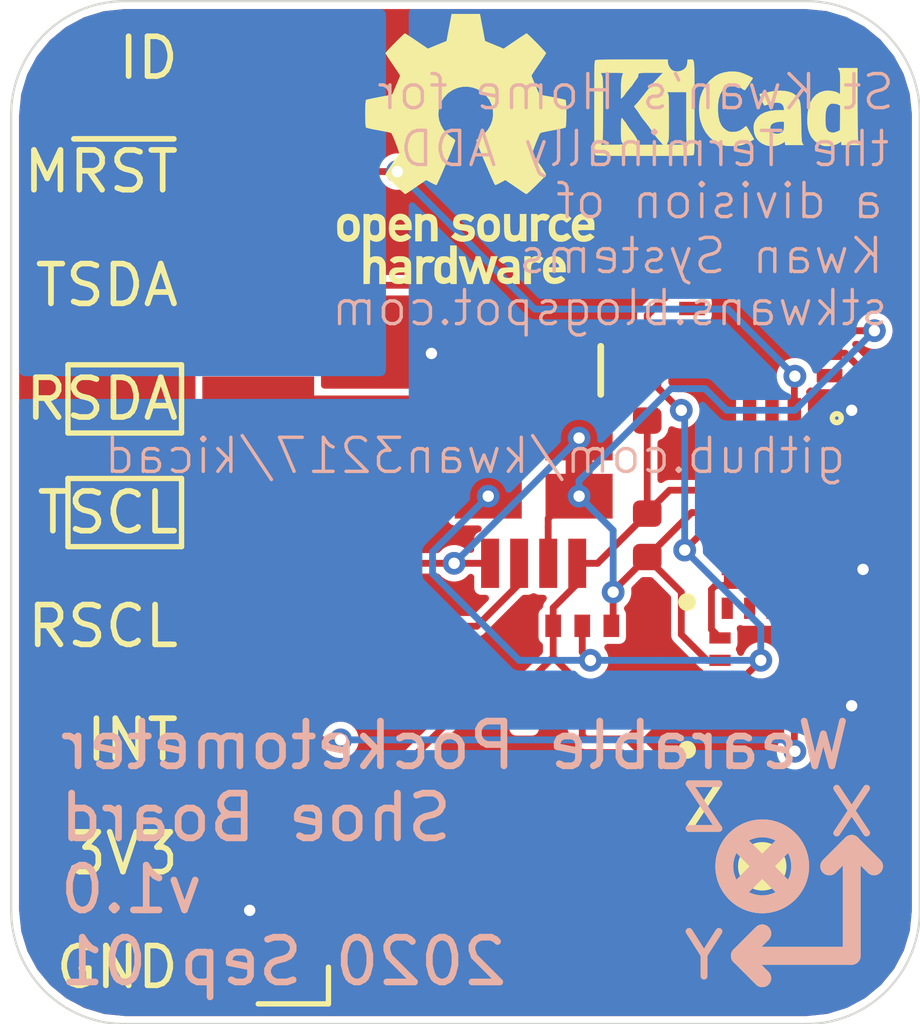
<source format=kicad_pcb>
(kicad_pcb (version 20171130) (host pcbnew 5.1.6-c6e7f7d~87~ubuntu18.04.1)

  (general
    (thickness 1.6)
    (drawings 28)
    (tracks 175)
    (zones 0)
    (modules 20)
    (nets 11)
  )

  (page A4)
  (layers
    (0 F.Cu signal)
    (31 B.Cu signal)
    (32 B.Adhes user)
    (33 F.Adhes user)
    (34 B.Paste user)
    (35 F.Paste user)
    (36 B.SilkS user)
    (37 F.SilkS user)
    (38 B.Mask user)
    (39 F.Mask user)
    (40 Dwgs.User user)
    (41 Cmts.User user)
    (42 Eco1.User user)
    (43 Eco2.User user)
    (44 Edge.Cuts user)
    (45 Margin user)
    (46 B.CrtYd user)
    (47 F.CrtYd user)
    (48 B.Fab user)
    (49 F.Fab user)
  )

  (setup
    (last_trace_width 0.1524)
    (user_trace_width 0.1524)
    (user_trace_width 0.254)
    (user_trace_width 0.762)
    (user_trace_width 2.794)
    (trace_clearance 0.1524)
    (zone_clearance 0.1524)
    (zone_45_only no)
    (trace_min 0.1524)
    (via_size 0.508)
    (via_drill 0.254)
    (via_min_size 0.508)
    (via_min_drill 0.254)
    (uvia_size 0.508)
    (uvia_drill 0.254)
    (uvias_allowed no)
    (uvia_min_size 0.508)
    (uvia_min_drill 0.254)
    (edge_width 0.05)
    (segment_width 0.2)
    (pcb_text_width 0.3)
    (pcb_text_size 1.5 1.5)
    (mod_edge_width 0.12)
    (mod_text_size 1 1)
    (mod_text_width 0.15)
    (pad_size 1.524 1.524)
    (pad_drill 0.762)
    (pad_to_mask_clearance 0.0508)
    (aux_axis_origin 0 0)
    (visible_elements FFFFFF7F)
    (pcbplotparams
      (layerselection 0x010fc_ffffffff)
      (usegerberextensions false)
      (usegerberattributes true)
      (usegerberadvancedattributes true)
      (creategerberjobfile true)
      (excludeedgelayer true)
      (linewidth 0.100000)
      (plotframeref false)
      (viasonmask false)
      (mode 1)
      (useauxorigin false)
      (hpglpennumber 1)
      (hpglpenspeed 20)
      (hpglpendiameter 15.000000)
      (psnegative false)
      (psa4output false)
      (plotreference true)
      (plotvalue true)
      (plotinvisibletext false)
      (padsonsilk false)
      (subtractmaskfromsilk false)
      (outputformat 1)
      (mirror false)
      (drillshape 1)
      (scaleselection 1)
      (outputdirectory ""))
  )

  (net 0 "")
  (net 1 /Shoe/Q_3V3)
  (net 2 /Shoe/Q_MAG~RST)
  (net 3 /Shoe/SDA)
  (net 4 /Shoe/SCL)
  (net 5 /Shoe/Q_TX_SDA)
  (net 6 /Shoe/Q_RX_SDA)
  (net 7 /Shoe/Q_TX_SCL)
  (net 8 /Shoe/Q_RX_SCL)
  (net 9 /Shoe/Q_INT)
  (net 10 /Shoe/Q_GND)

  (net_class Default "This is the default net class."
    (clearance 0.1524)
    (trace_width 0.1524)
    (via_dia 0.508)
    (via_drill 0.254)
    (uvia_dia 0.508)
    (uvia_drill 0.254)
    (add_net /Shoe/Q_3V3)
    (add_net /Shoe/Q_GND)
    (add_net /Shoe/Q_INT)
    (add_net /Shoe/Q_MAG~RST)
    (add_net /Shoe/Q_RX_SCL)
    (add_net /Shoe/Q_RX_SDA)
    (add_net /Shoe/Q_TX_SCL)
    (add_net /Shoe/Q_TX_SDA)
    (add_net /Shoe/SCL)
    (add_net /Shoe/SDA)
  )

  (net_class RF ""
    (clearance 0.254)
    (trace_width 2.794)
    (via_dia 0.508)
    (via_drill 0.254)
    (uvia_dia 0.508)
    (uvia_drill 0.254)
  )

  (module Connector_Harwin:Harwin_M20-89009xx_1x09_P2.54mm_Horizontal (layer F.Cu) (tedit 5F483810) (tstamp 5F3D78F5)
    (at 76.2 67.31 180)
    (descr "Harwin Male Horizontal Surface Mount Single Row 2.54mm (0.1 inch) Pitch PCB Connector, M20-89009xx, 9 Pins per row (https://cdn.harwin.com/pdfs/M20-890.pdf), generated with kicad-footprint-generator")
    (tags "connector Harwin M20-890 horizontal")
    (path /5F3957A4/5F58B1E7)
    (attr smd)
    (fp_text reference J1201 (at -0.48 -12.63 180) (layer F.SilkS) hide
      (effects (font (size 1 1) (thickness 0.15)))
    )
    (fp_text value Conn_01x09_Male (at -0.48 12.63 180) (layer F.Fab) hide
      (effects (font (size 1 1) (thickness 0.15)))
    )
    (fp_line (start -7.095 -10.98) (end -5.525 -10.98) (layer F.SilkS) (width 0.12))
    (fp_line (start -7.095 -10.16) (end -7.095 -10.98) (layer F.SilkS) (width 0.12))
    (fp_line (start -6.425 9.84) (end -6.425 10.48) (layer F.Fab) (width 0.1))
    (fp_line (start -6.425 7.3) (end -6.425 7.94) (layer F.Fab) (width 0.1))
    (fp_line (start -6.425 4.76) (end -6.425 5.4) (layer F.Fab) (width 0.1))
    (fp_line (start -6.425 2.22) (end -6.425 2.86) (layer F.Fab) (width 0.1))
    (fp_line (start -6.425 -0.32) (end -6.425 0.32) (layer F.Fab) (width 0.1))
    (fp_line (start -6.425 -2.86) (end -6.425 -2.22) (layer F.Fab) (width 0.1))
    (fp_line (start -6.425 -5.4) (end -6.425 -4.76) (layer F.Fab) (width 0.1))
    (fp_line (start -6.425 -7.94) (end -6.425 -7.3) (layer F.Fab) (width 0.1))
    (fp_line (start -6.425 -10.48) (end -6.425 -9.84) (layer F.Fab) (width 0.1))
    (pad 9 smd rect (at -5.525 10.16 180) (size 2.5 1) (layers F.Cu F.Paste F.Mask)
      (net 10 /Shoe/Q_GND))
    (pad 8 smd rect (at -5.525 7.62 180) (size 2.5 1) (layers F.Cu F.Paste F.Mask)
      (net 2 /Shoe/Q_MAG~RST))
    (pad 7 smd rect (at -5.525 5.08 180) (size 2.5 1) (layers F.Cu F.Paste F.Mask)
      (net 5 /Shoe/Q_TX_SDA))
    (pad 6 smd rect (at -5.525 2.54 180) (size 2.5 1) (layers F.Cu F.Paste F.Mask)
      (net 6 /Shoe/Q_RX_SDA))
    (pad 5 smd rect (at -5.525 0 180) (size 2.5 1) (layers F.Cu F.Paste F.Mask)
      (net 7 /Shoe/Q_TX_SCL))
    (pad 4 smd rect (at -5.525 -2.54 180) (size 2.5 1) (layers F.Cu F.Paste F.Mask)
      (net 8 /Shoe/Q_RX_SCL))
    (pad 3 smd rect (at -5.525 -5.08 180) (size 2.5 1) (layers F.Cu F.Paste F.Mask)
      (net 9 /Shoe/Q_INT))
    (pad 2 smd rect (at -5.525 -7.62 180) (size 2.5 1) (layers F.Cu F.Paste F.Mask)
      (net 1 /Shoe/Q_3V3))
    (pad 1 smd rect (at -5.525 -10.16 180) (size 2.5 1) (layers F.Cu F.Paste F.Mask)
      (net 10 /Shoe/Q_GND))
    (model ${KIPRJMOD}/PonokoShoe.step
      (offset (xyz 0 -21.0312 0))
      (scale (xyz 1 1 1))
      (rotate (xyz 0 0 180))
    )
  )

  (module KwanSystems:StKwansSoldermask (layer B.Cu) (tedit 5F40003C) (tstamp 5F4157C9)
    (at 80.518 60.198 180)
    (path /5F3957A4/5F46B08D)
    (fp_text reference G502 (at -3.683 2.7432) (layer B.Mask) hide
      (effects (font (size 1.524 1.524) (thickness 0.3048)) (justify mirror))
    )
    (fp_text value KwanSystems (at 4.2926 -3.7084) (layer B.Mask) hide
      (effects (font (size 1.524 1.524) (thickness 0.3048)) (justify mirror))
    )
    (fp_poly (pts (xy -0.120685 -0.960303) (xy -0.11073 -0.977276) (xy -0.09497 -1.006095) (xy -0.073334 -1.046902)
      (xy -0.045748 -1.099842) (xy -0.012139 -1.165057) (xy 0.027567 -1.242692) (xy 0.073441 -1.33289)
      (xy 0.125558 -1.435794) (xy 0.18399 -1.551549) (xy 0.248811 -1.680298) (xy 0.320092 -1.822183)
      (xy 0.397909 -1.97735) (xy 0.482333 -2.145941) (xy 0.548349 -2.277916) (xy 0.615087 -2.411424)
      (xy 0.679982 -2.541306) (xy 0.742707 -2.666906) (xy 0.802932 -2.787565) (xy 0.860332 -2.902625)
      (xy 0.914578 -3.011428) (xy 0.965344 -3.113316) (xy 1.012301 -3.207631) (xy 1.055122 -3.293714)
      (xy 1.09348 -3.370908) (xy 1.127048 -3.438554) (xy 1.155497 -3.495995) (xy 1.1785 -3.542573)
      (xy 1.19573 -3.577628) (xy 1.206859 -3.600504) (xy 1.211561 -3.610542) (xy 1.211701 -3.610953)
      (xy 1.21064 -3.613819) (xy 1.20627 -3.617026) (xy 1.19681 -3.621183) (xy 1.180477 -3.626896)
      (xy 1.15549 -3.634775) (xy 1.120068 -3.645425) (xy 1.072428 -3.659455) (xy 1.051665 -3.665532)
      (xy 0.846186 -3.718906) (xy 0.634817 -3.760442) (xy 0.415596 -3.790503) (xy 0.327692 -3.799183)
      (xy 0.270207 -3.803156) (xy 0.201016 -3.80614) (xy 0.123432 -3.808135) (xy 0.040768 -3.809142)
      (xy -0.043663 -3.809165) (xy -0.126548 -3.808203) (xy -0.204576 -3.806259) (xy -0.274432 -3.803335)
      (xy -0.332805 -3.799431) (xy -0.339124 -3.798874) (xy -0.579933 -3.769519) (xy -0.816113 -3.725651)
      (xy -1.047848 -3.66722) (xy -1.275319 -3.594174) (xy -1.498709 -3.506463) (xy -1.65991 -3.432856)
      (xy -1.702695 -3.411804) (xy -1.748151 -3.388866) (xy -1.793772 -3.365365) (xy -1.837055 -3.342623)
      (xy -1.875495 -3.321964) (xy -1.906589 -3.30471) (xy -1.927833 -3.292184) (xy -1.934195 -3.287949)
      (xy -1.93373 -3.280202) (xy -1.931231 -3.258874) (xy -1.926914 -3.225458) (xy -1.920994 -3.181448)
      (xy -1.913689 -3.128338) (xy -1.905214 -3.067621) (xy -1.895786 -3.00079) (xy -1.88562 -2.929339)
      (xy -1.874933 -2.854762) (xy -1.863942 -2.778551) (xy -1.852861 -2.702201) (xy -1.841909 -2.627205)
      (xy -1.831299 -2.555056) (xy -1.82125 -2.487248) (xy -1.811977 -2.425274) (xy -1.803696 -2.370628)
      (xy -1.796623 -2.324804) (xy -1.790975 -2.289294) (xy -1.786968 -2.265592) (xy -1.784818 -2.255192)
      (xy -1.784652 -2.254855) (xy -1.776228 -2.247952) (xy -1.756783 -2.23244) (xy -1.727152 -2.208975)
      (xy -1.688176 -2.178212) (xy -1.64069 -2.140807) (xy -1.585533 -2.097417) (xy -1.523543 -2.048697)
      (xy -1.455556 -1.995304) (xy -1.382411 -1.937893) (xy -1.304945 -1.87712) (xy -1.223996 -1.813642)
      (xy -1.140402 -1.748114) (xy -1.054999 -1.681193) (xy -0.968626 -1.613534) (xy -0.882121 -1.545793)
      (xy -0.79632 -1.478627) (xy -0.712062 -1.412691) (xy -0.630185 -1.348641) (xy -0.551525 -1.287134)
      (xy -0.476921 -1.228824) (xy -0.407209 -1.174369) (xy -0.343229 -1.124425) (xy -0.285817 -1.079646)
      (xy -0.235811 -1.04069) (xy -0.194049 -1.008212) (xy -0.161368 -0.982869) (xy -0.138605 -0.965315)
      (xy -0.1266 -0.956208) (xy -0.12491 -0.955031) (xy -0.120685 -0.960303)) (layer B.Mask) (width 0.01))
    (fp_poly (pts (xy 3.243293 2.004387) (xy 3.254612 1.987318) (xy 3.27078 1.960818) (xy 3.290656 1.926905)
      (xy 3.313095 1.887597) (xy 3.336953 1.844913) (xy 3.361088 1.800871) (xy 3.384356 1.757488)
      (xy 3.405613 1.716783) (xy 3.418262 1.69181) (xy 3.516825 1.477147) (xy 3.60162 1.256163)
      (xy 3.672681 1.028739) (xy 3.730043 0.794756) (xy 3.773742 0.554096) (xy 3.79193 0.419142)
      (xy 3.796468 0.371316) (xy 3.800395 0.311139) (xy 3.803663 0.241491) (xy 3.806227 0.165254)
      (xy 3.808038 0.085307) (xy 3.809051 0.004531) (xy 3.80922 -0.074193) (xy 3.808497 -0.147986)
      (xy 3.806835 -0.213967) (xy 3.804189 -0.269255) (xy 3.803288 -0.282128) (xy 3.777364 -0.524142)
      (xy 3.736838 -0.761946) (xy 3.681854 -0.995188) (xy 3.612555 -1.223517) (xy 3.529083 -1.446582)
      (xy 3.431582 -1.664032) (xy 3.320195 -1.875515) (xy 3.195066 -2.08068) (xy 3.056336 -2.279177)
      (xy 2.918046 -2.454133) (xy 2.892419 -2.484027) (xy 2.861812 -2.518548) (xy 2.827792 -2.556048)
      (xy 2.791923 -2.594883) (xy 2.755773 -2.633405) (xy 2.720907 -2.669968) (xy 2.68889 -2.702927)
      (xy 2.661288 -2.730635) (xy 2.639667 -2.751445) (xy 2.625593 -2.763713) (xy 2.621093 -2.766336)
      (xy 2.615652 -2.759965) (xy 2.604408 -2.742323) (xy 2.588673 -2.71562) (xy 2.569759 -2.682067)
      (xy 2.554381 -2.65393) (xy 2.539561 -2.626427) (xy 2.518568 -2.587404) (xy 2.491819 -2.537641)
      (xy 2.459732 -2.477916) (xy 2.422724 -2.409006) (xy 2.381212 -2.331691) (xy 2.335615 -2.246748)
      (xy 2.286349 -2.154956) (xy 2.233831 -2.057094) (xy 2.178481 -1.953939) (xy 2.120713 -1.846271)
      (xy 2.060947 -1.734867) (xy 1.999599 -1.620506) (xy 1.937088 -1.503966) (xy 1.873829 -1.386025)
      (xy 1.810242 -1.267462) (xy 1.746742 -1.149056) (xy 1.683748 -1.031584) (xy 1.621678 -0.915825)
      (xy 1.560947 -0.802557) (xy 1.501975 -0.692559) (xy 1.445177 -0.586609) (xy 1.390973 -0.485485)
      (xy 1.339778 -0.389966) (xy 1.292011 -0.30083) (xy 1.24809 -0.218855) (xy 1.20843 -0.14482)
      (xy 1.17345 -0.079504) (xy 1.143568 -0.023684) (xy 1.1192 0.021862) (xy 1.100764 0.056354)
      (xy 1.088677 0.079015) (xy 1.083358 0.089065) (xy 1.083271 0.089233) (xy 1.066914 0.12131)
      (xy 2.150016 1.064691) (xy 2.260749 1.161127) (xy 2.368413 1.254867) (xy 2.472446 1.345422)
      (xy 2.572284 1.432303) (xy 2.667362 1.515019) (xy 2.757119 1.593081) (xy 2.84099 1.666)
      (xy 2.918411 1.733285) (xy 2.98882 1.794447) (xy 3.051652 1.848996) (xy 3.106344 1.896443)
      (xy 3.152332 1.936298) (xy 3.189054 1.968071) (xy 3.215944 1.991273) (xy 3.23244 2.005413)
      (xy 3.237969 2.010007) (xy 3.243293 2.004387)) (layer B.Mask) (width 0.01))
    (fp_poly (pts (xy -2.328855 3.008401) (xy -2.332981 2.986481) (xy -2.339898 2.950983) (xy -2.349469 2.902583)
      (xy -2.361555 2.841957) (xy -2.376018 2.76978) (xy -2.392719 2.68673) (xy -2.411522 2.59348)
      (xy -2.432287 2.490709) (xy -2.454877 2.37909) (xy -2.479154 2.259301) (xy -2.504979 2.132016)
      (xy -2.532214 1.997913) (xy -2.560722 1.857666) (xy -2.590364 1.711952) (xy -2.621002 1.561446)
      (xy -2.652498 1.406825) (xy -2.684714 1.248764) (xy -2.717512 1.08794) (xy -2.750754 0.925027)
      (xy -2.784301 0.760703) (xy -2.818016 0.595642) (xy -2.85176 0.430521) (xy -2.885396 0.266015)
      (xy -2.918785 0.102801) (xy -2.951789 -0.058446) (xy -2.98427 -0.217049) (xy -3.01609 -0.372333)
      (xy -3.047111 -0.523623) (xy -3.077195 -0.670241) (xy -3.106203 -0.811513) (xy -3.133998 -0.946762)
      (xy -3.160442 -1.075313) (xy -3.185396 -1.196489) (xy -3.208722 -1.309615) (xy -3.230283 -1.414015)
      (xy -3.24994 -1.509013) (xy -3.267555 -1.593933) (xy -3.282989 -1.6681) (xy -3.296106 -1.730836)
      (xy -3.306766 -1.781467) (xy -3.314833 -1.819317) (xy -3.320166 -1.843709) (xy -3.322629 -1.853968)
      (xy -3.322749 -1.854254) (xy -3.32926 -1.851943) (xy -3.339955 -1.839252) (xy -3.347397 -1.827582)
      (xy -3.373549 -1.78015) (xy -3.403485 -1.721577) (xy -3.435742 -1.655034) (xy -3.468859 -1.583691)
      (xy -3.501373 -1.510719) (xy -3.531823 -1.439286) (xy -3.558747 -1.372564) (xy -3.566395 -1.352685)
      (xy -3.640985 -1.137881) (xy -3.701583 -0.922961) (xy -3.748496 -0.706222) (xy -3.78203 -0.48596)
      (xy -3.802493 -0.260474) (xy -3.810191 -0.028058) (xy -3.810272 0) (xy -3.808466 0.142493)
      (xy -3.802856 0.274198) (xy -3.793054 0.399184) (xy -3.778674 0.521518) (xy -3.759325 0.645266)
      (xy -3.737942 0.758266) (xy -3.692607 0.956571) (xy -3.638336 1.146785) (xy -3.573853 1.332633)
      (xy -3.497879 1.517844) (xy -3.421925 1.680378) (xy -3.327152 1.862241) (xy -3.227311 2.032414)
      (xy -3.120532 2.193496) (xy -3.004948 2.348083) (xy -2.878688 2.498772) (xy -2.739885 2.648161)
      (xy -2.68705 2.701561) (xy -2.645668 2.742083) (xy -2.601761 2.78391) (xy -2.556751 2.825795)
      (xy -2.512062 2.866493) (xy -2.469117 2.904759) (xy -2.429338 2.939348) (xy -2.39415 2.969014)
      (xy -2.364976 2.992511) (xy -2.343237 3.008594) (xy -2.330358 3.016018) (xy -2.327659 3.016067)
      (xy -2.328855 3.008401)) (layer B.Mask) (width 0.01))
    (fp_poly (pts (xy 0.134117 3.810292) (xy 0.227246 3.80726) (xy 0.30102 3.802489) (xy 0.545428 3.774437)
      (xy 0.784595 3.732079) (xy 1.018489 3.675427) (xy 1.247078 3.604491) (xy 1.470331 3.519282)
      (xy 1.688216 3.419811) (xy 1.900703 3.306089) (xy 2.107759 3.178127) (xy 2.116072 3.172616)
      (xy 2.152277 3.148315) (xy 2.184261 3.126397) (xy 2.209748 3.108458) (xy 2.226461 3.096095)
      (xy 2.231856 3.091457) (xy 2.229943 3.087303) (xy 2.221689 3.077384) (xy 2.206751 3.061373)
      (xy 2.18479 3.038942) (xy 2.155465 3.009765) (xy 2.118436 2.973514) (xy 2.073362 2.929862)
      (xy 2.019902 2.878482) (xy 1.957717 2.819047) (xy 1.886465 2.75123) (xy 1.805806 2.674704)
      (xy 1.7154 2.589141) (xy 1.614905 2.494215) (xy 1.503983 2.389599) (xy 1.382291 2.274964)
      (xy 1.36565 2.259297) (xy 0.491662 1.436514) (xy 0.722128 1.434497) (xy 0.779623 1.433816)
      (xy 0.831861 1.432856) (xy 0.876989 1.431677) (xy 0.913156 1.430341) (xy 0.93851 1.42891)
      (xy 0.951197 1.427445) (xy 0.952312 1.426876) (xy 0.946128 1.422245) (xy 0.928131 1.40954)
      (xy 0.89909 1.389289) (xy 0.859775 1.36202) (xy 0.810956 1.32826) (xy 0.753402 1.288538)
      (xy 0.687883 1.24338) (xy 0.615169 1.193314) (xy 0.536029 1.138869) (xy 0.451233 1.080571)
      (xy 0.36155 1.018948) (xy 0.267751 0.954528) (xy 0.170604 0.887838) (xy 0.070879 0.819406)
      (xy -0.030654 0.74976) (xy -0.133225 0.679428) (xy -0.236065 0.608936) (xy -0.338404 0.538813)
      (xy -0.439473 0.469586) (xy -0.538502 0.401783) (xy -0.634721 0.335931) (xy -0.727361 0.272558)
      (xy -0.815652 0.212192) (xy -0.898824 0.15536) (xy -0.976108 0.102591) (xy -1.046735 0.05441)
      (xy -1.109934 0.011347) (xy -1.164936 -0.026071) (xy -1.210972 -0.057317) (xy -1.247271 -0.081863)
      (xy -1.273065 -0.099182) (xy -1.287583 -0.108745) (xy -1.288196 -0.109134) (xy -1.302942 -0.116873)
      (xy -1.310507 -0.117718) (xy -1.310772 -0.116887) (xy -1.307641 -0.109235) (xy -1.298519 -0.088639)
      (xy -1.283815 -0.05599) (xy -1.263935 -0.012177) (xy -1.239287 0.041909) (xy -1.210279 0.105378)
      (xy -1.177317 0.17734) (xy -1.140809 0.256904) (xy -1.101162 0.343182) (xy -1.058785 0.435282)
      (xy -1.014083 0.532314) (xy -0.967466 0.633389) (xy -0.957278 0.655463) (xy -0.603784 1.421273)
      (xy -0.900903 1.423267) (xy -0.979089 1.423891) (xy -1.043163 1.424644) (xy -1.094255 1.425568)
      (xy -1.133496 1.426709) (xy -1.162016 1.42811) (xy -1.180944 1.429816) (xy -1.19141 1.431869)
      (xy -1.194544 1.434315) (xy -1.194459 1.434698) (xy -1.192003 1.442958) (xy -1.185588 1.465088)
      (xy -1.175439 1.500302) (xy -1.161781 1.547815) (xy -1.144839 1.60684) (xy -1.124838 1.676592)
      (xy -1.102004 1.756284) (xy -1.07656 1.845132) (xy -1.048733 1.942349) (xy -1.018747 2.047149)
      (xy -0.986828 2.158746) (xy -0.9532 2.276355) (xy -0.918089 2.399189) (xy -0.88172 2.526464)
      (xy -0.857551 2.611063) (xy -0.524206 3.777991) (xy -0.4812 3.783166) (xy -0.389223 3.792655)
      (xy -0.288401 3.800271) (xy -0.182194 3.805928) (xy -0.074065 3.809541) (xy 0.032526 3.811023)
      (xy 0.134117 3.810292)) (layer B.Mask) (width 0.01))
    (fp_text user github.com/kwan3217/kicad (at 2.286 -5.842 unlocked) (layer B.SilkS)
      (effects (font (size 0.762 0.762) (thickness 0.0762)) (justify right mirror))
    )
    (fp_text user stkwans.blogspot.com (at -2.794 -2.54 unlocked) (layer B.SilkS)
      (effects (font (size 0.762 0.762) (thickness 0.0762)) (justify right mirror))
    )
    (fp_text user "a division of Kwan Systems" (at 1.524 11.176 180 unlocked) (layer B.SilkS) hide
      (effects (font (size 0.762 0.762) (thickness 0.0762)) (justify right mirror))
    )
    (fp_text user "St Kwan's Home for" (at -3.81 2.286 unlocked) (layer B.SilkS)
      (effects (font (size 0.762 0.762) (thickness 0.0762)) (justify right mirror))
    )
    (fp_text user "the Terminally ADD" (at -4.318 1.016 unlocked) (layer B.SilkS)
      (effects (font (size 0.762 0.762) (thickness 0.0762)) (justify right mirror))
    )
  )

  (module KwanSystems:SolderJumper-2_Bridged (layer F.Cu) (tedit 5F4584FB) (tstamp 5F462235)
    (at 88.9 66.294 90)
    (descr "SMD Solder Jumper, 1x1.5mm Pads, 0.3mm gap, bridged with 1 copper strip")
    (tags "solder jumper open")
    (path /5F3957A4/5F47E3E7)
    (attr virtual)
    (fp_text reference J1207 (at 0 -1.8 90) (layer F.SilkS) hide
      (effects (font (size 1 1) (thickness 0.15)))
    )
    (fp_text value SolderJumper_2_Bridged (at 0 1.9 90) (layer F.Fab)
      (effects (font (size 1 1) (thickness 0.15)))
    )
    (fp_line (start -1.65 -1.25) (end 1.65 -1.25) (layer F.CrtYd) (width 0.05))
    (fp_line (start -1.65 -1.25) (end -1.65 1.25) (layer F.CrtYd) (width 0.05))
    (fp_line (start 1.65 1.25) (end 1.65 -1.25) (layer F.CrtYd) (width 0.05))
    (fp_line (start 1.65 1.25) (end -1.65 1.25) (layer F.CrtYd) (width 0.05))
    (fp_poly (pts (xy -0.25 -0.3) (xy 0.25 -0.3) (xy 0.25 0.3) (xy -0.25 0.3)) (layer F.Cu) (width 0))
    (fp_poly (pts (xy 0.25 0.75) (xy -0.25 0.75) (xy -0.25 -0.75) (xy 0.25 -0.75)) (layer F.Mask) (width 0.1016))
    (pad 1 smd rect (at -0.65 0 90) (size 1 1.5) (layers F.Cu F.Mask)
      (net 4 /Shoe/SCL))
    (pad 2 smd rect (at 0.65 0 90) (size 1 1.5) (layers F.Cu F.Mask)
      (net 7 /Shoe/Q_TX_SCL))
  )

  (module KwanSystems:SolderJumper-2_Bridged (layer F.Cu) (tedit 5F4584FB) (tstamp 5F462227)
    (at 86.868 66.294 90)
    (descr "SMD Solder Jumper, 1x1.5mm Pads, 0.3mm gap, bridged with 1 copper strip")
    (tags "solder jumper open")
    (path /5F3957A4/5F4796C9)
    (attr virtual)
    (fp_text reference J1202 (at 0 -1.8 90) (layer F.SilkS) hide
      (effects (font (size 1 1) (thickness 0.15)))
    )
    (fp_text value SolderJumper_2_Bridged (at 0 1.9 90) (layer F.Fab)
      (effects (font (size 1 1) (thickness 0.15)))
    )
    (fp_line (start -1.65 -1.25) (end 1.65 -1.25) (layer F.CrtYd) (width 0.05))
    (fp_line (start -1.65 -1.25) (end -1.65 1.25) (layer F.CrtYd) (width 0.05))
    (fp_line (start 1.65 1.25) (end 1.65 -1.25) (layer F.CrtYd) (width 0.05))
    (fp_line (start 1.65 1.25) (end -1.65 1.25) (layer F.CrtYd) (width 0.05))
    (fp_poly (pts (xy -0.25 -0.3) (xy 0.25 -0.3) (xy 0.25 0.3) (xy -0.25 0.3)) (layer F.Cu) (width 0))
    (fp_poly (pts (xy 0.25 0.75) (xy -0.25 0.75) (xy -0.25 -0.75) (xy 0.25 -0.75)) (layer F.Mask) (width 0.1016))
    (pad 1 smd rect (at -0.65 0 90) (size 1 1.5) (layers F.Cu F.Mask)
      (net 3 /Shoe/SDA))
    (pad 2 smd rect (at 0.65 0 90) (size 1 1.5) (layers F.Cu F.Mask)
      (net 6 /Shoe/Q_RX_SDA))
  )

  (module Package_SO:TSSOP-8_3x3mm_P0.65mm (layer F.Cu) (tedit 5F458241) (tstamp 5F3CF080)
    (at 87.884 66.294 270)
    (descr "TSSOP8: plastic thin shrink small outline package; 8 leads; body width 3 mm; (see NXP SSOP-TSSOP-VSO-REFLOW.pdf and sot505-1_po.pdf)")
    (tags "SSOP 0.65")
    (path /5F3957A4/5F414F41)
    (attr smd)
    (fp_text reference U1202 (at 0 -2.55 270) (layer F.SilkS) hide
      (effects (font (size 1 1) (thickness 0.15)))
    )
    (fp_text value P82B96 (at 0 2.55 270) (layer F.Fab)
      (effects (font (size 1 1) (thickness 0.15)))
    )
    (fp_line (start -0.5 -1.5) (end 1.5 -1.5) (layer F.Fab) (width 0.15))
    (fp_line (start 1.5 -1.5) (end 1.5 1.5) (layer F.Fab) (width 0.15))
    (fp_line (start 1.5 1.5) (end -1.5 1.5) (layer F.Fab) (width 0.15))
    (fp_line (start -1.5 1.5) (end -1.5 -0.5) (layer F.Fab) (width 0.15))
    (fp_line (start -1.5 -0.5) (end -0.5 -1.5) (layer F.Fab) (width 0.15))
    (fp_line (start -2.95 -1.8) (end -2.95 1.8) (layer F.CrtYd) (width 0.05))
    (fp_line (start 2.95 -1.8) (end 2.95 1.8) (layer F.CrtYd) (width 0.05))
    (fp_line (start -2.95 -1.8) (end 2.95 -1.8) (layer F.CrtYd) (width 0.05))
    (fp_line (start -2.95 1.8) (end 2.95 1.8) (layer F.CrtYd) (width 0.05))
    (fp_line (start -1.625 -1.5) (end -2.7 -1.5) (layer F.SilkS) (width 0.15))
    (fp_text user %R (at 0 0 270) (layer F.Fab)
      (effects (font (size 0.6 0.6) (thickness 0.15)))
    )
    (pad 8 smd rect (at 2.15 -0.975 270) (size 1.1 0.4) (layers F.Cu F.Paste F.Mask)
      (net 1 /Shoe/Q_3V3))
    (pad 7 smd rect (at 2.15 -0.325 270) (size 1.1 0.4) (layers F.Cu F.Paste F.Mask)
      (net 4 /Shoe/SCL))
    (pad 6 smd rect (at 2.15 0.325 270) (size 1.1 0.4) (layers F.Cu F.Paste F.Mask)
      (net 8 /Shoe/Q_RX_SCL))
    (pad 5 smd rect (at 2.15 0.975 270) (size 1.1 0.4) (layers F.Cu F.Paste F.Mask)
      (net 7 /Shoe/Q_TX_SCL))
    (pad 4 smd rect (at -2.15 0.975 270) (size 1.1 0.4) (layers F.Cu F.Paste F.Mask)
      (net 10 /Shoe/Q_GND))
    (pad 3 smd rect (at -2.15 0.325 270) (size 1.1 0.4) (layers F.Cu F.Paste F.Mask)
      (net 5 /Shoe/Q_TX_SDA))
    (pad 2 smd rect (at -2.15 -0.325 270) (size 1.1 0.4) (layers F.Cu F.Paste F.Mask)
      (net 6 /Shoe/Q_RX_SDA))
    (pad 1 smd rect (at -2.15 -0.975 270) (size 1.1 0.4) (layers F.Cu F.Paste F.Mask)
      (net 3 /Shoe/SDA))
  )

  (module KwanSystems:Axis (layer F.Cu) (tedit 590A7BBF) (tstamp 5F41E825)
    (at 94.996 77.216 90)
    (descr "Built for the MPU-9250 using guidelines found in http://cds.linear.com/docs/en/packaging/Carsem%20MLP%20users%20guide.pdf")
    (path /5F394D12/5F49ABEB)
    (fp_text reference G904 (at -1.3 1.5 90) (layer F.Fab) hide
      (effects (font (size 0.77216 0.77216) (thickness 0.065024)) (justify left bottom))
    )
    (fp_text value Axis (at -1.8 2.75 90) (layer F.SilkS) hide
      (effects (font (size 0.77216 0.77216) (thickness 0.065024)) (justify left bottom))
    )
    (fp_line (start 2.6 -2.6) (end 1.4 -1.4) (layer B.SilkS) (width 0.4))
    (fp_line (start 1.4 -2.6) (end 2.6 -1.4) (layer B.SilkS) (width 0.4))
    (fp_circle (center 2 -2) (end 2.6 -1.4) (layer B.SilkS) (width 0.4))
    (fp_line (start 2.5 0) (end 2 0.5) (layer B.SilkS) (width 0.4))
    (fp_line (start 2 -0.5) (end 2.5 0) (layer B.SilkS) (width 0.4))
    (fp_line (start 2.5 0) (end 2 -0.5) (layer B.SilkS) (width 0.4))
    (fp_line (start 0 0) (end 2.5 0) (layer B.SilkS) (width 0.4))
    (fp_line (start 0 -2.5) (end 0 0) (layer B.SilkS) (width 0.4))
    (fp_line (start 0.5 -2) (end 0 -2.5) (layer B.SilkS) (width 0.4))
    (fp_line (start 0 -2.5) (end 0.5 -2) (layer B.SilkS) (width 0.4))
    (fp_line (start -0.5 -2) (end 0 -2.5) (layer B.SilkS) (width 0.4))
    (fp_circle (center 2 -2) (end 2.1 -1.9) (layer F.SilkS) (width 0.4))
    (fp_circle (center 2 -2) (end 2.6 -1.4) (layer F.SilkS) (width 0.4))
    (fp_line (start 2.5 0) (end 2 0.5) (layer F.SilkS) (width 0.4))
    (fp_line (start 2 -0.5) (end 2.5 0) (layer F.SilkS) (width 0.4))
    (fp_line (start 2.5 0) (end 2 -0.5) (layer F.SilkS) (width 0.4))
    (fp_line (start 0 0) (end 2.5 0) (layer F.SilkS) (width 0.4))
    (fp_line (start 0 -2.5) (end 0 0) (layer F.SilkS) (width 0.4))
    (fp_line (start 0.5 -2) (end 0 -2.5) (layer F.SilkS) (width 0.4))
    (fp_line (start 0 -2.5) (end 0.5 -2) (layer F.SilkS) (width 0.4))
    (fp_line (start -0.5 -2) (end 0 -2.5) (layer F.SilkS) (width 0.4))
    (fp_text user Z (at 3.302 -3.302 180) (layer B.SilkS)
      (effects (font (size 1 1) (thickness 0.15)) (justify mirror))
    )
    (fp_text user Y (at 0 -3.302 180) (layer B.SilkS)
      (effects (font (size 1 1) (thickness 0.15)) (justify mirror))
    )
    (fp_text user X (at 3.2 0 180) (layer B.SilkS)
      (effects (font (size 1 1) (thickness 0.15)) (justify mirror))
    )
    (fp_text user Z (at 3.302 -3.302 180) (layer F.SilkS)
      (effects (font (size 1 1) (thickness 0.15)))
    )
    (fp_text user X (at 3.2 0 180) (layer F.SilkS)
      (effects (font (size 1 1) (thickness 0.15)))
    )
    (fp_text user Y (at 0 -3.302 180) (layer F.SilkS)
      (effects (font (size 1 1) (thickness 0.15)))
    )
  )

  (module Symbol:OSHW-Logo_5.7x6mm_SilkScreen (layer F.Cu) (tedit 0) (tstamp 5F4157DF)
    (at 86.36 59.182)
    (descr "Open Source Hardware Logo")
    (tags "Logo OSHW")
    (path /5F3957A4/5F46B099)
    (attr virtual)
    (fp_text reference G503 (at 0 0) (layer F.SilkS) hide
      (effects (font (size 1 1) (thickness 0.15)))
    )
    (fp_text value OSHW (at 0.75 0) (layer F.Fab) hide
      (effects (font (size 1 1) (thickness 0.15)))
    )
    (fp_poly (pts (xy 0.376964 -2.709982) (xy 0.433812 -2.40843) (xy 0.853338 -2.235488) (xy 1.104984 -2.406605)
      (xy 1.175458 -2.45425) (xy 1.239163 -2.49679) (xy 1.293126 -2.532285) (xy 1.334373 -2.55879)
      (xy 1.359934 -2.574364) (xy 1.366895 -2.577722) (xy 1.379435 -2.569086) (xy 1.406231 -2.545208)
      (xy 1.44428 -2.509141) (xy 1.490579 -2.463933) (xy 1.542123 -2.412636) (xy 1.595909 -2.358299)
      (xy 1.648935 -2.303972) (xy 1.698195 -2.252705) (xy 1.740687 -2.207549) (xy 1.773407 -2.171554)
      (xy 1.793351 -2.14777) (xy 1.798119 -2.13981) (xy 1.791257 -2.125135) (xy 1.77202 -2.092986)
      (xy 1.74243 -2.046508) (xy 1.70451 -1.988844) (xy 1.660282 -1.92314) (xy 1.634654 -1.885664)
      (xy 1.587941 -1.817232) (xy 1.546432 -1.75548) (xy 1.51214 -1.703481) (xy 1.48708 -1.664308)
      (xy 1.473264 -1.641035) (xy 1.471188 -1.636145) (xy 1.475895 -1.622245) (xy 1.488723 -1.58985)
      (xy 1.507738 -1.543515) (xy 1.531003 -1.487794) (xy 1.556584 -1.427242) (xy 1.582545 -1.366414)
      (xy 1.60695 -1.309864) (xy 1.627863 -1.262148) (xy 1.643349 -1.227819) (xy 1.651472 -1.211432)
      (xy 1.651952 -1.210788) (xy 1.664707 -1.207659) (xy 1.698677 -1.200679) (xy 1.75034 -1.190533)
      (xy 1.816176 -1.177908) (xy 1.892664 -1.163491) (xy 1.93729 -1.155177) (xy 2.019021 -1.139616)
      (xy 2.092843 -1.124808) (xy 2.155021 -1.111564) (xy 2.201822 -1.100695) (xy 2.229509 -1.093011)
      (xy 2.235074 -1.090573) (xy 2.240526 -1.07407) (xy 2.244924 -1.0368) (xy 2.248272 -0.98312)
      (xy 2.250574 -0.917388) (xy 2.251832 -0.843963) (xy 2.252048 -0.767204) (xy 2.251227 -0.691468)
      (xy 2.249371 -0.621114) (xy 2.246482 -0.5605) (xy 2.242565 -0.513984) (xy 2.237622 -0.485925)
      (xy 2.234657 -0.480084) (xy 2.216934 -0.473083) (xy 2.179381 -0.463073) (xy 2.126964 -0.451231)
      (xy 2.064652 -0.438733) (xy 2.0429 -0.43469) (xy 1.938024 -0.41548) (xy 1.85518 -0.400009)
      (xy 1.79163 -0.387663) (xy 1.744637 -0.377827) (xy 1.711463 -0.369886) (xy 1.689371 -0.363224)
      (xy 1.675624 -0.357227) (xy 1.667484 -0.351281) (xy 1.666345 -0.350106) (xy 1.654977 -0.331174)
      (xy 1.637635 -0.294331) (xy 1.61605 -0.244087) (xy 1.591954 -0.184954) (xy 1.567079 -0.121444)
      (xy 1.543157 -0.058068) (xy 1.521919 0.000662) (xy 1.505097 0.050235) (xy 1.494422 0.086139)
      (xy 1.491627 0.103862) (xy 1.49186 0.104483) (xy 1.501331 0.11897) (xy 1.522818 0.150844)
      (xy 1.554063 0.196789) (xy 1.592807 0.253485) (xy 1.636793 0.317617) (xy 1.649319 0.335842)
      (xy 1.693984 0.401914) (xy 1.733288 0.4622) (xy 1.765088 0.513235) (xy 1.787245 0.55156)
      (xy 1.797617 0.573711) (xy 1.798119 0.576432) (xy 1.789405 0.590736) (xy 1.765325 0.619072)
      (xy 1.728976 0.658396) (xy 1.683453 0.705661) (xy 1.631852 0.757823) (xy 1.577267 0.811835)
      (xy 1.522794 0.864653) (xy 1.471529 0.913231) (xy 1.426567 0.954523) (xy 1.391004 0.985485)
      (xy 1.367935 1.00307) (xy 1.361554 1.005941) (xy 1.346699 0.999178) (xy 1.316286 0.980939)
      (xy 1.275268 0.954297) (xy 1.243709 0.932852) (xy 1.186525 0.893503) (xy 1.118806 0.847171)
      (xy 1.05088 0.800913) (xy 1.014361 0.776155) (xy 0.890752 0.692547) (xy 0.786991 0.74865)
      (xy 0.73972 0.773228) (xy 0.699523 0.792331) (xy 0.672326 0.803227) (xy 0.665402 0.804743)
      (xy 0.657077 0.793549) (xy 0.640654 0.761917) (xy 0.617357 0.712765) (xy 0.588414 0.64901)
      (xy 0.55505 0.573571) (xy 0.518491 0.489364) (xy 0.479964 0.399308) (xy 0.440694 0.306321)
      (xy 0.401908 0.21332) (xy 0.36483 0.123223) (xy 0.330689 0.038948) (xy 0.300708 -0.036587)
      (xy 0.276116 -0.100466) (xy 0.258136 -0.149769) (xy 0.247997 -0.181579) (xy 0.246366 -0.192504)
      (xy 0.259291 -0.206439) (xy 0.287589 -0.22906) (xy 0.325346 -0.255667) (xy 0.328515 -0.257772)
      (xy 0.4261 -0.335886) (xy 0.504786 -0.427018) (xy 0.563891 -0.528255) (xy 0.602732 -0.636682)
      (xy 0.620628 -0.749386) (xy 0.616897 -0.863452) (xy 0.590857 -0.975966) (xy 0.541825 -1.084015)
      (xy 0.5274 -1.107655) (xy 0.452369 -1.203113) (xy 0.36373 -1.279768) (xy 0.264549 -1.33722)
      (xy 0.157895 -1.375071) (xy 0.046836 -1.392922) (xy -0.065561 -1.390375) (xy -0.176227 -1.36703)
      (xy -0.282094 -1.32249) (xy -0.380095 -1.256355) (xy -0.41041 -1.229513) (xy -0.487562 -1.145488)
      (xy -0.543782 -1.057034) (xy -0.582347 -0.957885) (xy -0.603826 -0.859697) (xy -0.609128 -0.749303)
      (xy -0.591448 -0.63836) (xy -0.552581 -0.530619) (xy -0.494323 -0.429831) (xy -0.418469 -0.339744)
      (xy -0.326817 -0.264108) (xy -0.314772 -0.256136) (xy -0.276611 -0.230026) (xy -0.247601 -0.207405)
      (xy -0.233732 -0.192961) (xy -0.233531 -0.192504) (xy -0.236508 -0.176879) (xy -0.248311 -0.141418)
      (xy -0.267714 -0.089038) (xy -0.293488 -0.022655) (xy -0.324409 0.054814) (xy -0.359249 0.14045)
      (xy -0.396783 0.231337) (xy -0.435783 0.324559) (xy -0.475023 0.417197) (xy -0.513276 0.506335)
      (xy -0.549317 0.589055) (xy -0.581917 0.662441) (xy -0.609852 0.723575) (xy -0.631895 0.769541)
      (xy -0.646818 0.797421) (xy -0.652828 0.804743) (xy -0.671191 0.799041) (xy -0.705552 0.783749)
      (xy -0.749984 0.761599) (xy -0.774417 0.74865) (xy -0.878178 0.692547) (xy -1.001787 0.776155)
      (xy -1.064886 0.818987) (xy -1.13397 0.866122) (xy -1.198707 0.910503) (xy -1.231134 0.932852)
      (xy -1.276741 0.963477) (xy -1.31536 0.987747) (xy -1.341952 1.002587) (xy -1.35059 1.005724)
      (xy -1.363161 0.997261) (xy -1.390984 0.973636) (xy -1.431361 0.937302) (xy -1.481595 0.890711)
      (xy -1.538988 0.836317) (xy -1.575286 0.801392) (xy -1.63879 0.738996) (xy -1.693673 0.683188)
      (xy -1.737714 0.636354) (xy -1.768695 0.600882) (xy -1.784398 0.579161) (xy -1.785905 0.574752)
      (xy -1.778914 0.557985) (xy -1.759594 0.524082) (xy -1.730091 0.476476) (xy -1.692545 0.418599)
      (xy -1.6491 0.353884) (xy -1.636745 0.335842) (xy -1.591727 0.270267) (xy -1.55134 0.211228)
      (xy -1.51784 0.162042) (xy -1.493486 0.126028) (xy -1.480536 0.106502) (xy -1.479285 0.104483)
      (xy -1.481156 0.088922) (xy -1.491087 0.054709) (xy -1.507347 0.006355) (xy -1.528205 -0.051629)
      (xy -1.551927 -0.11473) (xy -1.576784 -0.178437) (xy -1.601042 -0.238239) (xy -1.622971 -0.289624)
      (xy -1.640838 -0.328081) (xy -1.652913 -0.349098) (xy -1.653771 -0.350106) (xy -1.661154 -0.356112)
      (xy -1.673625 -0.362052) (xy -1.69392 -0.36854) (xy -1.724778 -0.376191) (xy -1.768934 -0.38562)
      (xy -1.829126 -0.397441) (xy -1.908093 -0.412271) (xy -2.00857 -0.430723) (xy -2.030325 -0.43469)
      (xy -2.094802 -0.447147) (xy -2.151011 -0.459334) (xy -2.193987 -0.470074) (xy -2.21876 -0.478191)
      (xy -2.222082 -0.480084) (xy -2.227556 -0.496862) (xy -2.232006 -0.534355) (xy -2.235428 -0.588206)
      (xy -2.237819 -0.654056) (xy -2.239177 -0.727547) (xy -2.239499 -0.80432) (xy -2.238781 -0.880017)
      (xy -2.237021 -0.95028) (xy -2.234216 -1.01075) (xy -2.230362 -1.05707) (xy -2.225457 -1.084881)
      (xy -2.2225 -1.090573) (xy -2.206037 -1.096314) (xy -2.168551 -1.105655) (xy -2.113775 -1.117785)
      (xy -2.045445 -1.131893) (xy -1.967294 -1.14717) (xy -1.924716 -1.155177) (xy -1.843929 -1.170279)
      (xy -1.771887 -1.18396) (xy -1.712111 -1.195533) (xy -1.668121 -1.204313) (xy -1.643439 -1.209613)
      (xy -1.639377 -1.210788) (xy -1.632511 -1.224035) (xy -1.617998 -1.255943) (xy -1.597771 -1.301953)
      (xy -1.573766 -1.357508) (xy -1.547918 -1.418047) (xy -1.52216 -1.479014) (xy -1.498427 -1.535849)
      (xy -1.478654 -1.583994) (xy -1.464776 -1.61889) (xy -1.458726 -1.635979) (xy -1.458614 -1.636726)
      (xy -1.465472 -1.650207) (xy -1.484698 -1.68123) (xy -1.514272 -1.726711) (xy -1.552173 -1.783568)
      (xy -1.59638 -1.848717) (xy -1.622079 -1.886138) (xy -1.668907 -1.954753) (xy -1.710499 -2.017048)
      (xy -1.744825 -2.069871) (xy -1.769857 -2.110073) (xy -1.783565 -2.1345) (xy -1.785544 -2.139976)
      (xy -1.777034 -2.152722) (xy -1.753507 -2.179937) (xy -1.717968 -2.218572) (xy -1.673423 -2.265577)
      (xy -1.622877 -2.317905) (xy -1.569336 -2.372505) (xy -1.515805 -2.42633) (xy -1.465289 -2.47633)
      (xy -1.420794 -2.519457) (xy -1.385325 -2.552661) (xy -1.361887 -2.572894) (xy -1.354046 -2.577722)
      (xy -1.34128 -2.570933) (xy -1.310744 -2.551858) (xy -1.26541 -2.522439) (xy -1.208244 -2.484619)
      (xy -1.142216 -2.440339) (xy -1.09241 -2.406605) (xy -0.840764 -2.235488) (xy -0.631001 -2.321959)
      (xy -0.421237 -2.40843) (xy -0.364389 -2.709982) (xy -0.30754 -3.011534) (xy 0.320115 -3.011534)
      (xy 0.376964 -2.709982)) (layer F.SilkS) (width 0.01))
    (fp_poly (pts (xy 1.79946 1.45803) (xy 1.842711 1.471245) (xy 1.870558 1.487941) (xy 1.879629 1.501145)
      (xy 1.877132 1.516797) (xy 1.860931 1.541385) (xy 1.847232 1.5588) (xy 1.818992 1.590283)
      (xy 1.797775 1.603529) (xy 1.779688 1.602664) (xy 1.726035 1.58901) (xy 1.68663 1.58963)
      (xy 1.654632 1.605104) (xy 1.64389 1.614161) (xy 1.609505 1.646027) (xy 1.609505 2.062179)
      (xy 1.471188 2.062179) (xy 1.471188 1.458614) (xy 1.540347 1.458614) (xy 1.581869 1.460256)
      (xy 1.603291 1.466087) (xy 1.609502 1.477461) (xy 1.609505 1.477798) (xy 1.612439 1.489713)
      (xy 1.625704 1.488159) (xy 1.644084 1.479563) (xy 1.682046 1.463568) (xy 1.712872 1.453945)
      (xy 1.752536 1.451478) (xy 1.79946 1.45803)) (layer F.SilkS) (width 0.01))
    (fp_poly (pts (xy -0.754012 1.469002) (xy -0.722717 1.48395) (xy -0.692409 1.505541) (xy -0.669318 1.530391)
      (xy -0.6525 1.562087) (xy -0.641006 1.604214) (xy -0.633891 1.660358) (xy -0.630207 1.734106)
      (xy -0.629008 1.829044) (xy -0.628989 1.838985) (xy -0.628713 2.062179) (xy -0.76703 2.062179)
      (xy -0.76703 1.856418) (xy -0.767128 1.780189) (xy -0.767809 1.724939) (xy -0.769651 1.686501)
      (xy -0.773233 1.660706) (xy -0.779132 1.643384) (xy -0.787927 1.630368) (xy -0.80018 1.617507)
      (xy -0.843047 1.589873) (xy -0.889843 1.584745) (xy -0.934424 1.602217) (xy -0.949928 1.615221)
      (xy -0.96131 1.627447) (xy -0.969481 1.64054) (xy -0.974974 1.658615) (xy -0.97832 1.685787)
      (xy -0.980051 1.72617) (xy -0.980697 1.783879) (xy -0.980792 1.854132) (xy -0.980792 2.062179)
      (xy -1.119109 2.062179) (xy -1.119109 1.458614) (xy -1.04995 1.458614) (xy -1.008428 1.460256)
      (xy -0.987006 1.466087) (xy -0.980795 1.477461) (xy -0.980792 1.477798) (xy -0.97791 1.488938)
      (xy -0.965199 1.487674) (xy -0.939926 1.475434) (xy -0.882605 1.457424) (xy -0.817037 1.455421)
      (xy -0.754012 1.469002)) (layer F.SilkS) (width 0.01))
    (fp_poly (pts (xy 2.677898 1.456457) (xy 2.710096 1.464279) (xy 2.771825 1.492921) (xy 2.82461 1.536667)
      (xy 2.861141 1.589117) (xy 2.86616 1.600893) (xy 2.873045 1.63174) (xy 2.877864 1.677371)
      (xy 2.879505 1.723492) (xy 2.879505 1.810693) (xy 2.697178 1.810693) (xy 2.621979 1.810978)
      (xy 2.569003 1.812704) (xy 2.535325 1.817181) (xy 2.51802 1.82572) (xy 2.514163 1.83963)
      (xy 2.520829 1.860222) (xy 2.53277 1.884315) (xy 2.56608 1.924525) (xy 2.612368 1.944558)
      (xy 2.668944 1.943905) (xy 2.733031 1.922101) (xy 2.788417 1.895193) (xy 2.834375 1.931532)
      (xy 2.880333 1.967872) (xy 2.837096 2.007819) (xy 2.779374 2.045563) (xy 2.708386 2.06832)
      (xy 2.632029 2.074688) (xy 2.558199 2.063268) (xy 2.546287 2.059393) (xy 2.481399 2.025506)
      (xy 2.43313 1.974986) (xy 2.400465 1.906325) (xy 2.382385 1.818014) (xy 2.382175 1.816121)
      (xy 2.380556 1.719878) (xy 2.3871 1.685542) (xy 2.514852 1.685542) (xy 2.526584 1.690822)
      (xy 2.558438 1.694867) (xy 2.605397 1.697176) (xy 2.635154 1.697525) (xy 2.690648 1.697306)
      (xy 2.725346 1.695916) (xy 2.743601 1.692251) (xy 2.749766 1.68521) (xy 2.748195 1.67369)
      (xy 2.746878 1.669233) (xy 2.724382 1.627355) (xy 2.689003 1.593604) (xy 2.65778 1.578773)
      (xy 2.616301 1.579668) (xy 2.574269 1.598164) (xy 2.539012 1.628786) (xy 2.517854 1.666062)
      (xy 2.514852 1.685542) (xy 2.3871 1.685542) (xy 2.39669 1.635229) (xy 2.428698 1.564191)
      (xy 2.474701 1.508779) (xy 2.532821 1.471009) (xy 2.60118 1.452896) (xy 2.677898 1.456457)) (layer F.SilkS) (width 0.01))
    (fp_poly (pts (xy 2.217226 1.46388) (xy 2.29008 1.49483) (xy 2.313027 1.509895) (xy 2.342354 1.533048)
      (xy 2.360764 1.551253) (xy 2.363961 1.557183) (xy 2.354935 1.57034) (xy 2.331837 1.592667)
      (xy 2.313344 1.60825) (xy 2.262728 1.648926) (xy 2.22276 1.615295) (xy 2.191874 1.593584)
      (xy 2.161759 1.58609) (xy 2.127292 1.58792) (xy 2.072561 1.601528) (xy 2.034886 1.629772)
      (xy 2.011991 1.675433) (xy 2.001597 1.741289) (xy 2.001595 1.741331) (xy 2.002494 1.814939)
      (xy 2.016463 1.868946) (xy 2.044328 1.905716) (xy 2.063325 1.918168) (xy 2.113776 1.933673)
      (xy 2.167663 1.933683) (xy 2.214546 1.918638) (xy 2.225644 1.911287) (xy 2.253476 1.892511)
      (xy 2.275236 1.889434) (xy 2.298704 1.903409) (xy 2.324649 1.92851) (xy 2.365716 1.97088)
      (xy 2.320121 2.008464) (xy 2.249674 2.050882) (xy 2.170233 2.071785) (xy 2.087215 2.070272)
      (xy 2.032694 2.056411) (xy 1.96897 2.022135) (xy 1.918005 1.968212) (xy 1.894851 1.930149)
      (xy 1.876099 1.875536) (xy 1.866715 1.806369) (xy 1.866643 1.731407) (xy 1.875824 1.659409)
      (xy 1.894199 1.599137) (xy 1.897093 1.592958) (xy 1.939952 1.532351) (xy 1.997979 1.488224)
      (xy 2.066591 1.461493) (xy 2.141201 1.453073) (xy 2.217226 1.46388)) (layer F.SilkS) (width 0.01))
    (fp_poly (pts (xy 0.993367 1.654342) (xy 0.994555 1.746563) (xy 0.998897 1.81661) (xy 1.007558 1.867381)
      (xy 1.021704 1.901772) (xy 1.0425 1.922679) (xy 1.07111 1.933) (xy 1.106535 1.935636)
      (xy 1.143636 1.932682) (xy 1.171818 1.921889) (xy 1.192243 1.90036) (xy 1.206079 1.865199)
      (xy 1.214491 1.81351) (xy 1.218643 1.742394) (xy 1.219703 1.654342) (xy 1.219703 1.458614)
      (xy 1.35802 1.458614) (xy 1.35802 2.062179) (xy 1.288862 2.062179) (xy 1.24717 2.060489)
      (xy 1.225701 2.054556) (xy 1.219703 2.043293) (xy 1.216091 2.033261) (xy 1.201714 2.035383)
      (xy 1.172736 2.04958) (xy 1.106319 2.07148) (xy 1.035875 2.069928) (xy 0.968377 2.046147)
      (xy 0.936233 2.027362) (xy 0.911715 2.007022) (xy 0.893804 1.981573) (xy 0.881479 1.947458)
      (xy 0.873723 1.901121) (xy 0.869516 1.839007) (xy 0.86784 1.757561) (xy 0.867624 1.694578)
      (xy 0.867624 1.458614) (xy 0.993367 1.458614) (xy 0.993367 1.654342)) (layer F.SilkS) (width 0.01))
    (fp_poly (pts (xy 0.610762 1.466055) (xy 0.674363 1.500692) (xy 0.724123 1.555372) (xy 0.747568 1.599842)
      (xy 0.757634 1.639121) (xy 0.764156 1.695116) (xy 0.766951 1.759621) (xy 0.765836 1.824429)
      (xy 0.760626 1.881334) (xy 0.754541 1.911727) (xy 0.734014 1.953306) (xy 0.698463 1.997468)
      (xy 0.655619 2.036087) (xy 0.613211 2.061034) (xy 0.612177 2.06143) (xy 0.559553 2.072331)
      (xy 0.497188 2.072601) (xy 0.437924 2.062676) (xy 0.41504 2.054722) (xy 0.356102 2.0213)
      (xy 0.31389 1.977511) (xy 0.286156 1.919538) (xy 0.270651 1.843565) (xy 0.267143 1.803771)
      (xy 0.26759 1.753766) (xy 0.402376 1.753766) (xy 0.406917 1.826732) (xy 0.419986 1.882334)
      (xy 0.440756 1.917861) (xy 0.455552 1.92802) (xy 0.493464 1.935104) (xy 0.538527 1.933007)
      (xy 0.577487 1.922812) (xy 0.587704 1.917204) (xy 0.614659 1.884538) (xy 0.632451 1.834545)
      (xy 0.640024 1.773705) (xy 0.636325 1.708497) (xy 0.628057 1.669253) (xy 0.60432 1.623805)
      (xy 0.566849 1.595396) (xy 0.52172 1.585573) (xy 0.475011 1.595887) (xy 0.439132 1.621112)
      (xy 0.420277 1.641925) (xy 0.409272 1.662439) (xy 0.404026 1.690203) (xy 0.402449 1.732762)
      (xy 0.402376 1.753766) (xy 0.26759 1.753766) (xy 0.268094 1.69758) (xy 0.285388 1.610501)
      (xy 0.319029 1.54253) (xy 0.369018 1.493664) (xy 0.435356 1.463899) (xy 0.449601 1.460448)
      (xy 0.53521 1.452345) (xy 0.610762 1.466055)) (layer F.SilkS) (width 0.01))
    (fp_poly (pts (xy 0.014017 1.456452) (xy 0.061634 1.465482) (xy 0.111034 1.48437) (xy 0.116312 1.486777)
      (xy 0.153774 1.506476) (xy 0.179717 1.524781) (xy 0.188103 1.536508) (xy 0.180117 1.555632)
      (xy 0.16072 1.58385) (xy 0.15211 1.594384) (xy 0.116628 1.635847) (xy 0.070885 1.608858)
      (xy 0.02735 1.590878) (xy -0.02295 1.581267) (xy -0.071188 1.58066) (xy -0.108533 1.589691)
      (xy -0.117495 1.595327) (xy -0.134563 1.621171) (xy -0.136637 1.650941) (xy -0.123866 1.674197)
      (xy -0.116312 1.678708) (xy -0.093675 1.684309) (xy -0.053885 1.690892) (xy -0.004834 1.697183)
      (xy 0.004215 1.69817) (xy 0.082996 1.711798) (xy 0.140136 1.734946) (xy 0.17803 1.769752)
      (xy 0.199079 1.818354) (xy 0.205635 1.877718) (xy 0.196577 1.945198) (xy 0.167164 1.998188)
      (xy 0.117278 2.036783) (xy 0.0468 2.061081) (xy -0.031435 2.070667) (xy -0.095234 2.070552)
      (xy -0.146984 2.061845) (xy -0.182327 2.049825) (xy -0.226983 2.02888) (xy -0.268253 2.004574)
      (xy -0.282921 1.993876) (xy -0.320643 1.963084) (xy -0.275148 1.917049) (xy -0.229653 1.871013)
      (xy -0.177928 1.905243) (xy -0.126048 1.930952) (xy -0.070649 1.944399) (xy -0.017395 1.945818)
      (xy 0.028049 1.935443) (xy 0.060016 1.913507) (xy 0.070338 1.894998) (xy 0.068789 1.865314)
      (xy 0.04314 1.842615) (xy -0.00654 1.82694) (xy -0.060969 1.819695) (xy -0.144736 1.805873)
      (xy -0.206967 1.779796) (xy -0.248493 1.740699) (xy -0.270147 1.68782) (xy -0.273147 1.625126)
      (xy -0.258329 1.559642) (xy -0.224546 1.510144) (xy -0.171495 1.476408) (xy -0.098874 1.458207)
      (xy -0.045072 1.454639) (xy 0.014017 1.456452)) (layer F.SilkS) (width 0.01))
    (fp_poly (pts (xy -1.356699 1.472614) (xy -1.344168 1.478514) (xy -1.300799 1.510283) (xy -1.25979 1.556646)
      (xy -1.229168 1.607696) (xy -1.220459 1.631166) (xy -1.212512 1.673091) (xy -1.207774 1.723757)
      (xy -1.207199 1.744679) (xy -1.207129 1.810693) (xy -1.587083 1.810693) (xy -1.578983 1.845273)
      (xy -1.559104 1.88617) (xy -1.524347 1.921514) (xy -1.482998 1.944282) (xy -1.456649 1.94901)
      (xy -1.420916 1.943273) (xy -1.378282 1.928882) (xy -1.363799 1.922262) (xy -1.31024 1.895513)
      (xy -1.264533 1.930376) (xy -1.238158 1.953955) (xy -1.224124 1.973417) (xy -1.223414 1.979129)
      (xy -1.235951 1.992973) (xy -1.263428 2.014012) (xy -1.288366 2.030425) (xy -1.355664 2.05993)
      (xy -1.43111 2.073284) (xy -1.505888 2.069812) (xy -1.565495 2.051663) (xy -1.626941 2.012784)
      (xy -1.670608 1.961595) (xy -1.697926 1.895367) (xy -1.710322 1.811371) (xy -1.711421 1.772936)
      (xy -1.707022 1.684861) (xy -1.706482 1.682299) (xy -1.580582 1.682299) (xy -1.577115 1.690558)
      (xy -1.562863 1.695113) (xy -1.53347 1.697065) (xy -1.484575 1.697517) (xy -1.465748 1.697525)
      (xy -1.408467 1.696843) (xy -1.372141 1.694364) (xy -1.352604 1.689443) (xy -1.34569 1.681434)
      (xy -1.345445 1.678862) (xy -1.353336 1.658423) (xy -1.373085 1.629789) (xy -1.381575 1.619763)
      (xy -1.413094 1.591408) (xy -1.445949 1.580259) (xy -1.463651 1.579327) (xy -1.511539 1.590981)
      (xy -1.551699 1.622285) (xy -1.577173 1.667752) (xy -1.577625 1.669233) (xy -1.580582 1.682299)
      (xy -1.706482 1.682299) (xy -1.692392 1.61551) (xy -1.666038 1.560025) (xy -1.633807 1.520639)
      (xy -1.574217 1.477931) (xy -1.504168 1.455109) (xy -1.429661 1.453046) (xy -1.356699 1.472614)) (layer F.SilkS) (width 0.01))
    (fp_poly (pts (xy -2.538261 1.465148) (xy -2.472479 1.494231) (xy -2.42254 1.542793) (xy -2.388374 1.610908)
      (xy -2.369907 1.698651) (xy -2.368583 1.712351) (xy -2.367546 1.808939) (xy -2.380993 1.893602)
      (xy -2.408108 1.962221) (xy -2.422627 1.984294) (xy -2.473201 2.031011) (xy -2.537609 2.061268)
      (xy -2.609666 2.073824) (xy -2.683185 2.067439) (xy -2.739072 2.047772) (xy -2.787132 2.014629)
      (xy -2.826412 1.971175) (xy -2.827092 1.970158) (xy -2.843044 1.943338) (xy -2.85341 1.916368)
      (xy -2.859688 1.882332) (xy -2.863373 1.83431) (xy -2.864997 1.794931) (xy -2.865672 1.759219)
      (xy -2.739955 1.759219) (xy -2.738726 1.79477) (xy -2.734266 1.842094) (xy -2.726397 1.872465)
      (xy -2.712207 1.894072) (xy -2.698917 1.906694) (xy -2.651802 1.933122) (xy -2.602505 1.936653)
      (xy -2.556593 1.917639) (xy -2.533638 1.896331) (xy -2.517096 1.874859) (xy -2.507421 1.854313)
      (xy -2.503174 1.827574) (xy -2.50292 1.787523) (xy -2.504228 1.750638) (xy -2.507043 1.697947)
      (xy -2.511505 1.663772) (xy -2.519548 1.64148) (xy -2.533103 1.624442) (xy -2.543845 1.614703)
      (xy -2.588777 1.589123) (xy -2.637249 1.587847) (xy -2.677894 1.602999) (xy -2.712567 1.634642)
      (xy -2.733224 1.68662) (xy -2.739955 1.759219) (xy -2.865672 1.759219) (xy -2.866479 1.716621)
      (xy -2.863948 1.658056) (xy -2.856362 1.614007) (xy -2.842681 1.579248) (xy -2.821865 1.548551)
      (xy -2.814147 1.539436) (xy -2.765889 1.494021) (xy -2.714128 1.467493) (xy -2.650828 1.456379)
      (xy -2.619961 1.455471) (xy -2.538261 1.465148)) (layer F.SilkS) (width 0.01))
    (fp_poly (pts (xy 2.032581 2.40497) (xy 2.092685 2.420597) (xy 2.143021 2.452848) (xy 2.167393 2.47694)
      (xy 2.207345 2.533895) (xy 2.230242 2.599965) (xy 2.238108 2.681182) (xy 2.238148 2.687748)
      (xy 2.238218 2.753763) (xy 1.858264 2.753763) (xy 1.866363 2.788342) (xy 1.880987 2.819659)
      (xy 1.906581 2.852291) (xy 1.911935 2.8575) (xy 1.957943 2.885694) (xy 2.01041 2.890475)
      (xy 2.070803 2.871926) (xy 2.08104 2.866931) (xy 2.112439 2.851745) (xy 2.13347 2.843094)
      (xy 2.137139 2.842293) (xy 2.149948 2.850063) (xy 2.174378 2.869072) (xy 2.186779 2.87946)
      (xy 2.212476 2.903321) (xy 2.220915 2.919077) (xy 2.215058 2.933571) (xy 2.211928 2.937534)
      (xy 2.190725 2.954879) (xy 2.155738 2.975959) (xy 2.131337 2.988265) (xy 2.062072 3.009946)
      (xy 1.985388 3.016971) (xy 1.912765 3.008647) (xy 1.892426 3.002686) (xy 1.829476 2.968952)
      (xy 1.782815 2.917045) (xy 1.752173 2.846459) (xy 1.737282 2.756692) (xy 1.735647 2.709753)
      (xy 1.740421 2.641413) (xy 1.86099 2.641413) (xy 1.872652 2.646465) (xy 1.903998 2.650429)
      (xy 1.949571 2.652768) (xy 1.980446 2.653169) (xy 2.035981 2.652783) (xy 2.071033 2.650975)
      (xy 2.090262 2.646773) (xy 2.09833 2.639203) (xy 2.099901 2.628218) (xy 2.089121 2.594381)
      (xy 2.06198 2.56094) (xy 2.026277 2.535272) (xy 1.99056 2.524772) (xy 1.942048 2.534086)
      (xy 1.900053 2.561013) (xy 1.870936 2.599827) (xy 1.86099 2.641413) (xy 1.740421 2.641413)
      (xy 1.742599 2.610236) (xy 1.764055 2.530949) (xy 1.80047 2.471263) (xy 1.852297 2.430549)
      (xy 1.91999 2.408179) (xy 1.956662 2.403871) (xy 2.032581 2.40497)) (layer F.SilkS) (width 0.01))
    (fp_poly (pts (xy 1.635255 2.401486) (xy 1.683595 2.411015) (xy 1.711114 2.425125) (xy 1.740064 2.448568)
      (xy 1.698876 2.500571) (xy 1.673482 2.532064) (xy 1.656238 2.547428) (xy 1.639102 2.549776)
      (xy 1.614027 2.542217) (xy 1.602257 2.537941) (xy 1.55427 2.531631) (xy 1.510324 2.545156)
      (xy 1.47806 2.57571) (xy 1.472819 2.585452) (xy 1.467112 2.611258) (xy 1.462706 2.658817)
      (xy 1.459811 2.724758) (xy 1.458631 2.80571) (xy 1.458614 2.817226) (xy 1.458614 3.017822)
      (xy 1.320297 3.017822) (xy 1.320297 2.401683) (xy 1.389456 2.401683) (xy 1.429333 2.402725)
      (xy 1.450107 2.407358) (xy 1.457789 2.417849) (xy 1.458614 2.427745) (xy 1.458614 2.453806)
      (xy 1.491745 2.427745) (xy 1.529735 2.409965) (xy 1.58077 2.401174) (xy 1.635255 2.401486)) (layer F.SilkS) (width 0.01))
    (fp_poly (pts (xy 1.038411 2.405417) (xy 1.091411 2.41829) (xy 1.106731 2.42511) (xy 1.136428 2.442974)
      (xy 1.15922 2.463093) (xy 1.176083 2.488962) (xy 1.187998 2.524073) (xy 1.195942 2.57192)
      (xy 1.200894 2.635996) (xy 1.203831 2.719794) (xy 1.204947 2.775768) (xy 1.209052 3.017822)
      (xy 1.138932 3.017822) (xy 1.096393 3.016038) (xy 1.074476 3.009942) (xy 1.068812 2.999706)
      (xy 1.065821 2.988637) (xy 1.052451 2.990754) (xy 1.034233 2.999629) (xy 0.988624 3.013233)
      (xy 0.930007 3.016899) (xy 0.868354 3.010903) (xy 0.813638 2.995521) (xy 0.80873 2.993386)
      (xy 0.758723 2.958255) (xy 0.725756 2.909419) (xy 0.710587 2.852333) (xy 0.711746 2.831824)
      (xy 0.835508 2.831824) (xy 0.846413 2.859425) (xy 0.878745 2.879204) (xy 0.93091 2.889819)
      (xy 0.958787 2.891228) (xy 1.005247 2.88762) (xy 1.036129 2.873597) (xy 1.043664 2.866931)
      (xy 1.064076 2.830666) (xy 1.068812 2.797773) (xy 1.068812 2.753763) (xy 1.007513 2.753763)
      (xy 0.936256 2.757395) (xy 0.886276 2.768818) (xy 0.854696 2.788824) (xy 0.847626 2.797743)
      (xy 0.835508 2.831824) (xy 0.711746 2.831824) (xy 0.713971 2.792456) (xy 0.736663 2.735244)
      (xy 0.767624 2.69658) (xy 0.786376 2.679864) (xy 0.804733 2.668878) (xy 0.828619 2.66218)
      (xy 0.863957 2.658326) (xy 0.916669 2.655873) (xy 0.937577 2.655168) (xy 1.068812 2.650879)
      (xy 1.06862 2.611158) (xy 1.063537 2.569405) (xy 1.045162 2.544158) (xy 1.008039 2.52803)
      (xy 1.007043 2.527742) (xy 0.95441 2.5214) (xy 0.902906 2.529684) (xy 0.86463 2.549827)
      (xy 0.849272 2.559773) (xy 0.83273 2.558397) (xy 0.807275 2.543987) (xy 0.792328 2.533817)
      (xy 0.763091 2.512088) (xy 0.74498 2.4958) (xy 0.742074 2.491137) (xy 0.75404 2.467005)
      (xy 0.789396 2.438185) (xy 0.804753 2.428461) (xy 0.848901 2.411714) (xy 0.908398 2.402227)
      (xy 0.974487 2.400095) (xy 1.038411 2.405417)) (layer F.SilkS) (width 0.01))
    (fp_poly (pts (xy 0.281524 2.404237) (xy 0.331255 2.407971) (xy 0.461291 2.797773) (xy 0.481678 2.728614)
      (xy 0.493946 2.685874) (xy 0.510085 2.628115) (xy 0.527512 2.564625) (xy 0.536726 2.53057)
      (xy 0.571388 2.401683) (xy 0.714391 2.401683) (xy 0.671646 2.536857) (xy 0.650596 2.603342)
      (xy 0.625167 2.683539) (xy 0.59861 2.767193) (xy 0.574902 2.841782) (xy 0.520902 3.011535)
      (xy 0.462598 3.015328) (xy 0.404295 3.019122) (xy 0.372679 2.914734) (xy 0.353182 2.849889)
      (xy 0.331904 2.7784) (xy 0.313308 2.715263) (xy 0.312574 2.71275) (xy 0.298684 2.669969)
      (xy 0.286429 2.640779) (xy 0.277846 2.629741) (xy 0.276082 2.631018) (xy 0.269891 2.64813)
      (xy 0.258128 2.684787) (xy 0.242225 2.736378) (xy 0.223614 2.798294) (xy 0.213543 2.832352)
      (xy 0.159007 3.017822) (xy 0.043264 3.017822) (xy -0.049263 2.725471) (xy -0.075256 2.643462)
      (xy -0.098934 2.568987) (xy -0.11918 2.505544) (xy -0.134874 2.456632) (xy -0.144898 2.425749)
      (xy -0.147945 2.416726) (xy -0.145533 2.407487) (xy -0.126592 2.403441) (xy -0.087177 2.403846)
      (xy -0.081007 2.404152) (xy -0.007914 2.407971) (xy 0.039957 2.58401) (xy 0.057553 2.648211)
      (xy 0.073277 2.704649) (xy 0.085746 2.748422) (xy 0.093574 2.77463) (xy 0.09502 2.778903)
      (xy 0.101014 2.77399) (xy 0.113101 2.748532) (xy 0.129893 2.705997) (xy 0.150003 2.64985)
      (xy 0.167003 2.59913) (xy 0.231794 2.400504) (xy 0.281524 2.404237)) (layer F.SilkS) (width 0.01))
    (fp_poly (pts (xy -0.201188 3.017822) (xy -0.270346 3.017822) (xy -0.310488 3.016645) (xy -0.331394 3.011772)
      (xy -0.338922 3.001186) (xy -0.339505 2.994029) (xy -0.340774 2.979676) (xy -0.348779 2.976923)
      (xy -0.369815 2.985771) (xy -0.386173 2.994029) (xy -0.448977 3.013597) (xy -0.517248 3.014729)
      (xy -0.572752 3.000135) (xy -0.624438 2.964877) (xy -0.663838 2.912835) (xy -0.685413 2.85145)
      (xy -0.685962 2.848018) (xy -0.689167 2.810571) (xy -0.690761 2.756813) (xy -0.690633 2.716155)
      (xy -0.553279 2.716155) (xy -0.550097 2.770194) (xy -0.542859 2.814735) (xy -0.53306 2.839888)
      (xy -0.495989 2.87426) (xy -0.451974 2.886582) (xy -0.406584 2.876618) (xy -0.367797 2.846895)
      (xy -0.353108 2.826905) (xy -0.344519 2.80305) (xy -0.340496 2.76823) (xy -0.339505 2.71593)
      (xy -0.341278 2.664139) (xy -0.345963 2.618634) (xy -0.352603 2.588181) (xy -0.35371 2.585452)
      (xy -0.380491 2.553) (xy -0.419579 2.535183) (xy -0.463315 2.532306) (xy -0.504038 2.544674)
      (xy -0.534087 2.572593) (xy -0.537204 2.578148) (xy -0.546961 2.612022) (xy -0.552277 2.660728)
      (xy -0.553279 2.716155) (xy -0.690633 2.716155) (xy -0.690568 2.69554) (xy -0.689664 2.662563)
      (xy -0.683514 2.580981) (xy -0.670733 2.51973) (xy -0.649471 2.474449) (xy -0.617878 2.440779)
      (xy -0.587207 2.421014) (xy -0.544354 2.40712) (xy -0.491056 2.402354) (xy -0.43648 2.406236)
      (xy -0.389792 2.418282) (xy -0.365124 2.432693) (xy -0.339505 2.455878) (xy -0.339505 2.162773)
      (xy -0.201188 2.162773) (xy -0.201188 3.017822)) (layer F.SilkS) (width 0.01))
    (fp_poly (pts (xy -0.993356 2.40302) (xy -0.974539 2.40866) (xy -0.968473 2.421053) (xy -0.968218 2.426647)
      (xy -0.967129 2.44223) (xy -0.959632 2.444676) (xy -0.939381 2.433993) (xy -0.927351 2.426694)
      (xy -0.8894 2.411063) (xy -0.844072 2.403334) (xy -0.796544 2.40274) (xy -0.751995 2.408513)
      (xy -0.715602 2.419884) (xy -0.692543 2.436088) (xy -0.687996 2.456355) (xy -0.690291 2.461843)
      (xy -0.70702 2.484626) (xy -0.732963 2.512647) (xy -0.737655 2.517177) (xy -0.762383 2.538005)
      (xy -0.783718 2.544735) (xy -0.813555 2.540038) (xy -0.825508 2.536917) (xy -0.862705 2.529421)
      (xy -0.888859 2.532792) (xy -0.910946 2.544681) (xy -0.931178 2.560635) (xy -0.946079 2.5807)
      (xy -0.956434 2.608702) (xy -0.963029 2.648467) (xy -0.966649 2.703823) (xy -0.968078 2.778594)
      (xy -0.968218 2.82374) (xy -0.968218 3.017822) (xy -1.09396 3.017822) (xy -1.09396 2.401683)
      (xy -1.031089 2.401683) (xy -0.993356 2.40302)) (layer F.SilkS) (width 0.01))
    (fp_poly (pts (xy -1.38421 2.406555) (xy -1.325055 2.422339) (xy -1.280023 2.450948) (xy -1.248246 2.488419)
      (xy -1.238366 2.504411) (xy -1.231073 2.521163) (xy -1.225974 2.542592) (xy -1.222679 2.572616)
      (xy -1.220797 2.615154) (xy -1.219937 2.674122) (xy -1.219707 2.75344) (xy -1.219703 2.774484)
      (xy -1.219703 3.017822) (xy -1.280059 3.017822) (xy -1.318557 3.015126) (xy -1.347023 3.008295)
      (xy -1.354155 3.004083) (xy -1.373652 2.996813) (xy -1.393566 3.004083) (xy -1.426353 3.01316)
      (xy -1.473978 3.016813) (xy -1.526764 3.015228) (xy -1.575036 3.008589) (xy -1.603218 3.000072)
      (xy -1.657753 2.965063) (xy -1.691835 2.916479) (xy -1.707157 2.851882) (xy -1.707299 2.850223)
      (xy -1.705955 2.821566) (xy -1.584356 2.821566) (xy -1.573726 2.854161) (xy -1.55641 2.872505)
      (xy -1.521652 2.886379) (xy -1.475773 2.891917) (xy -1.428988 2.889191) (xy -1.391514 2.878274)
      (xy -1.381015 2.871269) (xy -1.362668 2.838904) (xy -1.35802 2.802111) (xy -1.35802 2.753763)
      (xy -1.427582 2.753763) (xy -1.493667 2.75885) (xy -1.543764 2.773263) (xy -1.574929 2.795729)
      (xy -1.584356 2.821566) (xy -1.705955 2.821566) (xy -1.703987 2.779647) (xy -1.68071 2.723845)
      (xy -1.636948 2.681647) (xy -1.630899 2.677808) (xy -1.604907 2.665309) (xy -1.572735 2.65774)
      (xy -1.52776 2.654061) (xy -1.474331 2.653216) (xy -1.35802 2.653169) (xy -1.35802 2.604411)
      (xy -1.362953 2.566581) (xy -1.375543 2.541236) (xy -1.377017 2.539887) (xy -1.405034 2.5288)
      (xy -1.447326 2.524503) (xy -1.494064 2.526615) (xy -1.535418 2.534756) (xy -1.559957 2.546965)
      (xy -1.573253 2.556746) (xy -1.587294 2.558613) (xy -1.606671 2.5506) (xy -1.635976 2.530739)
      (xy -1.679803 2.497063) (xy -1.683825 2.493909) (xy -1.681764 2.482236) (xy -1.664568 2.462822)
      (xy -1.638433 2.441248) (xy -1.609552 2.423096) (xy -1.600478 2.418809) (xy -1.56738 2.410256)
      (xy -1.51888 2.404155) (xy -1.464695 2.401708) (xy -1.462161 2.401703) (xy -1.38421 2.406555)) (layer F.SilkS) (width 0.01))
    (fp_poly (pts (xy -1.908759 1.469184) (xy -1.882247 1.482282) (xy -1.849553 1.505106) (xy -1.825725 1.529996)
      (xy -1.809406 1.561249) (xy -1.79924 1.603166) (xy -1.793872 1.660044) (xy -1.791944 1.736184)
      (xy -1.791831 1.768917) (xy -1.792161 1.840656) (xy -1.793527 1.891927) (xy -1.7965 1.927404)
      (xy -1.801649 1.951763) (xy -1.809543 1.96968) (xy -1.817757 1.981902) (xy -1.870187 2.033905)
      (xy -1.93193 2.065184) (xy -1.998536 2.074592) (xy -2.065558 2.06098) (xy -2.086792 2.051354)
      (xy -2.137624 2.024859) (xy -2.137624 2.440052) (xy -2.100525 2.420868) (xy -2.051643 2.406025)
      (xy -1.991561 2.402222) (xy -1.931564 2.409243) (xy -1.886256 2.425013) (xy -1.848675 2.455047)
      (xy -1.816564 2.498024) (xy -1.81415 2.502436) (xy -1.803967 2.523221) (xy -1.79653 2.54417)
      (xy -1.791411 2.569548) (xy -1.788181 2.603618) (xy -1.786413 2.650641) (xy -1.785677 2.714882)
      (xy -1.785544 2.787176) (xy -1.785544 3.017822) (xy -1.923861 3.017822) (xy -1.923861 2.592533)
      (xy -1.962549 2.559979) (xy -2.002738 2.53394) (xy -2.040797 2.529205) (xy -2.079066 2.541389)
      (xy -2.099462 2.55332) (xy -2.114642 2.570313) (xy -2.125438 2.595995) (xy -2.132683 2.633991)
      (xy -2.137208 2.687926) (xy -2.139844 2.761425) (xy -2.140772 2.810347) (xy -2.143911 3.011535)
      (xy -2.209926 3.015336) (xy -2.27594 3.019136) (xy -2.27594 1.77065) (xy -2.137624 1.77065)
      (xy -2.134097 1.840254) (xy -2.122215 1.888569) (xy -2.10002 1.918631) (xy -2.065559 1.933471)
      (xy -2.030742 1.936436) (xy -1.991329 1.933028) (xy -1.965171 1.919617) (xy -1.948814 1.901896)
      (xy -1.935937 1.882835) (xy -1.928272 1.861601) (xy -1.924861 1.831849) (xy -1.924749 1.787236)
      (xy -1.925897 1.74988) (xy -1.928532 1.693604) (xy -1.932456 1.656658) (xy -1.939063 1.633223)
      (xy -1.949749 1.61748) (xy -1.959833 1.60838) (xy -2.00197 1.588537) (xy -2.05184 1.585332)
      (xy -2.080476 1.592168) (xy -2.108828 1.616464) (xy -2.127609 1.663728) (xy -2.136712 1.733624)
      (xy -2.137624 1.77065) (xy -2.27594 1.77065) (xy -2.27594 1.458614) (xy -2.206782 1.458614)
      (xy -2.16526 1.460256) (xy -2.143838 1.466087) (xy -2.137626 1.477461) (xy -2.137624 1.477798)
      (xy -2.134742 1.488938) (xy -2.12203 1.487673) (xy -2.096757 1.475433) (xy -2.037869 1.456707)
      (xy -1.971615 1.454739) (xy -1.908759 1.469184)) (layer F.SilkS) (width 0.01))
  )

  (module KwanSystems:Symbol_KiCAD-Logo_CopperAndSilkScreenTop_small (layer F.Cu) (tedit 0) (tstamp 5F4157BC)
    (at 92.202 58.166)
    (descr "Symbol, KiCAD-Logo, Silk & Copper Top,")
    (tags "Symbol, KiCAD-Logo, Silk & Copper Top,")
    (path /5F3957A4/5F46B093)
    (fp_text reference G501 (at 0 0) (layer F.SilkS) hide
      (effects (font (size 1.524 1.524) (thickness 0.3)))
    )
    (fp_text value DesignedWithKicad (at 0.75 0) (layer F.SilkS) hide
      (effects (font (size 1.524 1.524) (thickness 0.3)))
    )
    (fp_poly (pts (xy 2.923732 0.028575) (xy 2.924503 0.193526) (xy 2.925283 0.334991) (xy 2.926131 0.454881)
      (xy 2.927104 0.55511) (xy 2.928262 0.637591) (xy 2.929661 0.704236) (xy 2.931362 0.756959)
      (xy 2.933422 0.797673) (xy 2.9359 0.82829) (xy 2.938854 0.850724) (xy 2.942342 0.866887)
      (xy 2.946423 0.878693) (xy 2.949901 0.885825) (xy 2.972452 0.9271) (xy 2.5654 0.9271)
      (xy 2.5654 0.889) (xy 2.563721 0.862226) (xy 2.559676 0.850902) (xy 2.559614 0.8509)
      (xy 2.546555 0.857392) (xy 2.520363 0.873769) (xy 2.506952 0.882711) (xy 2.440802 0.916324)
      (xy 2.360969 0.939795) (xy 2.276511 0.951669) (xy 2.196489 0.950492) (xy 2.1463 0.940624)
      (xy 2.054269 0.89997) (xy 1.971705 0.8391) (xy 1.904259 0.762755) (xy 1.873578 0.711847)
      (xy 1.839866 0.633015) (xy 1.817928 0.549976) (xy 1.806357 0.455702) (xy 1.803621 0.362457)
      (xy 1.804001 0.3556) (xy 2.204068 0.3556) (xy 2.206317 0.443448) (xy 2.213125 0.510207)
      (xy 2.225739 0.559975) (xy 2.245406 0.596846) (xy 2.273376 0.624916) (xy 2.289508 0.636085)
      (xy 2.342711 0.655082) (xy 2.405572 0.653588) (xy 2.473102 0.631864) (xy 2.48525 0.625887)
      (xy 2.53365 0.600779) (xy 2.537071 0.326244) (xy 2.540493 0.051708) (xy 2.506946 0.029727)
      (xy 2.47518 0.016354) (xy 2.430334 0.006022) (xy 2.401317 0.002533) (xy 2.357128 0.000985)
      (xy 2.327646 0.006048) (xy 2.302493 0.020342) (xy 2.289464 0.030784) (xy 2.255792 0.067584)
      (xy 2.231332 0.115369) (xy 2.215171 0.177617) (xy 2.206394 0.257806) (xy 2.204068 0.3556)
      (xy 1.804001 0.3556) (xy 1.811838 0.214483) (xy 1.835771 0.084567) (xy 1.875086 -0.026746)
      (xy 1.929445 -0.11891) (xy 1.998513 -0.191382) (xy 2.081953 -0.243616) (xy 2.17943 -0.275068)
      (xy 2.199085 -0.278583) (xy 2.256852 -0.282713) (xy 2.320532 -0.279286) (xy 2.383831 -0.269574)
      (xy 2.440456 -0.25485) (xy 2.484114 -0.236388) (xy 2.508131 -0.216093) (xy 2.518564 -0.203859)
      (xy 2.526585 -0.206404) (xy 2.532463 -0.225672) (xy 2.536462 -0.263606) (xy 2.538851 -0.32215)
      (xy 2.539897 -0.403247) (xy 2.54 -0.448165) (xy 2.539739 -0.535214) (xy 2.538735 -0.600892)
      (xy 2.536656 -0.649225) (xy 2.533172 -0.684241) (xy 2.527951 -0.709964) (xy 2.520661 -0.730421)
      (xy 2.515969 -0.740265) (xy 2.491938 -0.7874) (xy 2.920114 -0.7874) (xy 2.923732 0.028575)) (layer F.SilkS) (width 0.01))
    (fp_poly (pts (xy 1.31381 -0.273821) (xy 1.401788 -0.253868) (xy 1.461257 -0.231553) (xy 1.507549 -0.203611)
      (xy 1.54889 -0.16682) (xy 1.575459 -0.139406) (xy 1.597198 -0.113586) (xy 1.614646 -0.086504)
      (xy 1.628338 -0.055307) (xy 1.638812 -0.017139) (xy 1.646605 0.030855) (xy 1.652252 0.091529)
      (xy 1.656293 0.167738) (xy 1.659262 0.262335) (xy 1.661697 0.378178) (xy 1.662775 0.438739)
      (xy 1.664904 0.554717) (xy 1.666965 0.648026) (xy 1.669138 0.721393) (xy 1.671602 0.777548)
      (xy 1.674534 0.819219) (xy 1.678116 0.849135) (xy 1.682525 0.870025) (xy 1.68794 0.884617)
      (xy 1.692568 0.892764) (xy 1.715086 0.9271) (xy 1.309709 0.9271) (xy 1.30175 0.850349)
      (xy 1.252051 0.884242) (xy 1.173973 0.923627) (xy 1.083546 0.946589) (xy 0.988648 0.952069)
      (xy 0.897155 0.939006) (xy 0.880417 0.934218) (xy 0.787215 0.893056) (xy 0.71176 0.834293)
      (xy 0.655326 0.759661) (xy 0.619188 0.670893) (xy 0.604618 0.569722) (xy 0.604394 0.5588)
      (xy 0.604726 0.544273) (xy 0.968854 0.544273) (xy 0.970982 0.588942) (xy 0.976045 0.604251)
      (xy 1.007389 0.644545) (xy 1.054862 0.671741) (xy 1.111664 0.683676) (xy 1.170998 0.678189)
      (xy 1.189798 0.672254) (xy 1.233392 0.651484) (xy 1.261212 0.625183) (xy 1.276447 0.58764)
      (xy 1.282283 0.533145) (xy 1.2827 0.505786) (xy 1.2827 0.4064) (xy 1.199742 0.4064)
      (xy 1.117874 0.413912) (xy 1.048564 0.435367) (xy 1.000838 0.465778) (xy 0.979535 0.499149)
      (xy 0.968854 0.544273) (xy 0.604726 0.544273) (xy 0.605702 0.501637) (xy 0.612526 0.457987)
      (xy 0.627275 0.416156) (xy 0.638941 0.391108) (xy 0.691112 0.312818) (xy 0.763302 0.249879)
      (xy 0.855185 0.202439) (xy 0.966431 0.170646) (xy 1.096713 0.154648) (xy 1.166897 0.152621)
      (xy 1.286044 0.1524) (xy 1.279098 0.100614) (xy 1.261131 0.04398) (xy 1.225172 0.004754)
      (xy 1.171862 -0.016919) (xy 1.101844 -0.020889) (xy 1.015758 -0.00701) (xy 0.927255 0.020072)
      (xy 0.885026 0.033707) (xy 0.852529 0.041187) (xy 0.836598 0.040954) (xy 0.836431 0.040795)
      (xy 0.827638 0.024936) (xy 0.81259 -0.008044) (xy 0.793951 -0.051628) (xy 0.774387 -0.099298)
      (xy 0.756561 -0.144538) (xy 0.74314 -0.18083) (xy 0.736788 -0.201658) (xy 0.7366 -0.203349)
      (xy 0.747495 -0.212692) (xy 0.769224 -0.2159) (xy 0.795016 -0.218982) (xy 0.838425 -0.227288)
      (xy 0.892552 -0.239413) (xy 0.931149 -0.248914) (xy 1.064048 -0.27432) (xy 1.193388 -0.282641)
      (xy 1.31381 -0.273821)) (layer F.SilkS) (width 0.01))
    (fp_poly (pts (xy 0.272338 -0.69683) (xy 0.292956 -0.691929) (xy 0.32844 -0.680586) (xy 0.376087 -0.662519)
      (xy 0.429761 -0.640407) (xy 0.483327 -0.616927) (xy 0.530649 -0.594757) (xy 0.565593 -0.576575)
      (xy 0.581032 -0.566201) (xy 0.576187 -0.554709) (xy 0.560018 -0.527246) (xy 0.535732 -0.488675)
      (xy 0.506537 -0.443856) (xy 0.475641 -0.397653) (xy 0.446251 -0.354925) (xy 0.421576 -0.320535)
      (xy 0.405339 -0.299921) (xy 0.391118 -0.301188) (xy 0.365041 -0.316333) (xy 0.343204 -0.333344)
      (xy 0.270649 -0.379387) (xy 0.188244 -0.402221) (xy 0.109049 -0.402858) (xy 0.023699 -0.382549)
      (xy -0.048371 -0.340937) (xy -0.106878 -0.278538) (xy -0.151541 -0.19587) (xy -0.182079 -0.093452)
      (xy -0.19821 0.028201) (xy -0.199787 0.1651) (xy -0.189067 0.288913) (xy -0.166508 0.391871)
      (xy -0.131185 0.476053) (xy -0.082172 0.54354) (xy -0.018542 0.596413) (xy -0.003711 0.605576)
      (xy 0.034887 0.625708) (xy 0.070619 0.636438) (xy 0.114514 0.640338) (xy 0.14605 0.640505)
      (xy 0.225909 0.632677) (xy 0.295274 0.608696) (xy 0.362313 0.565307) (xy 0.387423 0.544332)
      (xy 0.414546 0.522081) (xy 0.432707 0.510112) (xy 0.436528 0.509485) (xy 0.447608 0.526144)
      (xy 0.467249 0.558167) (xy 0.492615 0.600674) (xy 0.520872 0.648788) (xy 0.549183 0.697629)
      (xy 0.574716 0.742318) (xy 0.594633 0.777978) (xy 0.606101 0.79973) (xy 0.607727 0.80409)
      (xy 0.595109 0.810777) (xy 0.566172 0.826127) (xy 0.527031 0.846893) (xy 0.524729 0.848115)
      (xy 0.443574 0.888306) (xy 0.372106 0.915964) (xy 0.301136 0.933493) (xy 0.221474 0.943297)
      (xy 0.14605 0.94717) (xy 0.049643 0.947785) (xy -0.026375 0.943057) (xy -0.071782 0.935283)
      (xy -0.1879 0.892859) (xy -0.294421 0.828359) (xy -0.389317 0.743953) (xy -0.470561 0.641812)
      (xy -0.536124 0.524105) (xy -0.583978 0.393003) (xy -0.586226 0.384816) (xy -0.604375 0.291513)
      (xy -0.613828 0.18446) (xy -0.614589 0.072629) (xy -0.606666 -0.035009) (xy -0.590064 -0.12948)
      (xy -0.585852 -0.145478) (xy -0.53497 -0.282283) (xy -0.463634 -0.405266) (xy -0.373098 -0.512674)
      (xy -0.264615 -0.602753) (xy -0.254 -0.609959) (xy -0.165178 -0.656248) (xy -0.061151 -0.689126)
      (xy 0.051099 -0.707547) (xy 0.164589 -0.710464) (xy 0.272338 -0.69683)) (layer F.SilkS) (width 0.01))
    (fp_poly (pts (xy -1.022029 -1.13702) (xy -0.963228 -1.103803) (xy -0.916489 -1.052478) (xy -0.894594 -1.009438)
      (xy -0.879289 -0.940193) (xy -0.88384 -0.871205) (xy -0.907514 -0.810458) (xy -0.913706 -0.801075)
      (xy -0.958926 -0.757296) (xy -1.018364 -0.727224) (xy -1.084834 -0.712291) (xy -1.151144 -0.713933)
      (xy -1.210105 -0.733584) (xy -1.220497 -0.739878) (xy -1.261632 -0.779303) (xy -1.295543 -0.833615)
      (xy -1.316627 -0.892353) (xy -1.3208 -0.927101) (xy -1.311163 -0.981713) (xy -1.285905 -1.038945)
      (xy -1.250509 -1.088421) (xy -1.222679 -1.112853) (xy -1.15657 -1.143062) (xy -1.088082 -1.150612)
      (xy -1.022029 -1.13702)) (layer F.Mask) (width 0.01))
    (fp_poly (pts (xy -0.9017 0.296023) (xy -0.90159 0.431764) (xy -0.901209 0.544309) (xy -0.900487 0.635861)
      (xy -0.899353 0.70862) (xy -0.897735 0.764792) (xy -0.895561 0.806578) (xy -0.89276 0.83618)
      (xy -0.889261 0.855802) (xy -0.884992 0.867646) (xy -0.883054 0.870698) (xy -0.869911 0.889472)
      (xy -0.864555 0.903543) (xy -0.869645 0.913587) (xy -0.887844 0.920282) (xy -0.921812 0.924303)
      (xy -0.974211 0.926327) (xy -1.047701 0.92703) (xy -1.1049 0.9271) (xy -1.180041 0.926758)
      (xy -1.245637 0.925804) (xy -1.297787 0.924351) (xy -1.332591 0.922509) (xy -1.346148 0.920388)
      (xy -1.3462 0.920244) (xy -1.340923 0.905727) (xy -1.327637 0.877255) (xy -1.3208 0.8636)
      (xy -1.314367 0.84988) (xy -1.309121 0.834697) (xy -1.30494 0.81546) (xy -1.301705 0.789578)
      (xy -1.299295 0.754459) (xy -1.297589 0.707514) (xy -1.296468 0.646151) (xy -1.29581 0.56778)
      (xy -1.295495 0.469809) (xy -1.295403 0.349648) (xy -1.2954 0.317375) (xy -1.295527 0.188635)
      (xy -1.295965 0.082875) (xy -1.296802 -0.002325) (xy -1.298126 -0.069381) (xy -1.300025 -0.120715)
      (xy -1.302587 -0.158744) (xy -1.305899 -0.185887) (xy -1.310049 -0.204564) (xy -1.314777 -0.216531)
      (xy -1.334153 -0.254) (xy -0.9017 -0.254) (xy -0.9017 0.296023)) (layer F.Mask) (width 0.01))
    (fp_poly (pts (xy -1.693127 -0.6858) (xy -1.420471 -0.6858) (xy -1.519861 -0.585107) (xy -1.684715 -0.403655)
      (xy -1.791925 -0.266593) (xy -1.831149 -0.2148) (xy -1.878428 -0.154736) (xy -1.928475 -0.092899)
      (xy -1.976001 -0.035791) (xy -2.015717 0.010091) (xy -2.028266 0.02388) (xy -2.068982 0.067606)
      (xy -2.034003 0.113178) (xy -1.966282 0.207802) (xy -1.922511 0.277525) (xy -1.895076 0.318643)
      (xy -1.864438 0.358306) (xy -1.861864 0.361304) (xy -1.827389 0.402791) (xy -1.787127 0.454069)
      (xy -1.745529 0.509144) (xy -1.707049 0.562024) (xy -1.676141 0.606713) (xy -1.658312 0.635274)
      (xy -1.640772 0.661798) (xy -1.611507 0.701031) (xy -1.57559 0.746626) (xy -1.538093 0.792236)
      (xy -1.504086 0.831516) (xy -1.4859 0.85101) (xy -1.473956 0.864041) (xy -1.452819 0.887703)
      (xy -1.448762 0.892285) (xy -1.417973 0.9271) (xy -1.9812 0.9271) (xy -1.9812 0.887962)
      (xy -1.989582 0.849698) (xy -2.013196 0.797075) (xy -2.049754 0.73412) (xy -2.09696 0.664858)
      (xy -2.140729 0.607767) (xy -2.176366 0.561657) (xy -2.209027 0.516135) (xy -2.232612 0.479768)
      (xy -2.235665 0.474417) (xy -2.255686 0.441217) (xy -2.273329 0.417142) (xy -2.277651 0.41275)
      (xy -2.294931 0.393408) (xy -2.315043 0.365125) (xy -2.333887 0.341047) (xy -2.349143 0.330244)
      (xy -2.349793 0.3302) (xy -2.354231 0.342546) (xy -2.357791 0.378191) (xy -2.360368 0.435046)
      (xy -2.361859 0.511022) (xy -2.3622 0.578481) (xy -2.361858 0.668132) (xy -2.360653 0.736135)
      (xy -2.358313 0.786238) (xy -2.354569 0.822185) (xy -2.349151 0.847722) (xy -2.34179 0.866594)
      (xy -2.341378 0.867406) (xy -2.323642 0.897246) (xy -2.307889 0.916309) (xy -2.306453 0.917381)
      (xy -2.314202 0.920162) (xy -2.343877 0.922631) (xy -2.392007 0.924656) (xy -2.455121 0.926104)
      (xy -2.529745 0.926841) (xy -2.555603 0.926906) (xy -2.818856 0.9271) (xy -2.804016 0.892175)
      (xy -2.78993 0.862879) (xy -2.778888 0.845185) (xy -2.776972 0.830571) (xy -2.775172 0.792891)
      (xy -2.773521 0.734476) (xy -2.772052 0.657659) (xy -2.770801 0.564773) (xy -2.769798 0.458151)
      (xy -2.769079 0.340126) (xy -2.768677 0.21303) (xy -2.768601 0.127145) (xy -2.76863 -0.024845)
      (xy -2.768765 -0.153544) (xy -2.769077 -0.261063) (xy -2.769637 -0.349511) (xy -2.770516 -0.420998)
      (xy -2.771784 -0.477634) (xy -2.773512 -0.521528) (xy -2.775772 -0.55479) (xy -2.778634 -0.57953)
      (xy -2.782169 -0.597857) (xy -2.786448 -0.611882) (xy -2.791542 -0.623713) (xy -2.794001 -0.628651)
      (xy -2.809378 -0.659566) (xy -2.818405 -0.67917) (xy -2.819401 -0.682136) (xy -2.807333 -0.683247)
      (xy -2.773656 -0.684222) (xy -2.722164 -0.685008) (xy -2.656647 -0.68555) (xy -2.580898 -0.685793)
      (xy -2.564042 -0.6858) (xy -2.47747 -0.685668) (xy -2.413186 -0.685085) (xy -2.368077 -0.683768)
      (xy -2.339032 -0.681439) (xy -2.322938 -0.677814) (xy -2.316684 -0.672614) (xy -2.317157 -0.665558)
      (xy -2.317918 -0.663575) (xy -2.334598 -0.619164) (xy -2.346631 -0.57491) (xy -2.35471 -0.52543)
      (xy -2.359529 -0.46534) (xy -2.36178 -0.389256) (xy -2.3622 -0.319456) (xy -2.362201 -0.109548)
      (xy -2.324101 -0.14605) (xy -2.300294 -0.171222) (xy -2.287003 -0.189861) (xy -2.286 -0.193259)
      (xy -2.278432 -0.206225) (xy -2.258686 -0.232936) (xy -2.231206 -0.267928) (xy -2.200434 -0.305736)
      (xy -2.170812 -0.340896) (xy -2.146781 -0.367943) (xy -2.133381 -0.381) (xy -2.12222 -0.394633)
      (xy -2.103032 -0.422685) (xy -2.089099 -0.4445) (xy -2.059998 -0.488351) (xy -2.028525 -0.531651)
      (xy -2.017351 -0.545819) (xy -1.994994 -0.579132) (xy -1.982296 -0.609679) (xy -1.9812 -0.617805)
      (xy -1.980939 -0.639662) (xy -1.978105 -0.656249) (xy -1.969619 -0.668294) (xy -1.952406 -0.676523)
      (xy -1.923387 -0.681662) (xy -1.879486 -0.684437) (xy -1.817625 -0.685575) (xy -1.734728 -0.685802)
      (xy -1.693127 -0.6858)) (layer F.Mask) (width 0.01))
    (fp_poly (pts (xy -0.774319 -0.978651) (xy -0.763423 -0.975012) (xy -0.754207 -0.96679) (xy -0.746533 -0.952402)
      (xy -0.74026 -0.930263) (xy -0.735248 -0.898791) (xy -0.731359 -0.856403) (xy -0.728452 -0.801515)
      (xy -0.726389 -0.732543) (xy -0.725029 -0.647905) (xy -0.724233 -0.546016) (xy -0.723862 -0.425295)
      (xy -0.723775 -0.284157) (xy -0.723834 -0.121018) (xy -0.723899 0.065704) (xy -0.7239 0.09525)
      (xy -0.723939 0.282942) (xy -0.724076 0.446856) (xy -0.724341 0.588611) (xy -0.724766 0.709829)
      (xy -0.72538 0.812131) (xy -0.726216 0.897137) (xy -0.727303 0.96647) (xy -0.728672 1.021748)
      (xy -0.730354 1.064594) (xy -0.73238 1.096629) (xy -0.73478 1.119472) (xy -0.737585 1.134746)
      (xy -0.740826 1.144071) (xy -0.743858 1.148443) (xy -0.749396 1.151996) (xy -0.7595 1.155107)
      (xy -0.775755 1.157803) (xy -0.799749 1.160115) (xy -0.833067 1.16207) (xy -0.877295 1.163698)
      (xy -0.93402 1.165028) (xy -1.004828 1.166088) (xy -1.091305 1.166907) (xy -1.195038 1.167514)
      (xy -1.317612 1.167938) (xy -1.460615 1.168208) (xy -1.625631 1.168352) (xy -1.814248 1.168399)
      (xy -1.841501 1.1684) (xy -2.033412 1.168363) (xy -2.20151 1.168234) (xy -2.347381 1.167983)
      (xy -2.47261 1.167581) (xy -2.578784 1.167) (xy -2.66749 1.166211) (xy -2.740313 1.165186)
      (xy -2.798839 1.163894) (xy -2.844656 1.162308) (xy -2.879349 1.160398) (xy -2.904504 1.158136)
      (xy -2.921708 1.155493) (xy -2.932547 1.15244) (xy -2.938607 1.148948) (xy -2.939143 1.148443)
      (xy -2.942768 1.142814) (xy -2.945931 1.132576) (xy -2.948664 1.11611) (xy -2.950997 1.091793)
      (xy -2.952961 1.058006) (xy -2.954587 1.013126) (xy -2.955905 0.955534) (xy -2.956947 0.883609)
      (xy -2.957742 0.795728) (xy -2.958321 0.690272) (xy -2.958716 0.56562) (xy -2.958957 0.42015)
      (xy -2.959075 0.252242) (xy -2.9591 0.09525) (xy -2.959062 -0.092443) (xy -2.958925 -0.256356)
      (xy -2.95866 -0.398111) (xy -2.958235 -0.51933) (xy -2.957621 -0.621631) (xy -2.957026 -0.682136)
      (xy -2.819401 -0.682136) (xy -2.814182 -0.669681) (xy -2.801028 -0.642578) (xy -2.794001 -0.628651)
      (xy -2.788534 -0.617113) (xy -2.783913 -0.60429) (xy -2.780067 -0.588071) (xy -2.776924 -0.566346)
      (xy -2.774414 -0.537006) (xy -2.772466 -0.497942) (xy -2.771009 -0.447042) (xy -2.769972 -0.382198)
      (xy -2.769283 -0.3013) (xy -2.768873 -0.202238) (xy -2.768671 -0.082902) (xy -2.768605 0.058818)
      (xy -2.768601 0.127145) (xy -2.768781 0.258863) (xy -2.769299 0.383019) (xy -2.770122 0.497278)
      (xy -2.771216 0.599309) (xy -2.772549 0.686779) (xy -2.774085 0.757356) (xy -2.775793 0.808705)
      (xy -2.777638 0.838496) (xy -2.778888 0.845185) (xy -2.7911 0.865068) (xy -2.804016 0.892175)
      (xy -2.818856 0.9271) (xy -2.555603 0.926906) (xy -2.478017 0.926425) (xy -2.410825 0.925191)
      (xy -2.357501 0.923337) (xy -2.321515 0.920996) (xy -2.306341 0.9183) (xy -2.306453 0.917381)
      (xy -2.321428 0.900413) (xy -2.339334 0.871313) (xy -2.341378 0.867406) (xy -2.348841 0.848761)
      (xy -2.354347 0.823634) (xy -2.358166 0.788278) (xy -2.360567 0.738949) (xy -2.361822 0.6719)
      (xy -2.3622 0.583386) (xy -2.3622 0.578481) (xy -2.361584 0.489674) (xy -2.359802 0.418438)
      (xy -2.356961 0.366864) (xy -2.353164 0.337039) (xy -2.349793 0.3302) (xy -2.335043 0.339885)
      (xy -2.31618 0.363372) (xy -2.315043 0.365125) (xy -2.294754 0.393634) (xy -2.277651 0.41275)
      (xy -2.262427 0.431316) (xy -2.242459 0.462483) (xy -2.235665 0.474417) (xy -2.21459 0.507965)
      (xy -2.183237 0.55236) (xy -2.147704 0.599032) (xy -2.140729 0.607767) (xy -2.08667 0.679172)
      (xy -2.041431 0.747484) (xy -2.007306 0.808675) (xy -1.986585 0.85872) (xy -1.9812 0.887962)
      (xy -1.9812 0.9271) (xy -1.417973 0.9271) (xy -1.424036 0.920244) (xy -1.3462 0.920244)
      (xy -1.334151 0.922379) (xy -1.300602 0.924243) (xy -1.249456 0.925724) (xy -1.184611 0.926713)
      (xy -1.10997 0.927098) (xy -1.1049 0.9271) (xy -1.016517 0.926704) (xy -0.95095 0.925403)
      (xy -0.905627 0.923028) (xy -0.877975 0.919409) (xy -0.865422 0.914376) (xy -0.864004 0.911225)
      (xy -0.871481 0.889277) (xy -0.883054 0.870698) (xy -0.887651 0.861346) (xy -0.891449 0.845098)
      (xy -0.894521 0.819749) (xy -0.896937 0.783098) (xy -0.898768 0.732942) (xy -0.900087 0.667077)
      (xy -0.900965 0.583302) (xy -0.901474 0.479414) (xy -0.901684 0.353209) (xy -0.9017 0.296023)
      (xy -0.9017 -0.254) (xy -1.334153 -0.254) (xy -1.314777 -0.216531) (xy -1.309761 -0.203593)
      (xy -1.305667 -0.184454) (xy -1.302404 -0.156697) (xy -1.299887 -0.117902) (xy -1.298027 -0.06565)
      (xy -1.296736 0.002477) (xy -1.295926 0.088899) (xy -1.295511 0.196034) (xy -1.2954 0.317375)
      (xy -1.295457 0.44322) (xy -1.295708 0.546256) (xy -1.296273 0.629074) (xy -1.297273 0.694264)
      (xy -1.298828 0.744418) (xy -1.301059 0.782126) (xy -1.304086 0.809979) (xy -1.30803 0.830568)
      (xy -1.313011 0.846484) (xy -1.31915 0.860318) (xy -1.3208 0.8636) (xy -1.336255 0.895318)
      (xy -1.34526 0.916555) (xy -1.3462 0.920244) (xy -1.424036 0.920244) (xy -1.448762 0.892285)
      (xy -1.470723 0.867633) (xy -1.484814 0.852145) (xy -1.4859 0.85101) (xy -1.514778 0.819453)
      (xy -1.550519 0.777345) (xy -1.588052 0.731033) (xy -1.622305 0.686863) (xy -1.648206 0.651181)
      (xy -1.658312 0.635274) (xy -1.678423 0.603292) (xy -1.710169 0.55765) (xy -1.749098 0.50434)
      (xy -1.790757 0.449358) (xy -1.830692 0.398695) (xy -1.861864 0.361304) (xy -1.892086 0.322774)
      (xy -1.920421 0.280972) (xy -1.922511 0.277525) (xy -1.986182 0.178468) (xy -2.034003 0.113178)
      (xy -2.068982 0.067606) (xy -2.028266 0.02388) (xy -1.99317 -0.01567) (xy -1.948143 -0.069054)
      (xy -1.898472 -0.129774) (xy -1.849447 -0.191331) (xy -1.806356 -0.247223) (xy -1.791925 -0.266593)
      (xy -1.63953 -0.456554) (xy -1.519861 -0.585107) (xy -1.420471 -0.6858) (xy -1.693127 -0.6858)
      (xy -1.785725 -0.685739) (xy -1.856001 -0.68507) (xy -1.907032 -0.683067) (xy -1.941894 -0.679004)
      (xy -1.963666 -0.672155) (xy -1.975424 -0.661792) (xy -1.980245 -0.647191) (xy -1.981207 -0.627625)
      (xy -1.9812 -0.617805) (xy -1.988994 -0.591079) (xy -2.008529 -0.55744) (xy -2.017351 -0.545819)
      (xy -2.046674 -0.507166) (xy -2.078055 -0.461707) (xy -2.089099 -0.4445) (xy -2.110724 -0.411118)
      (xy -2.127544 -0.387535) (xy -2.133381 -0.381) (xy -2.148278 -0.366331) (xy -2.172878 -0.338491)
      (xy -2.202739 -0.302946) (xy -2.233419 -0.26516) (xy -2.260477 -0.230596) (xy -2.279469 -0.20472)
      (xy -2.286 -0.193259) (xy -2.294409 -0.178513) (xy -2.315427 -0.154642) (xy -2.324101 -0.14605)
      (xy -2.362201 -0.109548) (xy -2.3622 -0.319456) (xy -2.361404 -0.410849) (xy -2.358553 -0.482262)
      (xy -2.352954 -0.53908) (xy -2.343914 -0.586686) (xy -2.330741 -0.630463) (xy -2.317918 -0.663575)
      (xy -2.316303 -0.671115) (xy -2.320676 -0.676731) (xy -2.334148 -0.680705) (xy -2.359831 -0.683317)
      (xy -2.400838 -0.684849) (xy -2.460281 -0.685581) (xy -2.54127 -0.685795) (xy -2.564042 -0.6858)
      (xy -2.641459 -0.685627) (xy -2.709439 -0.685144) (xy -2.764192 -0.684405) (xy -2.801925 -0.683465)
      (xy -2.818846 -0.682378) (xy -2.819401 -0.682136) (xy -2.957026 -0.682136) (xy -2.956785 -0.706638)
      (xy -2.955698 -0.77597) (xy -2.954329 -0.831249) (xy -2.952647 -0.874095) (xy -2.950621 -0.906129)
      (xy -2.948221 -0.928973) (xy -2.945416 -0.944247) (xy -2.942175 -0.953571) (xy -2.939143 -0.957943)
      (xy -2.932911 -0.962033) (xy -2.921782 -0.965531) (xy -2.903905 -0.968483) (xy -2.87743 -0.970934)
      (xy -2.840506 -0.972928) (xy -2.791285 -0.974511) (xy -2.727914 -0.975728) (xy -2.648544 -0.976624)
      (xy -2.551324 -0.977245) (xy -2.434404 -0.977634) (xy -2.295933 -0.977837) (xy -2.134061 -0.9779)
      (xy -1.3208 -0.9779) (xy -1.3208 -0.929791) (xy -1.310761 -0.871833) (xy -1.284238 -0.8125)
      (xy -1.246623 -0.762005) (xy -1.220497 -0.739878) (xy -1.163727 -0.716315) (xy -1.09825 -0.711182)
      (xy -1.031186 -0.723041) (xy -0.969655 -0.750456) (xy -0.920776 -0.791989) (xy -0.9131 -0.801927)
      (xy -0.889597 -0.852286) (xy -0.878781 -0.910062) (xy -0.873155 -0.977901) (xy -0.818485 -0.9779)
      (xy -0.80171 -0.978512) (xy -0.787035 -0.97929) (xy -0.774319 -0.978651)) (layer F.SilkS) (width 0.01))
  )

  (module Resistor_SMD:R_0402_1005Metric (layer F.Cu) (tedit 5B301BBD) (tstamp 5F401071)
    (at 90.424 67.818 270)
    (descr "Resistor SMD 0402 (1005 Metric), square (rectangular) end terminal, IPC_7351 nominal, (Body size source: http://www.tortai-tech.com/upload/download/2011102023233369053.pdf), generated with kicad-footprint-generator")
    (tags resistor)
    (path /5F3957A4/5F413935)
    (attr smd)
    (fp_text reference R1207 (at 0 -1.17 90) (layer F.SilkS) hide
      (effects (font (size 1 1) (thickness 0.15)))
    )
    (fp_text value 10k (at 0 1.17 90) (layer F.Fab) hide
      (effects (font (size 1 1) (thickness 0.15)))
    )
    (fp_line (start 0.93 0.47) (end -0.93 0.47) (layer F.CrtYd) (width 0.05))
    (fp_line (start 0.93 -0.47) (end 0.93 0.47) (layer F.CrtYd) (width 0.05))
    (fp_line (start -0.93 -0.47) (end 0.93 -0.47) (layer F.CrtYd) (width 0.05))
    (fp_line (start -0.93 0.47) (end -0.93 -0.47) (layer F.CrtYd) (width 0.05))
    (fp_line (start 0.5 0.25) (end -0.5 0.25) (layer F.Fab) (width 0.1))
    (fp_line (start 0.5 -0.25) (end 0.5 0.25) (layer F.Fab) (width 0.1))
    (fp_line (start -0.5 -0.25) (end 0.5 -0.25) (layer F.Fab) (width 0.1))
    (fp_line (start -0.5 0.25) (end -0.5 -0.25) (layer F.Fab) (width 0.1))
    (fp_text user %R (at 0 0 90) (layer F.Fab)
      (effects (font (size 0.25 0.25) (thickness 0.04)))
    )
    (pad 2 smd roundrect (at 0.485 0 270) (size 0.59 0.64) (layers F.Cu F.Paste F.Mask) (roundrect_rratio 0.25)
      (net 4 /Shoe/SCL))
    (pad 1 smd roundrect (at -0.485 0 270) (size 0.59 0.64) (layers F.Cu F.Paste F.Mask) (roundrect_rratio 0.25)
      (net 1 /Shoe/Q_3V3))
    (model ${KISYS3DMOD}/Resistor_SMD.3dshapes/R_0402_1005Metric.wrl
      (at (xyz 0 0 0))
      (scale (xyz 1 1 1))
      (rotate (xyz 0 0 0))
    )
  )

  (module Resistor_SMD:R_0402_1005Metric (layer F.Cu) (tedit 5B301BBD) (tstamp 5F401062)
    (at 90.424 64.77 90)
    (descr "Resistor SMD 0402 (1005 Metric), square (rectangular) end terminal, IPC_7351 nominal, (Body size source: http://www.tortai-tech.com/upload/download/2011102023233369053.pdf), generated with kicad-footprint-generator")
    (tags resistor)
    (path /5F3957A4/5F413FB8)
    (attr smd)
    (fp_text reference R1201 (at 0 -1.17 90) (layer F.SilkS) hide
      (effects (font (size 1 1) (thickness 0.15)))
    )
    (fp_text value 10k (at 0 1.17 90) (layer F.Fab) hide
      (effects (font (size 1 1) (thickness 0.15)))
    )
    (fp_line (start 0.93 0.47) (end -0.93 0.47) (layer F.CrtYd) (width 0.05))
    (fp_line (start 0.93 -0.47) (end 0.93 0.47) (layer F.CrtYd) (width 0.05))
    (fp_line (start -0.93 -0.47) (end 0.93 -0.47) (layer F.CrtYd) (width 0.05))
    (fp_line (start -0.93 0.47) (end -0.93 -0.47) (layer F.CrtYd) (width 0.05))
    (fp_line (start 0.5 0.25) (end -0.5 0.25) (layer F.Fab) (width 0.1))
    (fp_line (start 0.5 -0.25) (end 0.5 0.25) (layer F.Fab) (width 0.1))
    (fp_line (start -0.5 -0.25) (end 0.5 -0.25) (layer F.Fab) (width 0.1))
    (fp_line (start -0.5 0.25) (end -0.5 -0.25) (layer F.Fab) (width 0.1))
    (fp_text user %R (at 0 0 90) (layer F.Fab)
      (effects (font (size 0.25 0.25) (thickness 0.04)))
    )
    (pad 2 smd roundrect (at 0.485 0 90) (size 0.59 0.64) (layers F.Cu F.Paste F.Mask) (roundrect_rratio 0.25)
      (net 3 /Shoe/SDA))
    (pad 1 smd roundrect (at -0.485 0 90) (size 0.59 0.64) (layers F.Cu F.Paste F.Mask) (roundrect_rratio 0.25)
      (net 1 /Shoe/Q_3V3))
    (model ${KISYS3DMOD}/Resistor_SMD.3dshapes/R_0402_1005Metric.wrl
      (at (xyz 0 0 0))
      (scale (xyz 1 1 1))
      (rotate (xyz 0 0 0))
    )
  )

  (module Capacitor_SMD:C_0402_1005Metric (layer F.Cu) (tedit 5B301BBE) (tstamp 5F3FF4F4)
    (at 95.25 69.85 180)
    (descr "Capacitor SMD 0402 (1005 Metric), square (rectangular) end terminal, IPC_7351 nominal, (Body size source: http://www.tortai-tech.com/upload/download/2011102023233369053.pdf), generated with kicad-footprint-generator")
    (tags capacitor)
    (path /5F3957A4/5F3AC74D/5ED8E87D)
    (attr smd)
    (fp_text reference C1508 (at 0 -1.17) (layer F.SilkS) hide
      (effects (font (size 1 1) (thickness 0.15)))
    )
    (fp_text value 100nF (at 0 1.17) (layer F.Fab) hide
      (effects (font (size 1 1) (thickness 0.15)))
    )
    (fp_line (start 0.93 0.47) (end -0.93 0.47) (layer F.CrtYd) (width 0.05))
    (fp_line (start 0.93 -0.47) (end 0.93 0.47) (layer F.CrtYd) (width 0.05))
    (fp_line (start -0.93 -0.47) (end 0.93 -0.47) (layer F.CrtYd) (width 0.05))
    (fp_line (start -0.93 0.47) (end -0.93 -0.47) (layer F.CrtYd) (width 0.05))
    (fp_line (start 0.5 0.25) (end -0.5 0.25) (layer F.Fab) (width 0.1))
    (fp_line (start 0.5 -0.25) (end 0.5 0.25) (layer F.Fab) (width 0.1))
    (fp_line (start -0.5 -0.25) (end 0.5 -0.25) (layer F.Fab) (width 0.1))
    (fp_line (start -0.5 0.25) (end -0.5 -0.25) (layer F.Fab) (width 0.1))
    (fp_text user %R (at 0 0) (layer F.Fab)
      (effects (font (size 0.25 0.25) (thickness 0.04)))
    )
    (pad 2 smd roundrect (at 0.485 0 180) (size 0.59 0.64) (layers F.Cu F.Paste F.Mask) (roundrect_rratio 0.25)
      (net 10 /Shoe/Q_GND))
    (pad 1 smd roundrect (at -0.485 0 180) (size 0.59 0.64) (layers F.Cu F.Paste F.Mask) (roundrect_rratio 0.25)
      (net 1 /Shoe/Q_3V3))
    (model ${KISYS3DMOD}/Capacitor_SMD.3dshapes/C_0402_1005Metric.wrl
      (at (xyz 0 0 0))
      (scale (xyz 1 1 1))
      (rotate (xyz 0 0 0))
    )
  )

  (module Capacitor_SMD:C_0402_1005Metric (layer F.Cu) (tedit 5B301BBE) (tstamp 5F3FE8DB)
    (at 95.25 70.866 180)
    (descr "Capacitor SMD 0402 (1005 Metric), square (rectangular) end terminal, IPC_7351 nominal, (Body size source: http://www.tortai-tech.com/upload/download/2011102023233369053.pdf), generated with kicad-footprint-generator")
    (tags capacitor)
    (path /5F3957A4/5F3AC74D/5ED8EAC6)
    (attr smd)
    (fp_text reference C1505 (at 0 -1.17) (layer F.SilkS) hide
      (effects (font (size 1 1) (thickness 0.15)))
    )
    (fp_text value 100nF (at 0 1.17) (layer F.Fab) hide
      (effects (font (size 1 1) (thickness 0.15)))
    )
    (fp_line (start 0.93 0.47) (end -0.93 0.47) (layer F.CrtYd) (width 0.05))
    (fp_line (start 0.93 -0.47) (end 0.93 0.47) (layer F.CrtYd) (width 0.05))
    (fp_line (start -0.93 -0.47) (end 0.93 -0.47) (layer F.CrtYd) (width 0.05))
    (fp_line (start -0.93 0.47) (end -0.93 -0.47) (layer F.CrtYd) (width 0.05))
    (fp_line (start 0.5 0.25) (end -0.5 0.25) (layer F.Fab) (width 0.1))
    (fp_line (start 0.5 -0.25) (end 0.5 0.25) (layer F.Fab) (width 0.1))
    (fp_line (start -0.5 -0.25) (end 0.5 -0.25) (layer F.Fab) (width 0.1))
    (fp_line (start -0.5 0.25) (end -0.5 -0.25) (layer F.Fab) (width 0.1))
    (fp_text user %R (at 0 0) (layer F.Fab)
      (effects (font (size 0.25 0.25) (thickness 0.04)))
    )
    (pad 2 smd roundrect (at 0.485 0 180) (size 0.59 0.64) (layers F.Cu F.Paste F.Mask) (roundrect_rratio 0.25)
      (net 10 /Shoe/Q_GND))
    (pad 1 smd roundrect (at -0.485 0 180) (size 0.59 0.64) (layers F.Cu F.Paste F.Mask) (roundrect_rratio 0.25)
      (net 1 /Shoe/Q_3V3))
    (model ${KISYS3DMOD}/Capacitor_SMD.3dshapes/C_0402_1005Metric.wrl
      (at (xyz 0 0 0))
      (scale (xyz 1 1 1))
      (rotate (xyz 0 0 0))
    )
  )

  (module Capacitor_SMD:C_0402_1005Metric (layer F.Cu) (tedit 5B301BBE) (tstamp 5F3FF7FE)
    (at 90.678 70.866 270)
    (descr "Capacitor SMD 0402 (1005 Metric), square (rectangular) end terminal, IPC_7351 nominal, (Body size source: http://www.tortai-tech.com/upload/download/2011102023233369053.pdf), generated with kicad-footprint-generator")
    (tags capacitor)
    (path /5F3957A4/5F3CD7F9/598CED03)
    (attr smd)
    (fp_text reference C1408 (at 0 -1.17 90) (layer F.SilkS) hide
      (effects (font (size 1 1) (thickness 0.15)))
    )
    (fp_text value 100nF (at 0 1.17 90) (layer F.Fab) hide
      (effects (font (size 1 1) (thickness 0.15)))
    )
    (fp_line (start 0.93 0.47) (end -0.93 0.47) (layer F.CrtYd) (width 0.05))
    (fp_line (start 0.93 -0.47) (end 0.93 0.47) (layer F.CrtYd) (width 0.05))
    (fp_line (start -0.93 -0.47) (end 0.93 -0.47) (layer F.CrtYd) (width 0.05))
    (fp_line (start -0.93 0.47) (end -0.93 -0.47) (layer F.CrtYd) (width 0.05))
    (fp_line (start 0.5 0.25) (end -0.5 0.25) (layer F.Fab) (width 0.1))
    (fp_line (start 0.5 -0.25) (end 0.5 0.25) (layer F.Fab) (width 0.1))
    (fp_line (start -0.5 -0.25) (end 0.5 -0.25) (layer F.Fab) (width 0.1))
    (fp_line (start -0.5 0.25) (end -0.5 -0.25) (layer F.Fab) (width 0.1))
    (fp_text user %R (at 0 0 90) (layer F.Fab)
      (effects (font (size 0.25 0.25) (thickness 0.04)))
    )
    (pad 2 smd roundrect (at 0.485 0 270) (size 0.59 0.64) (layers F.Cu F.Paste F.Mask) (roundrect_rratio 0.25)
      (net 1 /Shoe/Q_3V3))
    (pad 1 smd roundrect (at -0.485 0 270) (size 0.59 0.64) (layers F.Cu F.Paste F.Mask) (roundrect_rratio 0.25)
      (net 10 /Shoe/Q_GND))
    (model ${KISYS3DMOD}/Capacitor_SMD.3dshapes/C_0402_1005Metric.wrl
      (at (xyz 0 0 0))
      (scale (xyz 1 1 1))
      (rotate (xyz 0 0 0))
    )
  )

  (module Capacitor_SMD:C_0402_1005Metric (layer F.Cu) (tedit 5B301BBE) (tstamp 5F3FE8BD)
    (at 86.614 70.866 90)
    (descr "Capacitor SMD 0402 (1005 Metric), square (rectangular) end terminal, IPC_7351 nominal, (Body size source: http://www.tortai-tech.com/upload/download/2011102023233369053.pdf), generated with kicad-footprint-generator")
    (tags capacitor)
    (path /5F3957A4/5F3CD7F9/598CECC2)
    (attr smd)
    (fp_text reference C1406 (at 0 -1.17 90) (layer F.SilkS) hide
      (effects (font (size 1 1) (thickness 0.15)))
    )
    (fp_text value 100nF (at 0 1.17 90) (layer F.Fab) hide
      (effects (font (size 1 1) (thickness 0.15)))
    )
    (fp_line (start 0.93 0.47) (end -0.93 0.47) (layer F.CrtYd) (width 0.05))
    (fp_line (start 0.93 -0.47) (end 0.93 0.47) (layer F.CrtYd) (width 0.05))
    (fp_line (start -0.93 -0.47) (end 0.93 -0.47) (layer F.CrtYd) (width 0.05))
    (fp_line (start -0.93 0.47) (end -0.93 -0.47) (layer F.CrtYd) (width 0.05))
    (fp_line (start 0.5 0.25) (end -0.5 0.25) (layer F.Fab) (width 0.1))
    (fp_line (start 0.5 -0.25) (end 0.5 0.25) (layer F.Fab) (width 0.1))
    (fp_line (start -0.5 -0.25) (end 0.5 -0.25) (layer F.Fab) (width 0.1))
    (fp_line (start -0.5 0.25) (end -0.5 -0.25) (layer F.Fab) (width 0.1))
    (fp_text user %R (at 0 0 90) (layer F.Fab)
      (effects (font (size 0.25 0.25) (thickness 0.04)))
    )
    (pad 2 smd roundrect (at 0.485 0 90) (size 0.59 0.64) (layers F.Cu F.Paste F.Mask) (roundrect_rratio 0.25)
      (net 10 /Shoe/Q_GND))
    (pad 1 smd roundrect (at -0.485 0 90) (size 0.59 0.64) (layers F.Cu F.Paste F.Mask) (roundrect_rratio 0.25)
      (net 1 /Shoe/Q_3V3))
    (model ${KISYS3DMOD}/Capacitor_SMD.3dshapes/C_0402_1005Metric.wrl
      (at (xyz 0 0 0))
      (scale (xyz 1 1 1))
      (rotate (xyz 0 0 0))
    )
  )

  (module Capacitor_SMD:C_0402_1005Metric (layer F.Cu) (tedit 5B301BBE) (tstamp 5F3FE8AE)
    (at 95.25 66.548 180)
    (descr "Capacitor SMD 0402 (1005 Metric), square (rectangular) end terminal, IPC_7351 nominal, (Body size source: http://www.tortai-tech.com/upload/download/2011102023233369053.pdf), generated with kicad-footprint-generator")
    (tags capacitor)
    (path /5F3957A4/5F3C4015/5ED8E87D)
    (attr smd)
    (fp_text reference C1308 (at 0 -1.17) (layer F.SilkS) hide
      (effects (font (size 1 1) (thickness 0.15)))
    )
    (fp_text value 100nF (at 0 1.17) (layer F.Fab) hide
      (effects (font (size 1 1) (thickness 0.15)))
    )
    (fp_line (start 0.93 0.47) (end -0.93 0.47) (layer F.CrtYd) (width 0.05))
    (fp_line (start 0.93 -0.47) (end 0.93 0.47) (layer F.CrtYd) (width 0.05))
    (fp_line (start -0.93 -0.47) (end 0.93 -0.47) (layer F.CrtYd) (width 0.05))
    (fp_line (start -0.93 0.47) (end -0.93 -0.47) (layer F.CrtYd) (width 0.05))
    (fp_line (start 0.5 0.25) (end -0.5 0.25) (layer F.Fab) (width 0.1))
    (fp_line (start 0.5 -0.25) (end 0.5 0.25) (layer F.Fab) (width 0.1))
    (fp_line (start -0.5 -0.25) (end 0.5 -0.25) (layer F.Fab) (width 0.1))
    (fp_line (start -0.5 0.25) (end -0.5 -0.25) (layer F.Fab) (width 0.1))
    (fp_text user %R (at 0 0) (layer F.Fab)
      (effects (font (size 0.25 0.25) (thickness 0.04)))
    )
    (pad 2 smd roundrect (at 0.485 0 180) (size 0.59 0.64) (layers F.Cu F.Paste F.Mask) (roundrect_rratio 0.25)
      (net 10 /Shoe/Q_GND))
    (pad 1 smd roundrect (at -0.485 0 180) (size 0.59 0.64) (layers F.Cu F.Paste F.Mask) (roundrect_rratio 0.25)
      (net 1 /Shoe/Q_3V3))
    (model ${KISYS3DMOD}/Capacitor_SMD.3dshapes/C_0402_1005Metric.wrl
      (at (xyz 0 0 0))
      (scale (xyz 1 1 1))
      (rotate (xyz 0 0 0))
    )
  )

  (module Capacitor_SMD:C_0402_1005Metric (layer F.Cu) (tedit 5B301BBE) (tstamp 5F48B43E)
    (at 95.25 67.564 180)
    (descr "Capacitor SMD 0402 (1005 Metric), square (rectangular) end terminal, IPC_7351 nominal, (Body size source: http://www.tortai-tech.com/upload/download/2011102023233369053.pdf), generated with kicad-footprint-generator")
    (tags capacitor)
    (path /5F3957A4/5F3C4015/5ED8EAC6)
    (attr smd)
    (fp_text reference C1305 (at 0 -1.17) (layer F.SilkS) hide
      (effects (font (size 1 1) (thickness 0.15)))
    )
    (fp_text value 100nF (at 0 1.17) (layer F.Fab) hide
      (effects (font (size 1 1) (thickness 0.15)))
    )
    (fp_line (start 0.93 0.47) (end -0.93 0.47) (layer F.CrtYd) (width 0.05))
    (fp_line (start 0.93 -0.47) (end 0.93 0.47) (layer F.CrtYd) (width 0.05))
    (fp_line (start -0.93 -0.47) (end 0.93 -0.47) (layer F.CrtYd) (width 0.05))
    (fp_line (start -0.93 0.47) (end -0.93 -0.47) (layer F.CrtYd) (width 0.05))
    (fp_line (start 0.5 0.25) (end -0.5 0.25) (layer F.Fab) (width 0.1))
    (fp_line (start 0.5 -0.25) (end 0.5 0.25) (layer F.Fab) (width 0.1))
    (fp_line (start -0.5 -0.25) (end 0.5 -0.25) (layer F.Fab) (width 0.1))
    (fp_line (start -0.5 0.25) (end -0.5 -0.25) (layer F.Fab) (width 0.1))
    (fp_text user %R (at 0 0) (layer F.Fab)
      (effects (font (size 0.25 0.25) (thickness 0.04)))
    )
    (pad 2 smd roundrect (at 0.485 0 180) (size 0.59 0.64) (layers F.Cu F.Paste F.Mask) (roundrect_rratio 0.25)
      (net 10 /Shoe/Q_GND))
    (pad 1 smd roundrect (at -0.485 0 180) (size 0.59 0.64) (layers F.Cu F.Paste F.Mask) (roundrect_rratio 0.25)
      (net 1 /Shoe/Q_3V3))
    (model ${KISYS3DMOD}/Capacitor_SMD.3dshapes/C_0402_1005Metric.wrl
      (at (xyz 0 0 0))
      (scale (xyz 1 1 1))
      (rotate (xyz 0 0 0))
    )
  )

  (module KwanSystems:BME280 (layer F.Cu) (tedit 5F3D9117) (tstamp 5F3FF82B)
    (at 88.646 70.866 90)
    (path /5F3957A4/5F3CD7F9/598CE84D)
    (fp_text reference U1401 (at -3.556 -0.762 90) (layer F.Fab)
      (effects (font (size 1 1) (thickness 0.15)))
    )
    (fp_text value BME280 (at 0.012 0.775 90) (layer F.Fab) hide
      (effects (font (size 1 1) (thickness 0.15)))
    )
    (fp_circle (center 0.012 0.625) (end 0.012 0.775) (layer F.Fab) (width 0.01))
    (fp_circle (center 0.5 -0.975) (end 0.45 -0.975) (layer F.Fab) (width 0.1))
    (fp_line (start -1.25 -1.25) (end 1.25 -1.25) (layer F.Fab) (width 0.1))
    (fp_line (start -1.25 1.25) (end -1.25 -1.25) (layer F.Fab) (width 0.1))
    (fp_line (start 1.25 1.25) (end -1.25 1.25) (layer F.Fab) (width 0.1))
    (fp_line (start 1.25 -1.25) (end 1.25 1.25) (layer F.Fab) (width 0.1))
    (pad 6 smd rect (at -1.025 0.325 90) (size 0.5 0.35) (layers F.Cu F.Paste F.Mask)
      (net 1 /Shoe/Q_3V3))
    (pad 7 smd rect (at -1.025 -0.325 90) (size 0.5 0.35) (layers F.Cu F.Paste F.Mask)
      (net 10 /Shoe/Q_GND))
    (pad 5 smd rect (at -1.025 0.975 90) (size 0.5 0.35) (layers F.Cu F.Paste F.Mask)
      (net 10 /Shoe/Q_GND))
    (pad 4 smd rect (at 1.025 0.975 90) (size 0.5 0.35) (layers F.Cu F.Paste F.Mask)
      (net 4 /Shoe/SCL))
    (pad 1 smd rect (at 1.025 -0.975 90) (size 0.5 0.35) (layers F.Cu F.Paste F.Mask)
      (net 10 /Shoe/Q_GND))
    (pad 3 smd rect (at 1.025 0.325 90) (size 0.5 0.35) (layers F.Cu F.Paste F.Mask)
      (net 3 /Shoe/SDA))
    (pad 8 smd rect (at -1.025 -0.975 90) (size 0.5 0.35) (layers F.Cu F.Paste F.Mask)
      (net 1 /Shoe/Q_3V3))
    (pad 2 smd rect (at 1.025 -0.325 90) (size 0.5 0.35) (layers F.Cu F.Paste F.Mask)
      (net 1 /Shoe/Q_3V3))
    (model /home/jeppesen/workspace/kicad/KwanSystems.pretty/BME280--3DModel-STEP-56544.STEP
      (at (xyz 0 0 0))
      (scale (xyz 1 1 1))
      (rotate (xyz -90 0 -90))
    )
  )

  (module KwanSystems:LGA-14L (layer F.Cu) (tedit 5F3D6253) (tstamp 5F3CF0F2)
    (at 92.964 67.31 90)
    (path /5F3957A4/5F3AC74D/5ED8CD6C)
    (fp_text reference U1501 (at 3.048 0.405 270) (layer F.Fab)
      (effects (font (size 0.77216 0.77216) (thickness 0.061772)))
    )
    (fp_text value LSM6DSO (at 4.826 -0.762 90) (layer F.Fab) hide
      (effects (font (size 0.77216 0.77216) (thickness 0.061772)))
    )
    (fp_circle (center -2 -1.65) (end -1.9 -1.65) (layer F.SilkS) (width 0.2))
    (fp_line (start 0.2 0.3) (end 0.4 0.4) (layer Dwgs.User) (width 0.02))
    (fp_line (start -0.45 0.4) (end 0.4 0.4) (layer Dwgs.User) (width 0.02))
    (fp_line (start 0.4 0.4) (end 0.2 0.5) (layer Dwgs.User) (width 0.02))
    (fp_line (start -0.55 -0.55) (end -0.45 -0.35) (layer Dwgs.User) (width 0.02))
    (fp_line (start -0.65 -0.35) (end -0.55 -0.55) (layer Dwgs.User) (width 0.02))
    (fp_line (start -0.55 0.3) (end -0.55 -0.55) (layer Dwgs.User) (width 0.02))
    (fp_circle (center -0.55 0.4) (end -0.54 0.4) (layer Dwgs.User) (width 0.02))
    (fp_circle (center -0.55 0.4) (end -0.45 0.4) (layer Dwgs.User) (width 0.02))
    (fp_line (start -1.5 -1.25) (end 1.5 -1.25) (layer F.Fab) (width 0.127))
    (fp_line (start 1.5 -1.25) (end 1.5 1.25) (layer F.Fab) (width 0.127))
    (fp_line (start 1.5 1.25) (end -1.5 1.25) (layer F.Fab) (width 0.127))
    (fp_line (start -1.5 1.25) (end -1.5 -1.25) (layer F.Fab) (width 0.127))
    (fp_text user >Name (at -2 -1.5 90) (layer F.Fab) hide
      (effects (font (size 0.77216 0.77216) (thickness 0.065024)) (justify left bottom))
    )
    (fp_text user >Value (at -2 2.5 90) (layer F.Fab) hide
      (effects (font (size 0.77216 0.77216) (thickness 0.065024)) (justify left bottom))
    )
    (fp_text user Z (at -0.45 0.25 90) (layer Dwgs.User)
      (effects (font (size 0.1 0.1) (thickness 0.01)))
    )
    (fp_text user X (at 0.35 0.25 90) (layer Dwgs.User)
      (effects (font (size 0.1 0.1) (thickness 0.01)))
    )
    (fp_text user Y (at -0.4 -0.5 90) (layer Dwgs.User)
      (effects (font (size 0.1 0.1) (thickness 0.01)))
    )
    (pad 1 smd rect (at -1.1625 -0.75 90) (size 0.475 0.25) (layers F.Cu F.Paste F.Mask)
      (net 1 /Shoe/Q_3V3) (solder_mask_margin 0.0508))
    (pad 2 smd rect (at -1.1625 -0.25 90) (size 0.475 0.25) (layers F.Cu F.Paste F.Mask)
      (net 10 /Shoe/Q_GND) (solder_mask_margin 0.0508))
    (pad 3 smd rect (at -1.1625 0.25 90) (size 0.475 0.25) (layers F.Cu F.Paste F.Mask)
      (net 10 /Shoe/Q_GND) (solder_mask_margin 0.0508))
    (pad 4 smd rect (at -1.1625 0.75 90) (size 0.475 0.25) (layers F.Cu F.Paste F.Mask)
      (solder_mask_margin 0.0508))
    (pad 5 smd rect (at -0.5 0.9125 180) (size 0.475 0.25) (layers F.Cu F.Paste F.Mask)
      (net 1 /Shoe/Q_3V3) (solder_mask_margin 0.0508))
    (pad 6 smd rect (at 0 0.9125 180) (size 0.475 0.25) (layers F.Cu F.Paste F.Mask)
      (net 10 /Shoe/Q_GND) (solder_mask_margin 0.0508))
    (pad 7 smd rect (at 0.5 0.9125 180) (size 0.475 0.25) (layers F.Cu F.Paste F.Mask)
      (net 10 /Shoe/Q_GND) (solder_mask_margin 0.0508))
    (pad 8 smd rect (at 1.1625 0.75 270) (size 0.475 0.25) (layers F.Cu F.Paste F.Mask)
      (net 1 /Shoe/Q_3V3) (solder_mask_margin 0.0508))
    (pad 9 smd rect (at 1.1625 0.25 270) (size 0.475 0.25) (layers F.Cu F.Paste F.Mask)
      (solder_mask_margin 0.0508))
    (pad 10 smd rect (at 1.1625 -0.25 270) (size 0.475 0.25) (layers F.Cu F.Paste F.Mask)
      (solder_mask_margin 0.0508))
    (pad 11 smd rect (at 1.1625 -0.75 270) (size 0.475 0.25) (layers F.Cu F.Paste F.Mask)
      (solder_mask_margin 0.0508))
    (pad 12 smd rect (at 0.5 -0.9125) (size 0.475 0.25) (layers F.Cu F.Paste F.Mask)
      (net 1 /Shoe/Q_3V3) (solder_mask_margin 0.0508))
    (pad 13 smd rect (at 0 -0.9125) (size 0.475 0.25) (layers F.Cu F.Paste F.Mask)
      (net 4 /Shoe/SCL) (solder_mask_margin 0.0508))
    (pad 14 smd rect (at -0.5 -0.9125) (size 0.475 0.25) (layers F.Cu F.Paste F.Mask)
      (net 3 /Shoe/SDA) (solder_mask_margin 0.0508))
    (model ${KISYS3DMOD}/Package_LGA.3dshapes/Bosch_LGA-14_3x2.5mm_P0.5mm.wrl
      (at (xyz 0 0 0))
      (scale (xyz 1 1 1))
      (rotate (xyz 0 0 0))
    )
  )

  (module KwanSystems:LGA-14L (layer F.Cu) (tedit 5F3D6253) (tstamp 5F3CF0B0)
    (at 92.964 70.612 90)
    (path /5F3957A4/5F3C4015/5ED8CD6C)
    (fp_text reference U1301 (at 3.048 0.405 270) (layer F.Fab)
      (effects (font (size 0.77216 0.77216) (thickness 0.061772)))
    )
    (fp_text value LSM6DSO (at 4.826 -0.762 90) (layer F.Fab) hide
      (effects (font (size 0.77216 0.77216) (thickness 0.061772)))
    )
    (fp_circle (center -2 -1.65) (end -1.9 -1.65) (layer F.SilkS) (width 0.2))
    (fp_line (start 0.2 0.3) (end 0.4 0.4) (layer Dwgs.User) (width 0.02))
    (fp_line (start -0.45 0.4) (end 0.4 0.4) (layer Dwgs.User) (width 0.02))
    (fp_line (start 0.4 0.4) (end 0.2 0.5) (layer Dwgs.User) (width 0.02))
    (fp_line (start -0.55 -0.55) (end -0.45 -0.35) (layer Dwgs.User) (width 0.02))
    (fp_line (start -0.65 -0.35) (end -0.55 -0.55) (layer Dwgs.User) (width 0.02))
    (fp_line (start -0.55 0.3) (end -0.55 -0.55) (layer Dwgs.User) (width 0.02))
    (fp_circle (center -0.55 0.4) (end -0.54 0.4) (layer Dwgs.User) (width 0.02))
    (fp_circle (center -0.55 0.4) (end -0.45 0.4) (layer Dwgs.User) (width 0.02))
    (fp_line (start -1.5 -1.25) (end 1.5 -1.25) (layer F.Fab) (width 0.127))
    (fp_line (start 1.5 -1.25) (end 1.5 1.25) (layer F.Fab) (width 0.127))
    (fp_line (start 1.5 1.25) (end -1.5 1.25) (layer F.Fab) (width 0.127))
    (fp_line (start -1.5 1.25) (end -1.5 -1.25) (layer F.Fab) (width 0.127))
    (fp_text user >Name (at -2 -1.5 90) (layer F.Fab) hide
      (effects (font (size 0.77216 0.77216) (thickness 0.065024)) (justify left bottom))
    )
    (fp_text user >Value (at -2 2.5 90) (layer F.Fab) hide
      (effects (font (size 0.77216 0.77216) (thickness 0.065024)) (justify left bottom))
    )
    (fp_text user Z (at -0.45 0.25 90) (layer Dwgs.User)
      (effects (font (size 0.1 0.1) (thickness 0.01)))
    )
    (fp_text user X (at 0.35 0.25 90) (layer Dwgs.User)
      (effects (font (size 0.1 0.1) (thickness 0.01)))
    )
    (fp_text user Y (at -0.4 -0.5 90) (layer Dwgs.User)
      (effects (font (size 0.1 0.1) (thickness 0.01)))
    )
    (pad 1 smd rect (at -1.1625 -0.75 90) (size 0.475 0.25) (layers F.Cu F.Paste F.Mask)
      (net 10 /Shoe/Q_GND) (solder_mask_margin 0.0508))
    (pad 2 smd rect (at -1.1625 -0.25 90) (size 0.475 0.25) (layers F.Cu F.Paste F.Mask)
      (net 10 /Shoe/Q_GND) (solder_mask_margin 0.0508))
    (pad 3 smd rect (at -1.1625 0.25 90) (size 0.475 0.25) (layers F.Cu F.Paste F.Mask)
      (net 10 /Shoe/Q_GND) (solder_mask_margin 0.0508))
    (pad 4 smd rect (at -1.1625 0.75 90) (size 0.475 0.25) (layers F.Cu F.Paste F.Mask)
      (net 9 /Shoe/Q_INT) (solder_mask_margin 0.0508))
    (pad 5 smd rect (at -0.5 0.9125 180) (size 0.475 0.25) (layers F.Cu F.Paste F.Mask)
      (net 1 /Shoe/Q_3V3) (solder_mask_margin 0.0508))
    (pad 6 smd rect (at 0 0.9125 180) (size 0.475 0.25) (layers F.Cu F.Paste F.Mask)
      (net 10 /Shoe/Q_GND) (solder_mask_margin 0.0508))
    (pad 7 smd rect (at 0.5 0.9125 180) (size 0.475 0.25) (layers F.Cu F.Paste F.Mask)
      (net 10 /Shoe/Q_GND) (solder_mask_margin 0.0508))
    (pad 8 smd rect (at 1.1625 0.75 270) (size 0.475 0.25) (layers F.Cu F.Paste F.Mask)
      (net 1 /Shoe/Q_3V3) (solder_mask_margin 0.0508))
    (pad 9 smd rect (at 1.1625 0.25 270) (size 0.475 0.25) (layers F.Cu F.Paste F.Mask)
      (solder_mask_margin 0.0508))
    (pad 10 smd rect (at 1.1625 -0.25 270) (size 0.475 0.25) (layers F.Cu F.Paste F.Mask)
      (solder_mask_margin 0.0508))
    (pad 11 smd rect (at 1.1625 -0.75 270) (size 0.475 0.25) (layers F.Cu F.Paste F.Mask)
      (solder_mask_margin 0.0508))
    (pad 12 smd rect (at 0.5 -0.9125) (size 0.475 0.25) (layers F.Cu F.Paste F.Mask)
      (net 1 /Shoe/Q_3V3) (solder_mask_margin 0.0508))
    (pad 13 smd rect (at 0 -0.9125) (size 0.475 0.25) (layers F.Cu F.Paste F.Mask)
      (net 4 /Shoe/SCL) (solder_mask_margin 0.0508))
    (pad 14 smd rect (at -0.5 -0.9125) (size 0.475 0.25) (layers F.Cu F.Paste F.Mask)
      (net 3 /Shoe/SDA) (solder_mask_margin 0.0508))
    (model ${KISYS3DMOD}/Package_LGA.3dshapes/Bosch_LGA-14_3x2.5mm_P0.5mm.wrl
      (at (xyz 0 0 0))
      (scale (xyz 1 1 1))
      (rotate (xyz 0 0 0))
    )
  )

  (module KwanSystems:AK09970 (layer F.Cu) (tedit 5F3D3F3B) (tstamp 5F3DD0A5)
    (at 92.964 63.5 90)
    (path /5F3957A4/5F56C073)
    (fp_text reference U1201 (at 0 0.3 90) (layer Dwgs.User)
      (effects (font (size 0.2 0.2) (thickness 0.015)))
    )
    (fp_text value AK09970 (at 0.2 -0.3 90) (layer Dwgs.User)
      (effects (font (size 0.2 0.2) (thickness 0.015)))
    )
    (fp_line (start 1.5 1.5) (end 1.5 -1.5) (layer Dwgs.User) (width 0.1))
    (fp_line (start 1.5 -1.5) (end -1.5 -1.5) (layer Dwgs.User) (width 0.1))
    (fp_line (start -1.5 -1.5) (end -1.5 1.5) (layer Dwgs.User) (width 0.1))
    (fp_line (start -1.5 1.5) (end 1.5 1.5) (layer Dwgs.User) (width 0.1))
    (fp_circle (center -1.7 1.7) (end -1.6 1.7) (layer F.SilkS) (width 0.12))
    (fp_circle (center -1 1) (end -0.8 1.2) (layer Dwgs.User) (width 0.12))
    (fp_circle (center -1 1) (end -0.99 1) (layer Dwgs.User) (width 0.12))
    (fp_line (start -0.7 1) (end 1 1) (layer Dwgs.User) (width 0.12))
    (fp_line (start 1 1) (end 0.6 0.8) (layer Dwgs.User) (width 0.12))
    (fp_line (start 0.6 0.8) (end 1 1) (layer Dwgs.User) (width 0.12))
    (fp_line (start 1 1) (end 0.6 1.2) (layer Dwgs.User) (width 0.12))
    (fp_line (start -1 0.717158) (end -1 -1) (layer Dwgs.User) (width 0.12))
    (fp_line (start -1 -1) (end -1.2 -0.6) (layer Dwgs.User) (width 0.12))
    (fp_line (start -1.2 -0.6) (end -1 -1) (layer Dwgs.User) (width 0.12))
    (fp_line (start -1 -1) (end -0.8 -0.6) (layer Dwgs.User) (width 0.12))
    (fp_text user Z (at -0.6 0.7 90) (layer Dwgs.User)
      (effects (font (size 0.2 0.2) (thickness 0.015)))
    )
    (fp_text user Y (at -0.7 -0.9 90) (layer Dwgs.User)
      (effects (font (size 0.2 0.2) (thickness 0.015)))
    )
    (fp_text user X (at 0.8 0.7 90) (layer Dwgs.User)
      (effects (font (size 0.2 0.2) (thickness 0.015)))
    )
    (pad 16 smd rect (at -1.5375 0.75) (size 0.3 0.575) (layers F.Cu F.Paste F.Mask)
      (net 2 /Shoe/Q_MAG~RST))
    (pad 15 smd rect (at -1.5375 0.25) (size 0.3 0.575) (layers F.Cu F.Paste F.Mask)
      (net 1 /Shoe/Q_3V3))
    (pad 14 smd rect (at -1.5375 -0.25) (size 0.3 0.575) (layers F.Cu F.Paste F.Mask))
    (pad 13 smd rect (at -1.5375 -0.75) (size 0.3 0.575) (layers F.Cu F.Paste F.Mask)
      (net 10 /Shoe/Q_GND))
    (pad 12 smd rect (at -0.75 -1.5375 270) (size 0.3 0.575) (layers F.Cu F.Paste F.Mask)
      (net 10 /Shoe/Q_GND))
    (pad 11 smd rect (at -0.25 -1.5375 270) (size 0.3 0.575) (layers F.Cu F.Paste F.Mask))
    (pad 10 smd rect (at 0.25 -1.5375 270) (size 0.3 0.575) (layers F.Cu F.Paste F.Mask))
    (pad 9 smd rect (at 0.75 -1.5375 270) (size 0.3 0.575) (layers F.Cu F.Paste F.Mask))
    (pad 8 smd rect (at 1.5375 -0.75 180) (size 0.3 0.575) (layers F.Cu F.Paste F.Mask))
    (pad 7 smd rect (at 1.5375 -0.25 180) (size 0.3 0.575) (layers F.Cu F.Paste F.Mask))
    (pad 6 smd rect (at 1.5375 0.25 180) (size 0.3 0.575) (layers F.Cu F.Paste F.Mask))
    (pad 5 smd rect (at 1.5375 0.75 180) (size 0.3 0.575) (layers F.Cu F.Paste F.Mask)
      (net 3 /Shoe/SDA))
    (pad 4 smd rect (at 0.75 1.5375 90) (size 0.3 0.575) (layers F.Cu F.Paste F.Mask))
    (pad 3 smd rect (at 0.25 1.5375 90) (size 0.3 0.575) (layers F.Cu F.Paste F.Mask)
      (net 4 /Shoe/SCL))
    (pad 2 smd rect (at -0.25 1.5375 90) (size 0.3 0.575) (layers F.Cu F.Paste F.Mask)
      (net 1 /Shoe/Q_3V3))
    (pad 1 smd rect (at -0.75 1.5375 90) (size 0.3 0.575) (layers F.Cu F.Paste F.Mask))
    (model ${KISYS3DMOD}/Package_LGA.3dshapes/Bosch_LGA-8_3x3mm_P0.8mm_ClockwisePinNumbering.step
      (at (xyz 0 0 0))
      (scale (xyz 1 1 1))
      (rotate (xyz 0 0 -90))
    )
  )

  (gr_line (start 77.47 68.072) (end 77.47 66.548) (layer F.SilkS) (width 0.12) (tstamp 5F4665D9))
  (gr_line (start 80.01 68.072) (end 77.47 68.072) (layer F.SilkS) (width 0.12))
  (gr_line (start 80.01 66.548) (end 80.01 68.072) (layer F.SilkS) (width 0.12))
  (gr_line (start 77.47 66.548) (end 80.01 66.548) (layer F.SilkS) (width 0.12))
  (gr_line (start 77.47 65.532) (end 77.47 65.278) (layer F.SilkS) (width 0.12) (tstamp 5F4665D8))
  (gr_line (start 80.01 65.532) (end 77.47 65.532) (layer F.SilkS) (width 0.12))
  (gr_line (start 80.01 64.008) (end 80.01 65.532) (layer F.SilkS) (width 0.12))
  (gr_line (start 77.47 64.008) (end 80.01 64.008) (layer F.SilkS) (width 0.12))
  (gr_line (start 77.47 65.278) (end 77.47 64.008) (layer F.SilkS) (width 0.12))
  (gr_text ID (at 80.01 57.15) (layer F.SilkS) (tstamp 5F437277)
    (effects (font (size 0.889 0.889) (thickness 0.127)) (justify right))
  )
  (gr_text M~RST (at 80.01 59.69) (layer F.SilkS) (tstamp 5F437274)
    (effects (font (size 0.889 0.889) (thickness 0.127)) (justify right))
  )
  (gr_text TSDA (at 80.01 62.23) (layer F.SilkS) (tstamp 5F437271)
    (effects (font (size 0.889 0.889) (thickness 0.127)) (justify right))
  )
  (gr_text RSDA (at 80.01 64.77) (layer F.SilkS) (tstamp 5F43726E)
    (effects (font (size 0.889 0.889) (thickness 0.127)) (justify right))
  )
  (gr_text TSCL (at 80.01 67.31) (layer F.SilkS) (tstamp 5F43726B)
    (effects (font (size 0.889 0.889) (thickness 0.127)) (justify right))
  )
  (gr_text RSCL (at 80.01 69.85) (layer F.SilkS) (tstamp 5F437198)
    (effects (font (size 0.889 0.889) (thickness 0.127)) (justify right))
  )
  (gr_text INT (at 80.01 72.39) (layer F.SilkS) (tstamp 5F437149)
    (effects (font (size 0.889 0.889) (thickness 0.127)) (justify right))
  )
  (gr_text 3V3 (at 80.01 74.93) (layer F.SilkS) (tstamp 5F437146)
    (effects (font (size 0.889 0.889) (thickness 0.127)) (justify right))
  )
  (gr_text GND (at 80.01 77.47) (layer F.SilkS)
    (effects (font (size 0.889 0.889) (thickness 0.127)) (justify right))
  )
  (gr_text "Wearable Pocketometer\nShoe Board\nv1.0\n2020 Sep 01" (at 77.216 74.93) (layer B.SilkS) (tstamp 5F3FF5D1)
    (effects (font (size 1 1) (thickness 0.15)) (justify right mirror))
  )
  (gr_text "a division of\nKwan Systems" (at 95.758 60.96) (layer B.SilkS)
    (effects (font (size 0.762 0.762) (thickness 0.0762)) (justify left mirror))
  )
  (gr_line (start 96.52 58.42) (end 96.52 76.2) (layer Edge.Cuts) (width 0.05) (tstamp 5F41990D))
  (gr_line (start 93.98 78.74) (end 78.74 78.74) (layer Edge.Cuts) (width 0.05) (tstamp 5F3F5D0C))
  (gr_arc (start 78.74 76.2) (end 76.2 76.2) (angle -90) (layer Edge.Cuts) (width 0.05))
  (gr_arc (start 78.74 58.42) (end 78.74 55.88) (angle -90) (layer Edge.Cuts) (width 0.05))
  (gr_arc (start 93.98 58.42) (end 96.52 58.42) (angle -90) (layer Edge.Cuts) (width 0.05))
  (gr_arc (start 93.98 76.2) (end 93.98 78.74) (angle -90) (layer Edge.Cuts) (width 0.05))
  (gr_line (start 76.2 58.42) (end 76.2 76.2) (layer Edge.Cuts) (width 0.05))
  (gr_line (start 93.98 55.88) (end 78.74 55.88) (layer Edge.Cuts) (width 0.05))

  (segment (start 89.313 68.444) (end 90.424 67.333) (width 0.1524) (layer F.Cu) (net 1))
  (segment (start 88.859 68.444) (end 89.313 68.444) (width 0.1524) (layer F.Cu) (net 1))
  (segment (start 88.859 68.9006) (end 88.859 68.444) (width 0.1524) (layer F.Cu) (net 1))
  (segment (start 88.321 69.4386) (end 88.859 68.9006) (width 0.1524) (layer F.Cu) (net 1))
  (segment (start 88.321 69.841) (end 88.321 69.4386) (width 0.1524) (layer F.Cu) (net 1))
  (segment (start 90.424 65.255) (end 90.424 67.333) (width 0.1524) (layer F.Cu) (net 1))
  (segment (start 87.131 71.351) (end 87.671 71.891) (width 0.1524) (layer F.Cu) (net 1))
  (segment (start 86.614 71.351) (end 87.131 71.351) (width 0.1524) (layer F.Cu) (net 1))
  (segment (start 90.678 71.670482) (end 90.678 71.351) (width 0.1524) (layer F.Cu) (net 1))
  (segment (start 89.978881 72.369601) (end 90.678 71.670482) (width 0.1524) (layer F.Cu) (net 1))
  (segment (start 89.047201 72.369601) (end 89.978881 72.369601) (width 0.1524) (layer F.Cu) (net 1))
  (segment (start 88.971 72.2934) (end 89.047201 72.369601) (width 0.1524) (layer F.Cu) (net 1))
  (segment (start 88.971 71.891) (end 88.971 72.2934) (width 0.1524) (layer F.Cu) (net 1))
  (segment (start 88.971 71.191) (end 88.971 71.891) (width 0.1524) (layer F.Cu) (net 1))
  (segment (start 88.321 69.841) (end 88.321 70.541) (width 0.1524) (layer F.Cu) (net 1))
  (segment (start 88.321 70.541) (end 88.971 71.191) (width 0.1524) (layer F.Cu) (net 1))
  (segment (start 87.671 71.191) (end 87.671 71.891) (width 0.1524) (layer F.Cu) (net 1))
  (segment (start 88.321 70.541) (end 87.671 71.191) (width 0.1524) (layer F.Cu) (net 1))
  (segment (start 95.735 70.866) (end 95.735 69.85) (width 0.1524) (layer F.Cu) (net 1))
  (segment (start 93.86211 69.30139) (end 93.714 69.4495) (width 0.1524) (layer F.Cu) (net 1))
  (segment (start 95.735 69.85) (end 95.18639 69.30139) (width 0.1524) (layer F.Cu) (net 1))
  (segment (start 93.86211 65.99939) (end 93.714 66.1475) (width 0.1524) (layer F.Cu) (net 1))
  (segment (start 95.18639 65.99939) (end 93.86211 65.99939) (width 0.1524) (layer F.Cu) (net 1))
  (segment (start 95.735 66.548) (end 95.18639 65.99939) (width 0.1524) (layer F.Cu) (net 1))
  (segment (start 93.714 65.886482) (end 93.714 66.1475) (width 0.1524) (layer F.Cu) (net 1))
  (segment (start 93.214 65.386482) (end 93.714 65.886482) (width 0.1524) (layer F.Cu) (net 1))
  (segment (start 93.214 65.0375) (end 93.214 65.386482) (width 0.1524) (layer F.Cu) (net 1))
  (segment (start 90.424 67.333) (end 90.424 67.31) (width 0.1524) (layer F.Cu) (net 1))
  (segment (start 90.924 66.81) (end 92.0515 66.81) (width 0.1524) (layer F.Cu) (net 1))
  (segment (start 90.424 67.31) (end 90.924 66.81) (width 0.1524) (layer F.Cu) (net 1))
  (segment (start 95.735 67.564) (end 95.735 66.548) (width 0.1524) (layer F.Cu) (net 1))
  (segment (start 95.735 71.905) (end 95.735 70.866) (width 0.1524) (layer F.Cu) (net 1))
  (segment (start 95.399399 72.240601) (end 95.735 71.905) (width 0.1524) (layer F.Cu) (net 1))
  (segment (start 94.129399 71.364899) (end 94.129399 72.240601) (width 0.1524) (layer F.Cu) (net 1))
  (segment (start 93.8765 71.112) (end 94.129399 71.364899) (width 0.1524) (layer F.Cu) (net 1))
  (segment (start 94.129399 72.240601) (end 95.399399 72.240601) (width 0.1524) (layer F.Cu) (net 1))
  (segment (start 93.477083 68.938601) (end 93.714 69.175518) (width 0.1524) (layer F.Cu) (net 1))
  (segment (start 93.714 69.175518) (end 93.714 69.4495) (width 0.1524) (layer F.Cu) (net 1))
  (segment (start 91.860399 69.029119) (end 91.950917 68.938601) (width 0.1524) (layer F.Cu) (net 1))
  (segment (start 91.860399 69.920899) (end 91.860399 69.029119) (width 0.1524) (layer F.Cu) (net 1))
  (segment (start 92.0515 70.112) (end 91.860399 69.920899) (width 0.1524) (layer F.Cu) (net 1))
  (segment (start 93.8765 67.861018) (end 93.8765 67.81) (width 0.1524) (layer F.Cu) (net 1))
  (segment (start 94.19339 69.30139) (end 93.86211 69.30139) (width 0.1524) (layer F.Cu) (net 1))
  (segment (start 94.27461 69.30139) (end 94.19339 69.30139) (width 0.1524) (layer F.Cu) (net 1))
  (segment (start 94.850482 63.75) (end 94.5015 63.75) (width 0.1524) (layer F.Cu) (net 1))
  (segment (start 95.478601 64.378119) (end 94.850482 63.75) (width 0.1524) (layer F.Cu) (net 1))
  (segment (start 95.478601 65.707179) (end 95.478601 64.378119) (width 0.1524) (layer F.Cu) (net 1))
  (segment (start 95.18639 65.99939) (end 95.478601 65.707179) (width 0.1524) (layer F.Cu) (net 1))
  (segment (start 95.735 69.85) (end 95.735 68.095) (width 0.1524) (layer F.Cu) (net 1))
  (segment (start 95.735 68.095) (end 95.735 67.564) (width 0.1524) (layer F.Cu) (net 1))
  (segment (start 94.70139 69.30139) (end 94.70139 68.28539) (width 0.1524) (layer F.Cu) (net 1))
  (segment (start 94.70139 69.30139) (end 94.27461 69.30139) (width 0.1524) (layer F.Cu) (net 1))
  (segment (start 95.18639 69.30139) (end 94.70139 69.30139) (width 0.1524) (layer F.Cu) (net 1))
  (segment (start 94.46171 68.11261) (end 94.1591 67.81) (width 0.1524) (layer F.Cu) (net 1))
  (segment (start 94.1591 67.81) (end 93.8765 67.81) (width 0.1524) (layer F.Cu) (net 1))
  (segment (start 94.52861 68.11261) (end 94.70139 68.28539) (width 0.1524) (layer F.Cu) (net 1))
  (segment (start 94.46171 68.11261) (end 94.52861 68.11261) (width 0.1524) (layer F.Cu) (net 1))
  (segment (start 83.035 74.93) (end 86.614 71.351) (width 0.1524) (layer F.Cu) (net 1))
  (segment (start 81.725 74.93) (end 83.035 74.93) (width 0.1524) (layer F.Cu) (net 1))
  (segment (start 92.214 68.4725) (end 92.214 68.846) (width 0.1524) (layer F.Cu) (net 1))
  (segment (start 92.214 68.846) (end 92.306601 68.938601) (width 0.1524) (layer F.Cu) (net 1))
  (segment (start 91.950917 68.938601) (end 92.306601 68.938601) (width 0.1524) (layer F.Cu) (net 1))
  (segment (start 92.306601 68.938601) (end 93.477083 68.938601) (width 0.1524) (layer F.Cu) (net 1))
  (segment (start 89.978881 72.369601) (end 90.76128 73.152) (width 0.1524) (layer F.Cu) (net 1))
  (segment (start 94.208601 72.319803) (end 94.129399 72.240601) (width 0.1524) (layer F.Cu) (net 1))
  (segment (start 94.208601 72.875649) (end 94.208601 72.319803) (width 0.1524) (layer F.Cu) (net 1))
  (segment (start 93.93225 73.152) (end 94.208601 72.875649) (width 0.1524) (layer F.Cu) (net 1))
  (segment (start 90.76128 73.152) (end 93.93225 73.152) (width 0.1524) (layer F.Cu) (net 1))
  (via (at 93.726 64.262) (size 0.508) (drill 0.254) (layers F.Cu B.Cu) (net 2))
  (segment (start 93.714 65.0375) (end 93.714 64.274) (width 0.1524) (layer F.Cu) (net 2))
  (segment (start 93.714 64.274) (end 93.726 64.262) (width 0.1524) (layer F.Cu) (net 2))
  (via (at 84.836 59.69) (size 0.508) (drill 0.254) (layers F.Cu B.Cu) (net 2))
  (segment (start 83.82 59.69) (end 81.725 59.69) (width 0.1524) (layer F.Cu) (net 2))
  (segment (start 83.82 59.69) (end 84.836 59.69) (width 0.1524) (layer F.Cu) (net 2))
  (segment (start 92.227399 62.763399) (end 93.726 64.262) (width 0.1524) (layer B.Cu) (net 2))
  (segment (start 84.836 59.69) (end 87.909399 62.763399) (width 0.1524) (layer B.Cu) (net 2))
  (segment (start 87.909399 62.763399) (end 92.227399 62.763399) (width 0.1524) (layer B.Cu) (net 2))
  (segment (start 90.283 64.144) (end 90.424 64.285) (width 0.1524) (layer F.Cu) (net 3))
  (segment (start 88.859 64.144) (end 90.283 64.144) (width 0.1524) (layer F.Cu) (net 3))
  (segment (start 93.546881 61.446399) (end 93.714 61.613518) (width 0.1524) (layer F.Cu) (net 3))
  (segment (start 93.714 61.613518) (end 93.714 61.9625) (width 0.1524) (layer F.Cu) (net 3))
  (segment (start 91.881119 61.446399) (end 93.546881 61.446399) (width 0.1524) (layer F.Cu) (net 3))
  (segment (start 90.424 62.903518) (end 91.881119 61.446399) (width 0.1524) (layer F.Cu) (net 3))
  (segment (start 90.424 64.285) (end 90.424 62.903518) (width 0.1524) (layer F.Cu) (net 3))
  (via (at 91.26175 68.14775) (size 0.508) (drill 0.254) (layers F.Cu B.Cu) (net 3))
  (segment (start 92.0515 67.81) (end 91.5995 67.81) (width 0.1524) (layer F.Cu) (net 3))
  (segment (start 91.5995 67.81) (end 91.26175 68.14775) (width 0.1524) (layer F.Cu) (net 3))
  (via (at 91.186 65.024) (size 0.508) (drill 0.254) (layers F.Cu B.Cu) (net 3))
  (segment (start 91.26175 68.14775) (end 91.26175 65.09975) (width 0.1524) (layer B.Cu) (net 3))
  (segment (start 91.26175 65.09975) (end 91.186 65.024) (width 0.1524) (layer B.Cu) (net 3))
  (segment (start 91.163 65.024) (end 90.424 64.285) (width 0.1524) (layer F.Cu) (net 3))
  (segment (start 91.186 65.024) (end 91.163 65.024) (width 0.1524) (layer F.Cu) (net 3))
  (via (at 92.964 70.612) (size 0.508) (drill 0.254) (layers F.Cu B.Cu) (net 3))
  (segment (start 92.464 71.112) (end 92.0515 71.112) (width 0.1524) (layer F.Cu) (net 3))
  (segment (start 92.964 70.612) (end 92.464 71.112) (width 0.1524) (layer F.Cu) (net 3))
  (via (at 89.154 70.612) (size 0.508) (drill 0.254) (layers F.Cu B.Cu) (net 3))
  (segment (start 88.971 70.429) (end 89.154 70.612) (width 0.1524) (layer F.Cu) (net 3))
  (segment (start 88.971 69.841) (end 88.971 70.429) (width 0.1524) (layer F.Cu) (net 3))
  (segment (start 89.154 70.612) (end 90.678 70.612) (width 0.1524) (layer B.Cu) (net 3))
  (segment (start 90.678 70.612) (end 92.964 70.612) (width 0.1524) (layer B.Cu) (net 3))
  (segment (start 92.964 69.85) (end 91.26175 68.14775) (width 0.1524) (layer B.Cu) (net 3))
  (segment (start 92.964 70.612) (end 92.964 69.85) (width 0.1524) (layer B.Cu) (net 3))
  (segment (start 86.868 66.944) (end 86.756 66.944) (width 0.1524) (layer F.Cu) (net 3))
  (segment (start 86.756 66.944) (end 86.614 66.802) (width 0.1524) (layer F.Cu) (net 3))
  (segment (start 87.55975 70.612) (end 89.154 70.612) (width 0.1524) (layer B.Cu) (net 3))
  (segment (start 85.623399 68.675649) (end 87.55975 70.612) (width 0.1524) (layer B.Cu) (net 3))
  (via (at 86.868 66.944) (size 0.508) (drill 0.254) (layers F.Cu B.Cu) (net 3))
  (segment (start 85.623399 68.188601) (end 85.623399 68.351399) (width 0.1524) (layer B.Cu) (net 3))
  (segment (start 86.868 66.944) (end 85.623399 68.188601) (width 0.1524) (layer B.Cu) (net 3))
  (segment (start 85.623399 68.351399) (end 85.623399 68.675649) (width 0.1524) (layer B.Cu) (net 3))
  (via (at 89.662 69.088) (size 0.508) (drill 0.254) (layers F.Cu B.Cu) (net 4))
  (segment (start 94.5055 63.246) (end 94.5015 63.25) (width 0.1524) (layer F.Cu) (net 4))
  (segment (start 95.504 63.246) (end 94.5055 63.246) (width 0.1524) (layer F.Cu) (net 4))
  (via (at 95.504 63.246) (size 0.508) (drill 0.254) (layers F.Cu B.Cu) (net 4))
  (segment (start 89.662 69.8) (end 89.621 69.841) (width 0.1524) (layer F.Cu) (net 4))
  (segment (start 89.662 69.088) (end 89.662 69.8) (width 0.1524) (layer F.Cu) (net 4))
  (segment (start 89.662 69.065) (end 90.424 68.303) (width 0.1524) (layer F.Cu) (net 4))
  (segment (start 89.662 69.088) (end 89.662 69.065) (width 0.1524) (layer F.Cu) (net 4))
  (segment (start 91.417 67.31) (end 92.0515 67.31) (width 0.1524) (layer F.Cu) (net 4))
  (segment (start 90.424 68.303) (end 91.417 67.31) (width 0.1524) (layer F.Cu) (net 4))
  (segment (start 90.424 68.303) (end 90.424 68.326) (width 0.1524) (layer F.Cu) (net 4))
  (segment (start 90.424 68.326) (end 91.186 69.088) (width 0.1524) (layer F.Cu) (net 4))
  (segment (start 91.7609 70.612) (end 92.0515 70.612) (width 0.1524) (layer F.Cu) (net 4))
  (segment (start 91.186 70.0371) (end 91.7609 70.612) (width 0.1524) (layer F.Cu) (net 4))
  (segment (start 91.186 69.088) (end 91.186 70.0371) (width 0.1524) (layer F.Cu) (net 4))
  (segment (start 88.209 68.444) (end 88.209 67.635) (width 0.1524) (layer F.Cu) (net 4))
  (segment (start 88.209 67.635) (end 88.209 67.4422) (width 0.1524) (layer F.Cu) (net 4))
  (segment (start 88.7072 66.944) (end 88.209 67.4422) (width 0.1524) (layer F.Cu) (net 4))
  (segment (start 88.9 66.944) (end 88.7072 66.944) (width 0.1524) (layer F.Cu) (net 4))
  (segment (start 89.662 69.088) (end 89.662 67.706) (width 0.1524) (layer B.Cu) (net 4))
  (segment (start 89.662 67.706) (end 88.9 66.944) (width 0.1524) (layer B.Cu) (net 4))
  (via (at 88.9 66.944) (size 0.508) (drill 0.254) (layers F.Cu B.Cu) (net 4))
  (segment (start 95.504 63.246) (end 93.726 65.024) (width 0.1524) (layer B.Cu) (net 4))
  (segment (start 93.726 65.024) (end 92.202 65.024) (width 0.1524) (layer B.Cu) (net 4))
  (segment (start 88.9 66.59575) (end 88.9 66.944) (width 0.1524) (layer B.Cu) (net 4))
  (segment (start 90.954351 64.541399) (end 88.9 66.59575) (width 0.1524) (layer B.Cu) (net 4))
  (segment (start 91.719399 64.541399) (end 90.954351 64.541399) (width 0.1524) (layer B.Cu) (net 4))
  (segment (start 92.202 65.024) (end 91.719399 64.541399) (width 0.1524) (layer B.Cu) (net 4))
  (segment (start 86.156482 62.23) (end 87.559 63.632518) (width 0.1524) (layer F.Cu) (net 5))
  (segment (start 87.559 63.632518) (end 87.559 64.144) (width 0.1524) (layer F.Cu) (net 5))
  (segment (start 81.725 62.23) (end 86.156482 62.23) (width 0.1524) (layer F.Cu) (net 5))
  (segment (start 81.725 64.77) (end 81.877601 64.922601) (width 0.1524) (layer F.Cu) (net 6))
  (segment (start 86.726 65.644) (end 86.868 65.644) (width 0.1524) (layer F.Cu) (net 6))
  (segment (start 81.725 64.77) (end 85.852 64.77) (width 0.1524) (layer F.Cu) (net 6))
  (segment (start 85.852 64.77) (end 86.726 65.644) (width 0.1524) (layer F.Cu) (net 6))
  (segment (start 86.868 65.644) (end 87.01 65.644) (width 0.1524) (layer F.Cu) (net 6))
  (segment (start 87.01 65.644) (end 87.63 65.024) (width 0.1524) (layer F.Cu) (net 6))
  (segment (start 88.209 64.655482) (end 88.209 64.144) (width 0.1524) (layer F.Cu) (net 6))
  (segment (start 87.840482 65.024) (end 88.209 64.655482) (width 0.1524) (layer F.Cu) (net 6))
  (segment (start 87.63 65.024) (end 87.840482 65.024) (width 0.1524) (layer F.Cu) (net 6))
  (segment (start 81.725 67.31) (end 82.55 67.31) (width 0.1524) (layer F.Cu) (net 7))
  (segment (start 83.684 68.444) (end 86.909 68.444) (width 0.1524) (layer F.Cu) (net 7))
  (segment (start 82.55 67.31) (end 83.684 68.444) (width 0.1524) (layer F.Cu) (net 7))
  (via (at 86.106 68.444) (size 0.508) (drill 0.254) (layers F.Cu B.Cu) (net 7))
  (via (at 88.9 65.644) (size 0.508) (drill 0.254) (layers F.Cu B.Cu) (net 7))
  (segment (start 88.9 65.65) (end 88.9 65.644) (width 0.1524) (layer B.Cu) (net 7))
  (segment (start 86.106 68.444) (end 88.9 65.65) (width 0.1524) (layer B.Cu) (net 7))
  (segment (start 87.559 68.905) (end 87.559 68.444) (width 0.1524) (layer F.Cu) (net 8))
  (segment (start 81.725 69.85) (end 86.614 69.85) (width 0.1524) (layer F.Cu) (net 8))
  (segment (start 86.614 69.85) (end 87.559 68.905) (width 0.1524) (layer F.Cu) (net 8))
  (via (at 93.726 72.644) (size 0.508) (drill 0.254) (layers F.Cu B.Cu) (net 9))
  (segment (start 93.714 71.7745) (end 93.714 72.632) (width 0.1524) (layer F.Cu) (net 9))
  (segment (start 93.714 72.632) (end 93.726 72.644) (width 0.1524) (layer F.Cu) (net 9))
  (via (at 83.566 72.39) (size 0.508) (drill 0.254) (layers F.Cu B.Cu) (net 9))
  (segment (start 93.726 72.644) (end 93.472 72.39) (width 0.1524) (layer B.Cu) (net 9))
  (segment (start 93.472 72.39) (end 83.566 72.39) (width 0.1524) (layer B.Cu) (net 9))
  (segment (start 83.566 72.39) (end 81.725 72.39) (width 0.1524) (layer F.Cu) (net 9))
  (segment (start 81.725 77.47) (end 81.28 77.915) (width 0.254) (layer F.Cu) (net 10))
  (via (at 94.996 65.024) (size 0.508) (drill 0.254) (layers F.Cu B.Cu) (net 10))
  (via (at 95.25 68.58) (size 0.508) (drill 0.254) (layers F.Cu B.Cu) (net 10) (tstamp 5F402277))
  (via (at 94.996 71.628) (size 0.508) (drill 0.254) (layers F.Cu B.Cu) (net 10) (tstamp 5F4023B2))
  (via (at 81.534 76.2) (size 0.508) (drill 0.254) (layers F.Cu B.Cu) (net 10) (tstamp 5F4243C5))
  (segment (start 86.909 64.144) (end 85.988 64.144) (width 0.1524) (layer F.Cu) (net 10))
  (via (at 85.598 63.754) (size 0.508) (drill 0.254) (layers F.Cu B.Cu) (net 10))
  (segment (start 85.988 64.144) (end 85.598 63.754) (width 0.1524) (layer F.Cu) (net 10))

  (zone (net 0) (net_name "") (layer B.Cu) (tstamp 0) (hatch edge 0.508)
    (connect_pads (clearance 0.1524))
    (min_thickness 0.254)
    (fill yes (arc_segments 32) (thermal_gap 0.508) (thermal_bridge_width 0.508))
    (polygon
      (pts
        (xy 84.582 64.262) (xy 76.2 64.262) (xy 76.2 55.88) (xy 84.582 55.88)
      )
    )
    (filled_polygon
      (pts
        (xy 84.455 59.316658) (xy 84.421681 59.349977) (xy 84.363307 59.43734) (xy 84.323098 59.534413) (xy 84.3026 59.637465)
        (xy 84.3026 59.742535) (xy 84.323098 59.845587) (xy 84.363307 59.94266) (xy 84.421681 60.030023) (xy 84.455 60.063342)
        (xy 84.455 64.135) (xy 76.5044 64.135) (xy 76.5044 58.434885) (xy 76.548408 57.986054) (xy 76.674435 57.568634)
        (xy 76.879136 57.183647) (xy 77.154717 56.84575) (xy 77.490684 56.567814) (xy 77.874234 56.36043) (xy 78.290768 56.231491)
        (xy 78.738749 56.184406) (xy 78.740492 56.1844) (xy 84.455 56.1844)
      )
    )
  )
  (zone (net 10) (net_name /Shoe/Q_GND) (layer F.Cu) (tstamp 5F3DF604) (hatch edge 0.508)
    (connect_pads yes (clearance 0.1524))
    (min_thickness 0.1524)
    (fill yes (arc_segments 32) (thermal_gap 0.508) (thermal_bridge_width 0.508))
    (polygon
      (pts
        (xy 77.47 55.88) (xy 96.52 55.88) (xy 96.52 78.74) (xy 76.2 78.74) (xy 76.2 55.88)
      )
    )
    (filled_polygon
      (pts
        (xy 94.423864 56.178338) (xy 94.850813 56.307241) (xy 95.244599 56.51662) (xy 95.59022 56.798501) (xy 95.874501 57.142139)
        (xy 96.086626 57.534455) (xy 96.218509 57.960497) (xy 96.266385 58.416008) (xy 96.2664 58.420315) (xy 96.266401 76.187583)
        (xy 96.221662 76.643863) (xy 96.092759 77.070813) (xy 95.883377 77.464602) (xy 95.601497 77.810222) (xy 95.257861 78.094501)
        (xy 94.865546 78.306626) (xy 94.439498 78.438509) (xy 93.983993 78.486385) (xy 93.979685 78.4864) (xy 78.752406 78.4864)
        (xy 78.296137 78.441662) (xy 77.869187 78.312759) (xy 77.475398 78.103377) (xy 77.129778 77.821497) (xy 76.845499 77.477861)
        (xy 76.633374 77.085546) (xy 76.501491 76.659498) (xy 76.453615 76.203993) (xy 76.4536 76.199685) (xy 76.4536 71.89)
        (xy 80.245294 71.89) (xy 80.245294 72.89) (xy 80.249708 72.934813) (xy 80.262779 72.977905) (xy 80.284006 73.017618)
        (xy 80.312573 73.052427) (xy 80.347382 73.080994) (xy 80.387095 73.102221) (xy 80.430187 73.115292) (xy 80.475 73.119706)
        (xy 82.975 73.119706) (xy 83.019813 73.115292) (xy 83.062905 73.102221) (xy 83.102618 73.080994) (xy 83.137427 73.052427)
        (xy 83.165994 73.017618) (xy 83.187221 72.977905) (xy 83.200292 72.934813) (xy 83.204706 72.89) (xy 83.204706 72.711206)
        (xy 83.25836 72.76486) (xy 83.337403 72.817674) (xy 83.425231 72.854054) (xy 83.518468 72.8726) (xy 83.613532 72.8726)
        (xy 83.706769 72.854054) (xy 83.794597 72.817674) (xy 83.87364 72.76486) (xy 83.94086 72.69764) (xy 83.993674 72.618597)
        (xy 84.030054 72.530769) (xy 84.0486 72.437532) (xy 84.0486 72.342468) (xy 84.030054 72.249231) (xy 83.993674 72.161403)
        (xy 83.94086 72.08236) (xy 83.87364 72.01514) (xy 83.794597 71.962326) (xy 83.706769 71.925946) (xy 83.613532 71.9074)
        (xy 83.518468 71.9074) (xy 83.425231 71.925946) (xy 83.337403 71.962326) (xy 83.25836 72.01514) (xy 83.204706 72.068794)
        (xy 83.204706 71.89) (xy 83.200292 71.845187) (xy 83.187221 71.802095) (xy 83.165994 71.762382) (xy 83.137427 71.727573)
        (xy 83.102618 71.699006) (xy 83.062905 71.677779) (xy 83.019813 71.664708) (xy 82.975 71.660294) (xy 80.475 71.660294)
        (xy 80.430187 71.664708) (xy 80.387095 71.677779) (xy 80.347382 71.699006) (xy 80.312573 71.727573) (xy 80.284006 71.762382)
        (xy 80.262779 71.802095) (xy 80.249708 71.845187) (xy 80.245294 71.89) (xy 76.4536 71.89) (xy 76.4536 61.73)
        (xy 80.245294 61.73) (xy 80.245294 62.73) (xy 80.249708 62.774813) (xy 80.262779 62.817905) (xy 80.284006 62.857618)
        (xy 80.312573 62.892427) (xy 80.347382 62.920994) (xy 80.387095 62.942221) (xy 80.430187 62.955292) (xy 80.475 62.959706)
        (xy 82.975 62.959706) (xy 83.019813 62.955292) (xy 83.062905 62.942221) (xy 83.102618 62.920994) (xy 83.137427 62.892427)
        (xy 83.165994 62.857618) (xy 83.187221 62.817905) (xy 83.200292 62.774813) (xy 83.204706 62.73) (xy 83.204706 62.5348)
        (xy 86.030231 62.5348) (xy 87.129294 63.633864) (xy 87.129294 64.694) (xy 87.133708 64.738813) (xy 87.146779 64.781905)
        (xy 87.168006 64.821618) (xy 87.196573 64.856427) (xy 87.231382 64.884994) (xy 87.271095 64.906221) (xy 87.29771 64.914294)
        (xy 86.427345 64.914294) (xy 86.078112 64.565061) (xy 86.068568 64.553432) (xy 86.022157 64.515342) (xy 85.969206 64.48704)
        (xy 85.911751 64.469611) (xy 85.866966 64.4652) (xy 85.866958 64.4652) (xy 85.852 64.463727) (xy 85.837042 64.4652)
        (xy 83.204706 64.4652) (xy 83.204706 64.27) (xy 83.200292 64.225187) (xy 83.187221 64.182095) (xy 83.165994 64.142382)
        (xy 83.137427 64.107573) (xy 83.102618 64.079006) (xy 83.062905 64.057779) (xy 83.019813 64.044708) (xy 82.975 64.040294)
        (xy 80.475 64.040294) (xy 80.430187 64.044708) (xy 80.387095 64.057779) (xy 80.347382 64.079006) (xy 80.312573 64.107573)
        (xy 80.284006 64.142382) (xy 80.262779 64.182095) (xy 80.249708 64.225187) (xy 80.245294 64.27) (xy 80.245294 65.27)
        (xy 80.249708 65.314813) (xy 80.262779 65.357905) (xy 80.284006 65.397618) (xy 80.312573 65.432427) (xy 80.347382 65.460994)
        (xy 80.387095 65.482221) (xy 80.430187 65.495292) (xy 80.475 65.499706) (xy 82.975 65.499706) (xy 83.019813 65.495292)
        (xy 83.062905 65.482221) (xy 83.102618 65.460994) (xy 83.137427 65.432427) (xy 83.165994 65.397618) (xy 83.187221 65.357905)
        (xy 83.200292 65.314813) (xy 83.204706 65.27) (xy 83.204706 65.0748) (xy 85.725749 65.0748) (xy 85.888294 65.237345)
        (xy 85.888294 66.144) (xy 85.892708 66.188813) (xy 85.905779 66.231905) (xy 85.927006 66.271618) (xy 85.945374 66.294)
        (xy 85.927006 66.316382) (xy 85.905779 66.356095) (xy 85.892708 66.399187) (xy 85.888294 66.444) (xy 85.888294 67.444)
        (xy 85.892708 67.488813) (xy 85.905779 67.531905) (xy 85.927006 67.571618) (xy 85.955573 67.606427) (xy 85.990382 67.634994)
        (xy 86.030095 67.656221) (xy 86.073187 67.669292) (xy 86.118 67.673706) (xy 86.64771 67.673706) (xy 86.621095 67.681779)
        (xy 86.581382 67.703006) (xy 86.546573 67.731573) (xy 86.518006 67.766382) (xy 86.496779 67.806095) (xy 86.483708 67.849187)
        (xy 86.479294 67.894) (xy 86.479294 68.134794) (xy 86.41364 68.06914) (xy 86.334597 68.016326) (xy 86.246769 67.979946)
        (xy 86.153532 67.9614) (xy 86.058468 67.9614) (xy 85.965231 67.979946) (xy 85.877403 68.016326) (xy 85.79836 68.06914)
        (xy 85.73114 68.13636) (xy 85.729242 68.1392) (xy 83.810252 68.1392) (xy 83.204706 67.533655) (xy 83.204706 66.81)
        (xy 83.200292 66.765187) (xy 83.187221 66.722095) (xy 83.165994 66.682382) (xy 83.137427 66.647573) (xy 83.102618 66.619006)
        (xy 83.062905 66.597779) (xy 83.019813 66.584708) (xy 82.975 66.580294) (xy 80.475 66.580294) (xy 80.430187 66.584708)
        (xy 80.387095 66.597779) (xy 80.347382 66.619006) (xy 80.312573 66.647573) (xy 80.284006 66.682382) (xy 80.262779 66.722095)
        (xy 80.249708 66.765187) (xy 80.245294 66.81) (xy 80.245294 67.81) (xy 80.249708 67.854813) (xy 80.262779 67.897905)
        (xy 80.284006 67.937618) (xy 80.312573 67.972427) (xy 80.347382 68.000994) (xy 80.387095 68.022221) (xy 80.430187 68.035292)
        (xy 80.475 68.039706) (xy 82.848655 68.039706) (xy 83.457892 68.648944) (xy 83.467432 68.660568) (xy 83.513843 68.698658)
        (xy 83.566794 68.72696) (xy 83.610876 68.740332) (xy 83.624248 68.744389) (xy 83.629889 68.744945) (xy 83.669034 68.7488)
        (xy 83.669041 68.7488) (xy 83.683999 68.750273) (xy 83.698957 68.7488) (xy 85.729242 68.7488) (xy 85.73114 68.75164)
        (xy 85.79836 68.81886) (xy 85.877403 68.871674) (xy 85.965231 68.908054) (xy 86.058468 68.9266) (xy 86.153532 68.9266)
        (xy 86.246769 68.908054) (xy 86.334597 68.871674) (xy 86.41364 68.81886) (xy 86.479294 68.753206) (xy 86.479294 68.994)
        (xy 86.483708 69.038813) (xy 86.496779 69.081905) (xy 86.518006 69.121618) (xy 86.546573 69.156427) (xy 86.581382 69.184994)
        (xy 86.621095 69.206221) (xy 86.664187 69.219292) (xy 86.709 69.223706) (xy 86.809243 69.223706) (xy 86.487749 69.5452)
        (xy 83.204706 69.5452) (xy 83.204706 69.35) (xy 83.200292 69.305187) (xy 83.187221 69.262095) (xy 83.165994 69.222382)
        (xy 83.137427 69.187573) (xy 83.102618 69.159006) (xy 83.062905 69.137779) (xy 83.019813 69.124708) (xy 82.975 69.120294)
        (xy 80.475 69.120294) (xy 80.430187 69.124708) (xy 80.387095 69.137779) (xy 80.347382 69.159006) (xy 80.312573 69.187573)
        (xy 80.284006 69.222382) (xy 80.262779 69.262095) (xy 80.249708 69.305187) (xy 80.245294 69.35) (xy 80.245294 70.35)
        (xy 80.249708 70.394813) (xy 80.262779 70.437905) (xy 80.284006 70.477618) (xy 80.312573 70.512427) (xy 80.347382 70.540994)
        (xy 80.387095 70.562221) (xy 80.430187 70.575292) (xy 80.475 70.579706) (xy 82.975 70.579706) (xy 83.019813 70.575292)
        (xy 83.062905 70.562221) (xy 83.102618 70.540994) (xy 83.137427 70.512427) (xy 83.165994 70.477618) (xy 83.187221 70.437905)
        (xy 83.200292 70.394813) (xy 83.204706 70.35) (xy 83.204706 70.1548) (xy 86.599042 70.1548) (xy 86.614 70.156273)
        (xy 86.628958 70.1548) (xy 86.628966 70.1548) (xy 86.673751 70.150389) (xy 86.731206 70.13296) (xy 86.784157 70.104658)
        (xy 86.830568 70.066568) (xy 86.840112 70.054939) (xy 87.671346 69.223706) (xy 87.759 69.223706) (xy 87.803813 69.219292)
        (xy 87.846905 69.206221) (xy 87.884 69.186393) (xy 87.921095 69.206221) (xy 87.964187 69.219292) (xy 88.009 69.223706)
        (xy 88.103059 69.223706) (xy 88.066343 69.268443) (xy 88.051215 69.296746) (xy 88.03804 69.321395) (xy 88.023004 69.37096)
        (xy 88.020611 69.378849) (xy 88.018535 69.399924) (xy 88.018382 69.400006) (xy 87.983573 69.428573) (xy 87.955006 69.463382)
        (xy 87.933779 69.503095) (xy 87.920708 69.546187) (xy 87.916294 69.591) (xy 87.916294 70.091) (xy 87.920708 70.135813)
        (xy 87.933779 70.178905) (xy 87.955006 70.218618) (xy 87.983573 70.253427) (xy 88.016201 70.280204) (xy 88.016201 70.414747)
        (xy 87.466061 70.964888) (xy 87.454432 70.974432) (xy 87.416342 71.020844) (xy 87.388041 71.073794) (xy 87.38804 71.073795)
        (xy 87.370612 71.131248) (xy 87.370611 71.13125) (xy 87.368073 71.157022) (xy 87.357112 71.146061) (xy 87.347568 71.134432)
        (xy 87.301157 71.096342) (xy 87.248206 71.06804) (xy 87.190751 71.050611) (xy 87.145966 71.0462) (xy 87.145958 71.0462)
        (xy 87.131 71.044727) (xy 87.127469 71.045075) (xy 87.100135 70.993936) (xy 87.053225 70.936775) (xy 86.996064 70.889865)
        (xy 86.93085 70.855007) (xy 86.860089 70.833542) (xy 86.7865 70.826294) (xy 86.4415 70.826294) (xy 86.367911 70.833542)
        (xy 86.29715 70.855007) (xy 86.231936 70.889865) (xy 86.174775 70.936775) (xy 86.127865 70.993936) (xy 86.093007 71.05915)
        (xy 86.071542 71.129911) (xy 86.064294 71.2035) (xy 86.064294 71.469654) (xy 83.188299 74.34565) (xy 83.187221 74.342095)
        (xy 83.165994 74.302382) (xy 83.137427 74.267573) (xy 83.102618 74.239006) (xy 83.062905 74.217779) (xy 83.019813 74.204708)
        (xy 82.975 74.200294) (xy 80.475 74.200294) (xy 80.430187 74.204708) (xy 80.387095 74.217779) (xy 80.347382 74.239006)
        (xy 80.312573 74.267573) (xy 80.284006 74.302382) (xy 80.262779 74.342095) (xy 80.249708 74.385187) (xy 80.245294 74.43)
        (xy 80.245294 75.43) (xy 80.249708 75.474813) (xy 80.262779 75.517905) (xy 80.284006 75.557618) (xy 80.312573 75.592427)
        (xy 80.347382 75.620994) (xy 80.387095 75.642221) (xy 80.430187 75.655292) (xy 80.475 75.659706) (xy 82.975 75.659706)
        (xy 83.019813 75.655292) (xy 83.062905 75.642221) (xy 83.102618 75.620994) (xy 83.137427 75.592427) (xy 83.165994 75.557618)
        (xy 83.187221 75.517905) (xy 83.200292 75.474813) (xy 83.204706 75.43) (xy 83.204706 75.184899) (xy 83.205157 75.184658)
        (xy 83.251568 75.146568) (xy 83.261112 75.134939) (xy 86.520346 71.875706) (xy 86.7865 71.875706) (xy 86.860089 71.868458)
        (xy 86.93085 71.846993) (xy 86.996064 71.812135) (xy 87.053225 71.765225) (xy 87.080698 71.731749) (xy 87.266294 71.917346)
        (xy 87.266294 72.141) (xy 87.270708 72.185813) (xy 87.283779 72.228905) (xy 87.305006 72.268618) (xy 87.333573 72.303427)
        (xy 87.368382 72.331994) (xy 87.408095 72.353221) (xy 87.451187 72.366292) (xy 87.496 72.370706) (xy 87.846 72.370706)
        (xy 87.890813 72.366292) (xy 87.933905 72.353221) (xy 87.973618 72.331994) (xy 88.008427 72.303427) (xy 88.036994 72.268618)
        (xy 88.058221 72.228905) (xy 88.071292 72.185813) (xy 88.075706 72.141) (xy 88.075706 71.641) (xy 88.071292 71.596187)
        (xy 88.058221 71.553095) (xy 88.036994 71.513382) (xy 88.008427 71.478573) (xy 87.9758 71.451797) (xy 87.9758 71.317251)
        (xy 88.321 70.972052) (xy 88.6662 71.317252) (xy 88.6662 71.451796) (xy 88.633573 71.478573) (xy 88.605006 71.513382)
        (xy 88.583779 71.553095) (xy 88.570708 71.596187) (xy 88.566294 71.641) (xy 88.566294 72.141) (xy 88.570708 72.185813)
        (xy 88.583779 72.228905) (xy 88.605006 72.268618) (xy 88.633573 72.303427) (xy 88.668382 72.331994) (xy 88.668535 72.332076)
        (xy 88.669559 72.342468) (xy 88.670611 72.353151) (xy 88.68804 72.410605) (xy 88.688122 72.410758) (xy 88.716343 72.463557)
        (xy 88.754433 72.509968) (xy 88.766057 72.519508) (xy 88.821089 72.57454) (xy 88.830633 72.586169) (xy 88.877044 72.624259)
        (xy 88.929995 72.652561) (xy 88.974077 72.665933) (xy 88.987449 72.66999) (xy 88.99309 72.670546) (xy 89.032235 72.674401)
        (xy 89.032242 72.674401) (xy 89.0472 72.675874) (xy 89.062158 72.674401) (xy 89.85263 72.674401) (xy 90.535172 73.356944)
        (xy 90.544712 73.368568) (xy 90.591123 73.406658) (xy 90.644074 73.43496) (xy 90.688156 73.448332) (xy 90.701528 73.452389)
        (xy 90.707169 73.452945) (xy 90.746314 73.4568) (xy 90.746321 73.4568) (xy 90.761279 73.458273) (xy 90.776237 73.4568)
        (xy 93.917292 73.4568) (xy 93.93225 73.458273) (xy 93.947208 73.4568) (xy 93.947216 73.4568) (xy 93.992001 73.452389)
        (xy 94.049456 73.43496) (xy 94.102407 73.406658) (xy 94.148818 73.368568) (xy 94.158362 73.356939) (xy 94.413546 73.101756)
        (xy 94.425169 73.092217) (xy 94.463259 73.045806) (xy 94.491561 72.992855) (xy 94.508118 72.938274) (xy 94.50899 72.935401)
        (xy 94.511003 72.91496) (xy 94.513401 72.890615) (xy 94.513401 72.890608) (xy 94.514874 72.87565) (xy 94.513401 72.860692)
        (xy 94.513401 72.545401) (xy 95.384441 72.545401) (xy 95.399399 72.546874) (xy 95.414357 72.545401) (xy 95.414365 72.545401)
        (xy 95.45915 72.54099) (xy 95.516605 72.523561) (xy 95.569556 72.495259) (xy 95.615967 72.457169) (xy 95.625511 72.44554)
        (xy 95.939945 72.131107) (xy 95.951568 72.121568) (xy 95.989658 72.075157) (xy 96.01796 72.022206) (xy 96.031747 71.976756)
        (xy 96.035389 71.964752) (xy 96.038385 71.934328) (xy 96.0398 71.919966) (xy 96.0398 71.919959) (xy 96.041273 71.905001)
        (xy 96.0398 71.890043) (xy 96.0398 71.380071) (xy 96.092064 71.352135) (xy 96.149225 71.305225) (xy 96.196135 71.248064)
        (xy 96.230993 71.18285) (xy 96.252458 71.112089) (xy 96.259706 71.0385) (xy 96.259706 70.6935) (xy 96.252458 70.619911)
        (xy 96.230993 70.54915) (xy 96.196135 70.483936) (xy 96.149225 70.426775) (xy 96.092064 70.379865) (xy 96.051158 70.358)
        (xy 96.092064 70.336135) (xy 96.149225 70.289225) (xy 96.196135 70.232064) (xy 96.230993 70.16685) (xy 96.252458 70.096089)
        (xy 96.259706 70.0225) (xy 96.259706 69.6775) (xy 96.252458 69.603911) (xy 96.230993 69.53315) (xy 96.196135 69.467936)
        (xy 96.149225 69.410775) (xy 96.092064 69.363865) (xy 96.0398 69.335929) (xy 96.0398 68.078071) (xy 96.092064 68.050135)
        (xy 96.149225 68.003225) (xy 96.196135 67.946064) (xy 96.230993 67.88085) (xy 96.252458 67.810089) (xy 96.259706 67.7365)
        (xy 96.259706 67.3915) (xy 96.252458 67.317911) (xy 96.230993 67.24715) (xy 96.196135 67.181936) (xy 96.149225 67.124775)
        (xy 96.092064 67.077865) (xy 96.051158 67.056) (xy 96.092064 67.034135) (xy 96.149225 66.987225) (xy 96.196135 66.930064)
        (xy 96.230993 66.86485) (xy 96.252458 66.794089) (xy 96.259706 66.7205) (xy 96.259706 66.3755) (xy 96.252458 66.301911)
        (xy 96.230993 66.23115) (xy 96.196135 66.165936) (xy 96.149225 66.108775) (xy 96.092064 66.061865) (xy 96.02685 66.027007)
        (xy 95.956089 66.005542) (xy 95.8825 65.998294) (xy 95.618538 65.998294) (xy 95.683546 65.933286) (xy 95.695169 65.923747)
        (xy 95.733259 65.877336) (xy 95.761561 65.824385) (xy 95.774303 65.782382) (xy 95.77899 65.766931) (xy 95.779554 65.761205)
        (xy 95.783401 65.722145) (xy 95.783401 65.722137) (xy 95.784874 65.707179) (xy 95.783401 65.692221) (xy 95.783401 64.393076)
        (xy 95.784874 64.378118) (xy 95.783401 64.36316) (xy 95.783401 64.363153) (xy 95.77899 64.318368) (xy 95.777713 64.314156)
        (xy 95.768867 64.284999) (xy 95.761561 64.260913) (xy 95.733259 64.207962) (xy 95.695169 64.161551) (xy 95.683545 64.152011)
        (xy 95.082333 63.5508) (xy 95.127242 63.5508) (xy 95.12914 63.55364) (xy 95.19636 63.62086) (xy 95.275403 63.673674)
        (xy 95.363231 63.710054) (xy 95.456468 63.7286) (xy 95.551532 63.7286) (xy 95.644769 63.710054) (xy 95.732597 63.673674)
        (xy 95.81164 63.62086) (xy 95.87886 63.55364) (xy 95.931674 63.474597) (xy 95.968054 63.386769) (xy 95.9866 63.293532)
        (xy 95.9866 63.198468) (xy 95.968054 63.105231) (xy 95.931674 63.017403) (xy 95.87886 62.93836) (xy 95.81164 62.87114)
        (xy 95.732597 62.818326) (xy 95.644769 62.781946) (xy 95.551532 62.7634) (xy 95.456468 62.7634) (xy 95.363231 62.781946)
        (xy 95.275403 62.818326) (xy 95.19636 62.87114) (xy 95.12914 62.93836) (xy 95.127242 62.9412) (xy 95.014648 62.9412)
        (xy 95.018706 62.9) (xy 95.018706 62.6) (xy 95.014292 62.555187) (xy 95.001221 62.512095) (xy 94.979994 62.472382)
        (xy 94.951427 62.437573) (xy 94.916618 62.409006) (xy 94.876905 62.387779) (xy 94.833813 62.374708) (xy 94.789 62.370294)
        (xy 94.214 62.370294) (xy 94.169187 62.374708) (xy 94.126095 62.387779) (xy 94.086382 62.409006) (xy 94.051573 62.437573)
        (xy 94.023006 62.472382) (xy 94.001779 62.512095) (xy 93.988708 62.555187) (xy 93.984294 62.6) (xy 93.984294 62.9)
        (xy 93.988708 62.944813) (xy 94.001779 62.987905) (xy 94.008244 63) (xy 94.001779 63.012095) (xy 93.988708 63.055187)
        (xy 93.984294 63.1) (xy 93.984294 63.4) (xy 93.988708 63.444813) (xy 94.001779 63.487905) (xy 94.008244 63.5)
        (xy 94.001779 63.512095) (xy 93.988708 63.555187) (xy 93.984294 63.6) (xy 93.984294 63.854169) (xy 93.954597 63.834326)
        (xy 93.866769 63.797946) (xy 93.773532 63.7794) (xy 93.678468 63.7794) (xy 93.585231 63.797946) (xy 93.497403 63.834326)
        (xy 93.41836 63.88714) (xy 93.35114 63.95436) (xy 93.298326 64.033403) (xy 93.261946 64.121231) (xy 93.2434 64.214468)
        (xy 93.2434 64.309532) (xy 93.261946 64.402769) (xy 93.298326 64.490597) (xy 93.318169 64.520294) (xy 93.064 64.520294)
        (xy 93.019187 64.524708) (xy 92.976095 64.537779) (xy 92.964 64.544244) (xy 92.951905 64.537779) (xy 92.908813 64.524708)
        (xy 92.864 64.520294) (xy 92.564 64.520294) (xy 92.519187 64.524708) (xy 92.476095 64.537779) (xy 92.436382 64.559006)
        (xy 92.401573 64.587573) (xy 92.373006 64.622382) (xy 92.351779 64.662095) (xy 92.338708 64.705187) (xy 92.334294 64.75)
        (xy 92.334294 65.325) (xy 92.338708 65.369813) (xy 92.351779 65.412905) (xy 92.373006 65.452618) (xy 92.401573 65.487427)
        (xy 92.436382 65.515994) (xy 92.476095 65.537221) (xy 92.519187 65.550292) (xy 92.564 65.554706) (xy 92.864 65.554706)
        (xy 92.908813 65.550292) (xy 92.949374 65.537989) (xy 92.959343 65.556639) (xy 92.997433 65.60305) (xy 93.009056 65.612589)
        (xy 93.077858 65.681391) (xy 93.044187 65.684708) (xy 93.001095 65.697779) (xy 92.964 65.717607) (xy 92.926905 65.697779)
        (xy 92.883813 65.684708) (xy 92.839 65.680294) (xy 92.589 65.680294) (xy 92.544187 65.684708) (xy 92.501095 65.697779)
        (xy 92.464 65.717607) (xy 92.426905 65.697779) (xy 92.383813 65.684708) (xy 92.339 65.680294) (xy 92.089 65.680294)
        (xy 92.044187 65.684708) (xy 92.001095 65.697779) (xy 91.961382 65.719006) (xy 91.926573 65.747573) (xy 91.898006 65.782382)
        (xy 91.876779 65.822095) (xy 91.863708 65.865187) (xy 91.859294 65.91) (xy 91.859294 66.385) (xy 91.863708 66.429813)
        (xy 91.871437 66.455294) (xy 91.814 66.455294) (xy 91.769187 66.459708) (xy 91.726095 66.472779) (xy 91.686382 66.494006)
        (xy 91.672742 66.5052) (xy 90.938958 66.5052) (xy 90.924 66.503727) (xy 90.909042 66.5052) (xy 90.909034 66.5052)
        (xy 90.869403 66.509103) (xy 90.864248 66.509611) (xy 90.806794 66.52704) (xy 90.753843 66.555342) (xy 90.7288 66.575895)
        (xy 90.7288 65.754648) (xy 90.74085 65.750993) (xy 90.806064 65.716135) (xy 90.863225 65.669225) (xy 90.910135 65.612064)
        (xy 90.944993 65.54685) (xy 90.966458 65.476089) (xy 90.968414 65.456235) (xy 91.045231 65.488054) (xy 91.138468 65.5066)
        (xy 91.233532 65.5066) (xy 91.326769 65.488054) (xy 91.414597 65.451674) (xy 91.49364 65.39886) (xy 91.56086 65.33164)
        (xy 91.613674 65.252597) (xy 91.650054 65.164769) (xy 91.6686 65.071532) (xy 91.6686 64.976468) (xy 91.650054 64.883231)
        (xy 91.613674 64.795403) (xy 91.56086 64.71636) (xy 91.49364 64.64914) (xy 91.414597 64.596326) (xy 91.326769 64.559946)
        (xy 91.233532 64.5414) (xy 91.138468 64.5414) (xy 91.115934 64.545882) (xy 90.973706 64.403655) (xy 90.973706 64.1375)
        (xy 90.966458 64.063911) (xy 90.959813 64.042005) (xy 90.976573 64.062427) (xy 91.011382 64.090994) (xy 91.051095 64.112221)
        (xy 91.094187 64.125292) (xy 91.139 64.129706) (xy 91.714 64.129706) (xy 91.758813 64.125292) (xy 91.801905 64.112221)
        (xy 91.841618 64.090994) (xy 91.876427 64.062427) (xy 91.904994 64.027618) (xy 91.926221 63.987905) (xy 91.939292 63.944813)
        (xy 91.943706 63.9) (xy 91.943706 63.6) (xy 91.939292 63.555187) (xy 91.926221 63.512095) (xy 91.919756 63.5)
        (xy 91.926221 63.487905) (xy 91.939292 63.444813) (xy 91.943706 63.4) (xy 91.943706 63.1) (xy 91.939292 63.055187)
        (xy 91.926221 63.012095) (xy 91.919756 63) (xy 91.926221 62.987905) (xy 91.939292 62.944813) (xy 91.943706 62.9)
        (xy 91.943706 62.6) (xy 91.939292 62.555187) (xy 91.926221 62.512095) (xy 91.904994 62.472382) (xy 91.876427 62.437573)
        (xy 91.841618 62.409006) (xy 91.801905 62.387779) (xy 91.758813 62.374708) (xy 91.714 62.370294) (xy 91.388276 62.370294)
        (xy 91.834294 61.924276) (xy 91.834294 62.25) (xy 91.838708 62.294813) (xy 91.851779 62.337905) (xy 91.873006 62.377618)
        (xy 91.901573 62.412427) (xy 91.936382 62.440994) (xy 91.976095 62.462221) (xy 92.019187 62.475292) (xy 92.064 62.479706)
        (xy 92.364 62.479706) (xy 92.408813 62.475292) (xy 92.451905 62.462221) (xy 92.464 62.455756) (xy 92.476095 62.462221)
        (xy 92.519187 62.475292) (xy 92.564 62.479706) (xy 92.864 62.479706) (xy 92.908813 62.475292) (xy 92.951905 62.462221)
        (xy 92.964 62.455756) (xy 92.976095 62.462221) (xy 93.019187 62.475292) (xy 93.064 62.479706) (xy 93.364 62.479706)
        (xy 93.408813 62.475292) (xy 93.451905 62.462221) (xy 93.464 62.455756) (xy 93.476095 62.462221) (xy 93.519187 62.475292)
        (xy 93.564 62.479706) (xy 93.864 62.479706) (xy 93.908813 62.475292) (xy 93.951905 62.462221) (xy 93.991618 62.440994)
        (xy 94.026427 62.412427) (xy 94.054994 62.377618) (xy 94.076221 62.337905) (xy 94.089292 62.294813) (xy 94.093706 62.25)
        (xy 94.093706 61.675) (xy 94.089292 61.630187) (xy 94.076221 61.587095) (xy 94.054994 61.547382) (xy 94.026427 61.512573)
        (xy 93.991618 61.484006) (xy 93.989888 61.483081) (xy 93.968658 61.443361) (xy 93.930568 61.39695) (xy 93.91894 61.387407)
        (xy 93.772993 61.24146) (xy 93.763449 61.229831) (xy 93.717038 61.191741) (xy 93.664087 61.163439) (xy 93.606632 61.14601)
        (xy 93.561847 61.141599) (xy 93.561839 61.141599) (xy 93.546881 61.140126) (xy 93.531923 61.141599) (xy 91.896076 61.141599)
        (xy 91.881118 61.140126) (xy 91.86616 61.141599) (xy 91.866153 61.141599) (xy 91.827008 61.145454) (xy 91.821367 61.14601)
        (xy 91.803938 61.151297) (xy 91.763913 61.163439) (xy 91.710962 61.191741) (xy 91.664551 61.229831) (xy 91.655011 61.241455)
        (xy 90.219057 62.67741) (xy 90.207433 62.68695) (xy 90.169343 62.733361) (xy 90.154215 62.761664) (xy 90.14104 62.786313)
        (xy 90.123611 62.843767) (xy 90.117727 62.903518) (xy 90.119201 62.918486) (xy 90.1192 63.785352) (xy 90.10715 63.789007)
        (xy 90.041936 63.823865) (xy 90.02325 63.8392) (xy 89.288706 63.8392) (xy 89.288706 63.594) (xy 89.284292 63.549187)
        (xy 89.271221 63.506095) (xy 89.249994 63.466382) (xy 89.221427 63.431573) (xy 89.186618 63.403006) (xy 89.146905 63.381779)
        (xy 89.103813 63.368708) (xy 89.059 63.364294) (xy 88.659 63.364294) (xy 88.614187 63.368708) (xy 88.571095 63.381779)
        (xy 88.534 63.401607) (xy 88.496905 63.381779) (xy 88.453813 63.368708) (xy 88.409 63.364294) (xy 88.009 63.364294)
        (xy 87.964187 63.368708) (xy 87.921095 63.381779) (xy 87.884 63.401607) (xy 87.846905 63.381779) (xy 87.803813 63.368708)
        (xy 87.759 63.364294) (xy 87.721828 63.364294) (xy 86.382594 62.025061) (xy 86.37305 62.013432) (xy 86.326639 61.975342)
        (xy 86.273688 61.94704) (xy 86.216233 61.929611) (xy 86.171448 61.9252) (xy 86.17144 61.9252) (xy 86.156482 61.923727)
        (xy 86.141524 61.9252) (xy 83.204706 61.9252) (xy 83.204706 61.73) (xy 83.200292 61.685187) (xy 83.187221 61.642095)
        (xy 83.165994 61.602382) (xy 83.137427 61.567573) (xy 83.102618 61.539006) (xy 83.062905 61.517779) (xy 83.019813 61.504708)
        (xy 82.975 61.500294) (xy 80.475 61.500294) (xy 80.430187 61.504708) (xy 80.387095 61.517779) (xy 80.347382 61.539006)
        (xy 80.312573 61.567573) (xy 80.284006 61.602382) (xy 80.262779 61.642095) (xy 80.249708 61.685187) (xy 80.245294 61.73)
        (xy 76.4536 61.73) (xy 76.4536 59.19) (xy 80.245294 59.19) (xy 80.245294 60.19) (xy 80.249708 60.234813)
        (xy 80.262779 60.277905) (xy 80.284006 60.317618) (xy 80.312573 60.352427) (xy 80.347382 60.380994) (xy 80.387095 60.402221)
        (xy 80.430187 60.415292) (xy 80.475 60.419706) (xy 82.975 60.419706) (xy 83.019813 60.415292) (xy 83.062905 60.402221)
        (xy 83.102618 60.380994) (xy 83.137427 60.352427) (xy 83.165994 60.317618) (xy 83.187221 60.277905) (xy 83.200292 60.234813)
        (xy 83.204706 60.19) (xy 83.204706 59.9948) (xy 84.459242 59.9948) (xy 84.46114 59.99764) (xy 84.52836 60.06486)
        (xy 84.607403 60.117674) (xy 84.695231 60.154054) (xy 84.788468 60.1726) (xy 84.883532 60.1726) (xy 84.976769 60.154054)
        (xy 85.064597 60.117674) (xy 85.14364 60.06486) (xy 85.21086 59.99764) (xy 85.263674 59.918597) (xy 85.300054 59.830769)
        (xy 85.3186 59.737532) (xy 85.3186 59.642468) (xy 85.300054 59.549231) (xy 85.263674 59.461403) (xy 85.21086 59.38236)
        (xy 85.14364 59.31514) (xy 85.064597 59.262326) (xy 84.976769 59.225946) (xy 84.883532 59.2074) (xy 84.788468 59.2074)
        (xy 84.695231 59.225946) (xy 84.607403 59.262326) (xy 84.52836 59.31514) (xy 84.46114 59.38236) (xy 84.459242 59.3852)
        (xy 83.204706 59.3852) (xy 83.204706 59.19) (xy 83.200292 59.145187) (xy 83.187221 59.102095) (xy 83.165994 59.062382)
        (xy 83.137427 59.027573) (xy 83.102618 58.999006) (xy 83.062905 58.977779) (xy 83.019813 58.964708) (xy 82.975 58.960294)
        (xy 80.475 58.960294) (xy 80.430187 58.964708) (xy 80.387095 58.977779) (xy 80.347382 58.999006) (xy 80.312573 59.027573)
        (xy 80.284006 59.062382) (xy 80.262779 59.102095) (xy 80.249708 59.145187) (xy 80.245294 59.19) (xy 76.4536 59.19)
        (xy 76.4536 58.432406) (xy 76.498338 57.976136) (xy 76.627241 57.549187) (xy 76.83662 57.155401) (xy 77.118501 56.80978)
        (xy 77.462139 56.525499) (xy 77.854455 56.313374) (xy 78.280497 56.181491) (xy 78.736008 56.133615) (xy 78.740315 56.1336)
        (xy 93.967594 56.1336)
      )
    )
    (filled_polygon
      (pts
        (xy 90.8812 69.214252) (xy 90.881201 70.022132) (xy 90.879727 70.0371) (xy 90.885611 70.096851) (xy 90.90304 70.154305)
        (xy 90.916189 70.178905) (xy 90.931343 70.207257) (xy 90.969433 70.253668) (xy 90.981056 70.263208) (xy 91.534792 70.816944)
        (xy 91.544332 70.828568) (xy 91.590743 70.866658) (xy 91.612812 70.878454) (xy 91.601779 70.899095) (xy 91.588708 70.942187)
        (xy 91.584294 70.987) (xy 91.584294 71.237) (xy 91.588708 71.281813) (xy 91.601779 71.324905) (xy 91.623006 71.364618)
        (xy 91.651573 71.399427) (xy 91.686382 71.427994) (xy 91.726095 71.449221) (xy 91.769187 71.462292) (xy 91.814 71.466706)
        (xy 92.289 71.466706) (xy 92.333813 71.462292) (xy 92.376905 71.449221) (xy 92.416618 71.427994) (xy 92.430258 71.4168)
        (xy 92.449042 71.4168) (xy 92.464 71.418273) (xy 92.478958 71.4168) (xy 92.478966 71.4168) (xy 92.523751 71.412389)
        (xy 92.581206 71.39496) (xy 92.634157 71.366658) (xy 92.680568 71.328568) (xy 92.690112 71.316939) (xy 92.913118 71.093934)
        (xy 92.916468 71.0946) (xy 93.011532 71.0946) (xy 93.104769 71.076054) (xy 93.192597 71.039674) (xy 93.27164 70.98686)
        (xy 93.33886 70.91964) (xy 93.391674 70.840597) (xy 93.428054 70.752769) (xy 93.4466 70.659532) (xy 93.4466 70.564468)
        (xy 93.428054 70.471231) (xy 93.391674 70.383403) (xy 93.33886 70.30436) (xy 93.27164 70.23714) (xy 93.192597 70.184326)
        (xy 93.104769 70.147946) (xy 93.011532 70.1294) (xy 92.916468 70.1294) (xy 92.823231 70.147946) (xy 92.735403 70.184326)
        (xy 92.65636 70.23714) (xy 92.58914 70.30436) (xy 92.536326 70.383403) (xy 92.513313 70.43896) (xy 92.501221 70.399095)
        (xy 92.481393 70.362) (xy 92.501221 70.324905) (xy 92.514292 70.281813) (xy 92.518706 70.237) (xy 92.518706 69.987)
        (xy 92.514292 69.942187) (xy 92.501276 69.899276) (xy 92.544187 69.912292) (xy 92.589 69.916706) (xy 92.839 69.916706)
        (xy 92.883813 69.912292) (xy 92.926905 69.899221) (xy 92.964 69.879393) (xy 93.001095 69.899221) (xy 93.044187 69.912292)
        (xy 93.089 69.916706) (xy 93.339 69.916706) (xy 93.383813 69.912292) (xy 93.426905 69.899221) (xy 93.464 69.879393)
        (xy 93.501095 69.899221) (xy 93.544187 69.912292) (xy 93.589 69.916706) (xy 93.839 69.916706) (xy 93.883813 69.912292)
        (xy 93.926905 69.899221) (xy 93.966618 69.877994) (xy 94.001427 69.849427) (xy 94.029994 69.814618) (xy 94.051221 69.774905)
        (xy 94.064292 69.731813) (xy 94.068706 69.687) (xy 94.068706 69.60619) (xy 94.686424 69.60619) (xy 94.70139 69.607664)
        (xy 94.716355 69.60619) (xy 95.060139 69.60619) (xy 95.210294 69.756345) (xy 95.210294 70.0225) (xy 95.217542 70.096089)
        (xy 95.239007 70.16685) (xy 95.273865 70.232064) (xy 95.320775 70.289225) (xy 95.377936 70.336135) (xy 95.418842 70.358)
        (xy 95.377936 70.379865) (xy 95.320775 70.426775) (xy 95.273865 70.483936) (xy 95.239007 70.54915) (xy 95.217542 70.619911)
        (xy 95.210294 70.6935) (xy 95.210294 71.0385) (xy 95.217542 71.112089) (xy 95.239007 71.18285) (xy 95.273865 71.248064)
        (xy 95.320775 71.305225) (xy 95.377936 71.352135) (xy 95.430201 71.380071) (xy 95.4302 71.778748) (xy 95.273148 71.935801)
        (xy 94.434199 71.935801) (xy 94.434199 71.379856) (xy 94.435672 71.364898) (xy 94.434199 71.34994) (xy 94.434199 71.349933)
        (xy 94.429788 71.305148) (xy 94.412359 71.247693) (xy 94.384057 71.194742) (xy 94.345967 71.148331) (xy 94.343706 71.146475)
        (xy 94.343706 70.987) (xy 94.339292 70.942187) (xy 94.326221 70.899095) (xy 94.304994 70.859382) (xy 94.276427 70.824573)
        (xy 94.241618 70.796006) (xy 94.201905 70.774779) (xy 94.158813 70.761708) (xy 94.114 70.757294) (xy 93.639 70.757294)
        (xy 93.594187 70.761708) (xy 93.551095 70.774779) (xy 93.511382 70.796006) (xy 93.476573 70.824573) (xy 93.448006 70.859382)
        (xy 93.426779 70.899095) (xy 93.413708 70.942187) (xy 93.409294 70.987) (xy 93.409294 71.237) (xy 93.413708 71.281813)
        (xy 93.426779 71.324905) (xy 93.445169 71.359311) (xy 93.426573 71.374573) (xy 93.398006 71.409382) (xy 93.376779 71.449095)
        (xy 93.363708 71.492187) (xy 93.359294 71.537) (xy 93.359294 72.012) (xy 93.363708 72.056813) (xy 93.376779 72.099905)
        (xy 93.398006 72.139618) (xy 93.4092 72.153258) (xy 93.409201 72.278299) (xy 93.35114 72.33636) (xy 93.298326 72.415403)
        (xy 93.261946 72.503231) (xy 93.2434 72.596468) (xy 93.2434 72.691532) (xy 93.261946 72.784769) (xy 93.287806 72.8472)
        (xy 90.887532 72.8472) (xy 90.409932 72.369601) (xy 90.882951 71.896584) (xy 90.894568 71.88705) (xy 90.904103 71.875432)
        (xy 90.904109 71.875426) (xy 90.908573 71.869986) (xy 90.924089 71.868458) (xy 90.99485 71.846993) (xy 91.060064 71.812135)
        (xy 91.117225 71.765225) (xy 91.164135 71.708064) (xy 91.198993 71.64285) (xy 91.220458 71.572089) (xy 91.227706 71.4985)
        (xy 91.227706 71.2035) (xy 91.220458 71.129911) (xy 91.198993 71.05915) (xy 91.164135 70.993936) (xy 91.117225 70.936775)
        (xy 91.060064 70.889865) (xy 90.99485 70.855007) (xy 90.924089 70.833542) (xy 90.8505 70.826294) (xy 90.5055 70.826294)
        (xy 90.431911 70.833542) (xy 90.36115 70.855007) (xy 90.295936 70.889865) (xy 90.238775 70.936775) (xy 90.191865 70.993936)
        (xy 90.157007 71.05915) (xy 90.135542 71.129911) (xy 90.128294 71.2035) (xy 90.128294 71.4985) (xy 90.135542 71.572089)
        (xy 90.157007 71.64285) (xy 90.191865 71.708064) (xy 90.199753 71.717676) (xy 89.85263 72.064801) (xy 89.375706 72.064801)
        (xy 89.375706 71.641) (xy 89.371292 71.596187) (xy 89.358221 71.553095) (xy 89.336994 71.513382) (xy 89.308427 71.478573)
        (xy 89.2758 71.451797) (xy 89.2758 71.205958) (xy 89.277273 71.191) (xy 89.2758 71.176042) (xy 89.2758 71.176034)
        (xy 89.271389 71.131249) (xy 89.256929 71.083581) (xy 89.294769 71.076054) (xy 89.382597 71.039674) (xy 89.46164 70.98686)
        (xy 89.52886 70.91964) (xy 89.581674 70.840597) (xy 89.618054 70.752769) (xy 89.6366 70.659532) (xy 89.6366 70.564468)
        (xy 89.618054 70.471231) (xy 89.581674 70.383403) (xy 89.539782 70.320706) (xy 89.796 70.320706) (xy 89.840813 70.316292)
        (xy 89.883905 70.303221) (xy 89.923618 70.281994) (xy 89.958427 70.253427) (xy 89.986994 70.218618) (xy 90.008221 70.178905)
        (xy 90.021292 70.135813) (xy 90.025706 70.091) (xy 90.025706 69.591) (xy 90.021292 69.546187) (xy 90.008221 69.503095)
        (xy 89.986994 69.463382) (xy 89.978936 69.453564) (xy 90.03686 69.39564) (xy 90.089674 69.316597) (xy 90.126054 69.228769)
        (xy 90.1446 69.135532) (xy 90.1446 69.040468) (xy 90.140118 69.017934) (xy 90.330346 68.827706) (xy 90.494655 68.827706)
      )
    )
    (filled_polygon
      (pts
        (xy 95.210294 66.454345) (xy 95.210294 66.7205) (xy 95.217542 66.794089) (xy 95.239007 66.86485) (xy 95.273865 66.930064)
        (xy 95.320775 66.987225) (xy 95.377936 67.034135) (xy 95.418842 67.056) (xy 95.377936 67.077865) (xy 95.320775 67.124775)
        (xy 95.273865 67.181936) (xy 95.239007 67.24715) (xy 95.217542 67.317911) (xy 95.210294 67.3915) (xy 95.210294 67.7365)
        (xy 95.217542 67.810089) (xy 95.239007 67.88085) (xy 95.273865 67.946064) (xy 95.320775 68.003225) (xy 95.377936 68.050135)
        (xy 95.4302 68.078071) (xy 95.4302 68.109965) (xy 95.430201 68.109975) (xy 95.4302 69.114149) (xy 95.412502 69.096451)
        (xy 95.402958 69.084822) (xy 95.356547 69.046732) (xy 95.303596 69.01843) (xy 95.246141 69.001001) (xy 95.201356 68.99659)
        (xy 95.201348 68.99659) (xy 95.18639 68.995117) (xy 95.171432 68.99659) (xy 95.00619 68.99659) (xy 95.00619 68.300348)
        (xy 95.007663 68.28539) (xy 95.00619 68.270432) (xy 95.00619 68.270424) (xy 95.001779 68.225639) (xy 94.99667 68.208795)
        (xy 94.98435 68.168184) (xy 94.980728 68.161407) (xy 94.956048 68.115233) (xy 94.917958 68.068822) (xy 94.906329 68.059278)
        (xy 94.754722 67.907671) (xy 94.745178 67.896042) (xy 94.698767 67.857952) (xy 94.645816 67.82965) (xy 94.59412 67.813968)
        (xy 94.385212 67.605061) (xy 94.375668 67.593432) (xy 94.329257 67.555342) (xy 94.283052 67.530646) (xy 94.276427 67.522573)
        (xy 94.241618 67.494006) (xy 94.201905 67.472779) (xy 94.158813 67.459708) (xy 94.114 67.455294) (xy 93.639 67.455294)
        (xy 93.594187 67.459708) (xy 93.551095 67.472779) (xy 93.511382 67.494006) (xy 93.476573 67.522573) (xy 93.448006 67.557382)
        (xy 93.426779 67.597095) (xy 93.413708 67.640187) (xy 93.409294 67.685) (xy 93.409294 67.935) (xy 93.413708 67.979813)
        (xy 93.426779 68.022905) (xy 93.445169 68.057311) (xy 93.426573 68.072573) (xy 93.398006 68.107382) (xy 93.376779 68.147095)
        (xy 93.363708 68.190187) (xy 93.359294 68.235) (xy 93.359294 68.633801) (xy 92.568706 68.633801) (xy 92.568706 68.235)
        (xy 92.564292 68.190187) (xy 92.551221 68.147095) (xy 92.529994 68.107382) (xy 92.501427 68.072573) (xy 92.482831 68.057311)
        (xy 92.501221 68.022905) (xy 92.514292 67.979813) (xy 92.518706 67.935) (xy 92.518706 67.685) (xy 92.514292 67.640187)
        (xy 92.501221 67.597095) (xy 92.481393 67.56) (xy 92.501221 67.522905) (xy 92.514292 67.479813) (xy 92.518706 67.435)
        (xy 92.518706 67.185) (xy 92.514292 67.140187) (xy 92.501221 67.097095) (xy 92.481393 67.06) (xy 92.501221 67.022905)
        (xy 92.514292 66.979813) (xy 92.518706 66.935) (xy 92.518706 66.685) (xy 92.514292 66.640187) (xy 92.501276 66.597276)
        (xy 92.544187 66.610292) (xy 92.589 66.614706) (xy 92.839 66.614706) (xy 92.883813 66.610292) (xy 92.926905 66.597221)
        (xy 92.964 66.577393) (xy 93.001095 66.597221) (xy 93.044187 66.610292) (xy 93.089 66.614706) (xy 93.339 66.614706)
        (xy 93.383813 66.610292) (xy 93.426905 66.597221) (xy 93.464 66.577393) (xy 93.501095 66.597221) (xy 93.544187 66.610292)
        (xy 93.589 66.614706) (xy 93.839 66.614706) (xy 93.883813 66.610292) (xy 93.926905 66.597221) (xy 93.966618 66.575994)
        (xy 94.001427 66.547427) (xy 94.029994 66.512618) (xy 94.051221 66.472905) (xy 94.064292 66.429813) (xy 94.068706 66.385)
        (xy 94.068706 66.30419) (xy 95.060139 66.30419)
      )
    )
    (filled_polygon
      (pts
        (xy 95.173802 64.504372) (xy 95.173801 65.580927) (xy 95.060139 65.69459) (xy 93.95082 65.69459) (xy 93.930568 65.669914)
        (xy 93.918945 65.660375) (xy 93.813276 65.554706) (xy 93.864 65.554706) (xy 93.908813 65.550292) (xy 93.951905 65.537221)
        (xy 93.991618 65.515994) (xy 94.026427 65.487427) (xy 94.054994 65.452618) (xy 94.076221 65.412905) (xy 94.089292 65.369813)
        (xy 94.093706 65.325) (xy 94.093706 64.75) (xy 94.089292 64.705187) (xy 94.076221 64.662095) (xy 94.054994 64.622382)
        (xy 94.051895 64.618605) (xy 94.082605 64.587895) (xy 94.086382 64.590994) (xy 94.126095 64.612221) (xy 94.169187 64.625292)
        (xy 94.214 64.629706) (xy 94.789 64.629706) (xy 94.833813 64.625292) (xy 94.876905 64.612221) (xy 94.916618 64.590994)
        (xy 94.951427 64.562427) (xy 94.979994 64.527618) (xy 95.001221 64.487905) (xy 95.014292 64.444813) (xy 95.018706 64.4)
        (xy 95.018706 64.349276)
      )
    )
  )
  (zone (net 10) (net_name /Shoe/Q_GND) (layer B.Cu) (tstamp 5F3DF601) (hatch edge 0.508)
    (connect_pads yes (clearance 0.1524))
    (min_thickness 0.1524)
    (fill yes (arc_segments 32) (thermal_gap 0.508) (thermal_bridge_width 0.508))
    (polygon
      (pts
        (xy 85.09 55.88) (xy 96.52 55.88) (xy 96.52 78.74) (xy 76.2 78.74) (xy 76.2 64.77)
        (xy 85.09 64.77)
      )
    )
    (filled_polygon
      (pts
        (xy 94.423864 56.178338) (xy 94.850813 56.307241) (xy 95.244599 56.51662) (xy 95.59022 56.798501) (xy 95.874501 57.142139)
        (xy 96.086626 57.534455) (xy 96.218509 57.960497) (xy 96.266385 58.416008) (xy 96.2664 58.420315) (xy 96.266401 76.187583)
        (xy 96.221662 76.643863) (xy 96.092759 77.070813) (xy 95.883377 77.464602) (xy 95.601497 77.810222) (xy 95.257861 78.094501)
        (xy 94.865546 78.306626) (xy 94.439498 78.438509) (xy 93.983993 78.486385) (xy 93.979685 78.4864) (xy 78.752406 78.4864)
        (xy 78.296137 78.441662) (xy 77.869187 78.312759) (xy 77.475398 78.103377) (xy 77.129778 77.821497) (xy 76.845499 77.477861)
        (xy 76.633374 77.085546) (xy 76.501491 76.659498) (xy 76.453615 76.203993) (xy 76.4536 76.199685) (xy 76.4536 72.342468)
        (xy 83.0834 72.342468) (xy 83.0834 72.437532) (xy 83.101946 72.530769) (xy 83.138326 72.618597) (xy 83.19114 72.69764)
        (xy 83.25836 72.76486) (xy 83.337403 72.817674) (xy 83.425231 72.854054) (xy 83.518468 72.8726) (xy 83.613532 72.8726)
        (xy 83.706769 72.854054) (xy 83.794597 72.817674) (xy 83.87364 72.76486) (xy 83.94086 72.69764) (xy 83.942758 72.6948)
        (xy 93.24405 72.6948) (xy 93.261946 72.784769) (xy 93.298326 72.872597) (xy 93.35114 72.95164) (xy 93.41836 73.01886)
        (xy 93.497403 73.071674) (xy 93.585231 73.108054) (xy 93.678468 73.1266) (xy 93.773532 73.1266) (xy 93.866769 73.108054)
        (xy 93.954597 73.071674) (xy 94.03364 73.01886) (xy 94.10086 72.95164) (xy 94.153674 72.872597) (xy 94.190054 72.784769)
        (xy 94.2086 72.691532) (xy 94.2086 72.596468) (xy 94.190054 72.503231) (xy 94.153674 72.415403) (xy 94.10086 72.33636)
        (xy 94.03364 72.26914) (xy 93.954597 72.216326) (xy 93.866769 72.179946) (xy 93.773532 72.1614) (xy 93.678468 72.1614)
        (xy 93.674797 72.16213) (xy 93.642157 72.135342) (xy 93.589206 72.10704) (xy 93.531751 72.089611) (xy 93.486966 72.0852)
        (xy 93.486958 72.0852) (xy 93.472 72.083727) (xy 93.457042 72.0852) (xy 83.942758 72.0852) (xy 83.94086 72.08236)
        (xy 83.87364 72.01514) (xy 83.794597 71.962326) (xy 83.706769 71.925946) (xy 83.613532 71.9074) (xy 83.518468 71.9074)
        (xy 83.425231 71.925946) (xy 83.337403 71.962326) (xy 83.25836 72.01514) (xy 83.19114 72.08236) (xy 83.138326 72.161403)
        (xy 83.101946 72.249231) (xy 83.0834 72.342468) (xy 76.4536 72.342468) (xy 76.4536 64.8462) (xy 85.09 64.8462)
        (xy 85.104866 64.844736) (xy 85.11916 64.8404) (xy 85.132334 64.833358) (xy 85.143882 64.823882) (xy 85.153358 64.812334)
        (xy 85.1604 64.79916) (xy 85.164736 64.784866) (xy 85.1662 64.77) (xy 85.1662 60.451252) (xy 87.683296 62.968349)
        (xy 87.692831 62.979967) (xy 87.704449 62.989502) (xy 87.704455 62.989508) (xy 87.722354 63.004197) (xy 87.739242 63.018057)
        (xy 87.792193 63.046359) (xy 87.849648 63.063788) (xy 87.894433 63.068199) (xy 87.894441 63.068199) (xy 87.909399 63.069672)
        (xy 87.924357 63.068199) (xy 92.101148 63.068199) (xy 93.244066 64.211118) (xy 93.2434 64.214468) (xy 93.2434 64.309532)
        (xy 93.261946 64.402769) (xy 93.298326 64.490597) (xy 93.35114 64.56964) (xy 93.41836 64.63686) (xy 93.497403 64.689674)
        (xy 93.568684 64.7192) (xy 92.328252 64.7192) (xy 91.945511 64.33646) (xy 91.935967 64.324831) (xy 91.889556 64.286741)
        (xy 91.836605 64.258439) (xy 91.77915 64.24101) (xy 91.734365 64.236599) (xy 91.734357 64.236599) (xy 91.719399 64.235126)
        (xy 91.704441 64.236599) (xy 90.969308 64.236599) (xy 90.95435 64.235126) (xy 90.939392 64.236599) (xy 90.939385 64.236599)
        (xy 90.90024 64.240454) (xy 90.894599 64.24101) (xy 90.837145 64.258439) (xy 90.784194 64.286741) (xy 90.737783 64.324831)
        (xy 90.728243 64.336455) (xy 89.3826 65.682099) (xy 89.3826 65.596468) (xy 89.364054 65.503231) (xy 89.327674 65.415403)
        (xy 89.27486 65.33636) (xy 89.20764 65.26914) (xy 89.128597 65.216326) (xy 89.040769 65.179946) (xy 88.947532 65.1614)
        (xy 88.852468 65.1614) (xy 88.759231 65.179946) (xy 88.671403 65.216326) (xy 88.59236 65.26914) (xy 88.52514 65.33636)
        (xy 88.472326 65.415403) (xy 88.435946 65.503231) (xy 88.4174 65.596468) (xy 88.4174 65.691532) (xy 88.419062 65.699886)
        (xy 87.327269 66.791679) (xy 87.295674 66.715403) (xy 87.24286 66.63636) (xy 87.17564 66.56914) (xy 87.096597 66.516326)
        (xy 87.008769 66.479946) (xy 86.915532 66.4614) (xy 86.820468 66.4614) (xy 86.727231 66.479946) (xy 86.639403 66.516326)
        (xy 86.56036 66.56914) (xy 86.49314 66.63636) (xy 86.440326 66.715403) (xy 86.403946 66.803231) (xy 86.3854 66.896468)
        (xy 86.3854 66.991532) (xy 86.386066 66.994882) (xy 85.41846 67.962489) (xy 85.406831 67.972033) (xy 85.368741 68.018445)
        (xy 85.341645 68.06914) (xy 85.340439 68.071396) (xy 85.332751 68.096741) (xy 85.32301 68.128851) (xy 85.318599 68.173636)
        (xy 85.318599 68.173643) (xy 85.317126 68.188601) (xy 85.318599 68.203559) (xy 85.318599 68.660691) (xy 85.317126 68.675649)
        (xy 85.318599 68.690607) (xy 85.318599 68.690615) (xy 85.32301 68.7354) (xy 85.340439 68.792855) (xy 85.368742 68.845806)
        (xy 85.406832 68.892217) (xy 85.418456 68.901757) (xy 87.333642 70.816944) (xy 87.343182 70.828568) (xy 87.389593 70.866658)
        (xy 87.442544 70.89496) (xy 87.499998 70.912389) (xy 87.505153 70.912897) (xy 87.544784 70.9168) (xy 87.544792 70.9168)
        (xy 87.55975 70.918273) (xy 87.574708 70.9168) (xy 88.777242 70.9168) (xy 88.77914 70.91964) (xy 88.84636 70.98686)
        (xy 88.925403 71.039674) (xy 89.013231 71.076054) (xy 89.106468 71.0946) (xy 89.201532 71.0946) (xy 89.294769 71.076054)
        (xy 89.382597 71.039674) (xy 89.46164 70.98686) (xy 89.52886 70.91964) (xy 89.530758 70.9168) (xy 92.587242 70.9168)
        (xy 92.58914 70.91964) (xy 92.65636 70.98686) (xy 92.735403 71.039674) (xy 92.823231 71.076054) (xy 92.916468 71.0946)
        (xy 93.011532 71.0946) (xy 93.104769 71.076054) (xy 93.192597 71.039674) (xy 93.27164 70.98686) (xy 93.33886 70.91964)
        (xy 93.391674 70.840597) (xy 93.428054 70.752769) (xy 93.4466 70.659532) (xy 93.4466 70.564468) (xy 93.428054 70.471231)
        (xy 93.391674 70.383403) (xy 93.33886 70.30436) (xy 93.27164 70.23714) (xy 93.2688 70.235242) (xy 93.2688 69.864957)
        (xy 93.270273 69.849999) (xy 93.2688 69.835041) (xy 93.2688 69.835034) (xy 93.264389 69.790249) (xy 93.24696 69.732794)
        (xy 93.218658 69.679843) (xy 93.180568 69.633432) (xy 93.168944 69.623892) (xy 91.743684 68.198632) (xy 91.74435 68.195282)
        (xy 91.74435 68.100218) (xy 91.725804 68.006981) (xy 91.689424 67.919153) (xy 91.63661 67.84011) (xy 91.56939 67.77289)
        (xy 91.56655 67.770992) (xy 91.56655 65.323124) (xy 91.613674 65.252597) (xy 91.650054 65.164769) (xy 91.6686 65.071532)
        (xy 91.6686 64.976468) (xy 91.654989 64.90804) (xy 91.975891 65.228943) (xy 91.985432 65.240568) (xy 92.031843 65.278658)
        (xy 92.084794 65.30696) (xy 92.142248 65.324389) (xy 92.147403 65.324897) (xy 92.187034 65.3288) (xy 92.187042 65.3288)
        (xy 92.202 65.330273) (xy 92.216958 65.3288) (xy 93.711042 65.3288) (xy 93.726 65.330273) (xy 93.740958 65.3288)
        (xy 93.740966 65.3288) (xy 93.785751 65.324389) (xy 93.843206 65.30696) (xy 93.896157 65.278658) (xy 93.942568 65.240568)
        (xy 93.952112 65.228939) (xy 95.453118 63.727934) (xy 95.456468 63.7286) (xy 95.551532 63.7286) (xy 95.644769 63.710054)
        (xy 95.732597 63.673674) (xy 95.81164 63.62086) (xy 95.87886 63.55364) (xy 95.931674 63.474597) (xy 95.968054 63.386769)
        (xy 95.9866 63.293532) (xy 95.9866 63.198468) (xy 95.968054 63.105231) (xy 95.931674 63.017403) (xy 95.87886 62.93836)
        (xy 95.81164 62.87114) (xy 95.732597 62.818326) (xy 95.644769 62.781946) (xy 95.551532 62.7634) (xy 95.456468 62.7634)
        (xy 95.363231 62.781946) (xy 95.275403 62.818326) (xy 95.19636 62.87114) (xy 95.12914 62.93836) (xy 95.076326 63.017403)
        (xy 95.039946 63.105231) (xy 95.0214 63.198468) (xy 95.0214 63.293532) (xy 95.022066 63.296882) (xy 94.191325 64.127623)
        (xy 94.190054 64.121231) (xy 94.153674 64.033403) (xy 94.10086 63.95436) (xy 94.03364 63.88714) (xy 93.954597 63.834326)
        (xy 93.866769 63.797946) (xy 93.773532 63.7794) (xy 93.678468 63.7794) (xy 93.675118 63.780066) (xy 92.453511 62.55846)
        (xy 92.443967 62.546831) (xy 92.397556 62.508741) (xy 92.344605 62.480439) (xy 92.28715 62.46301) (xy 92.242365 62.458599)
        (xy 92.242357 62.458599) (xy 92.227399 62.457126) (xy 92.212441 62.458599) (xy 88.035652 62.458599) (xy 85.317934 59.740882)
        (xy 85.3186 59.737532) (xy 85.3186 59.642468) (xy 85.300054 59.549231) (xy 85.263674 59.461403) (xy 85.21086 59.38236)
        (xy 85.1662 59.3377) (xy 85.1662 56.1336) (xy 93.967594 56.1336)
      )
    )
  )
)

</source>
